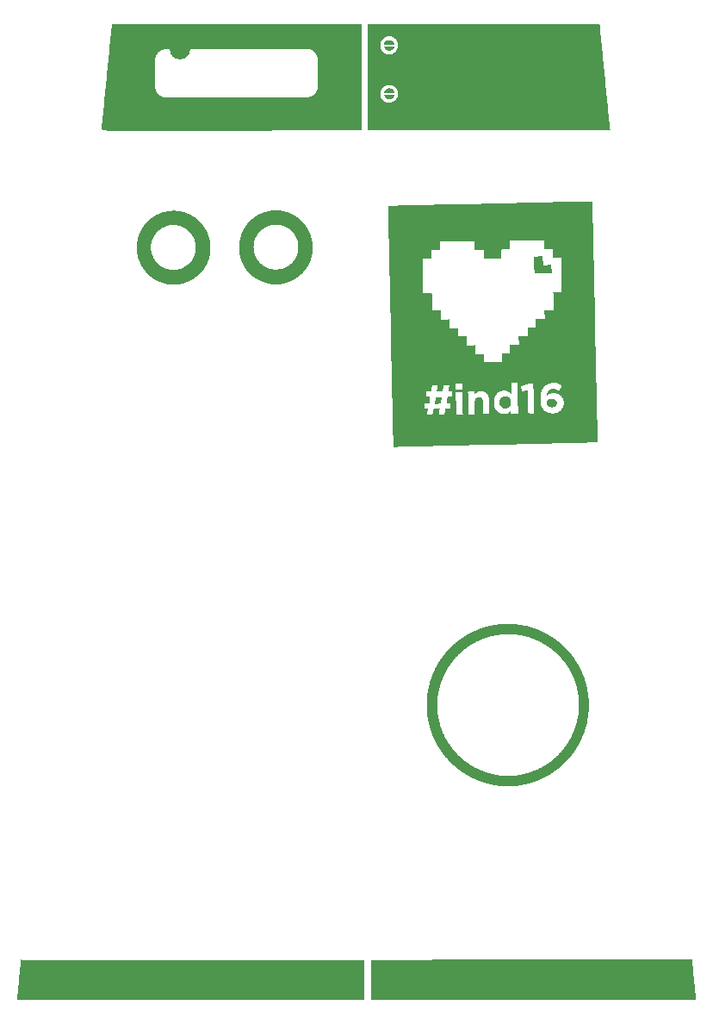
<source format=gts>
G04 MADE WITH FRITZING*
G04 WWW.FRITZING.ORG*
G04 DOUBLE SIDED*
G04 HOLES PLATED*
G04 CONTOUR ON CENTER OF CONTOUR VECTOR*
%ASAXBY*%
%FSLAX23Y23*%
%MOIN*%
%OFA0B0*%
%SFA1.0B1.0*%
%ADD10C,0.079370*%
%ADD11R,0.001000X0.001000*%
%LNCOPPER1*%
G90*
G70*
G54D10*
X2186Y3562D03*
X2559Y87D03*
X1971Y3679D03*
X419Y3563D03*
X633Y3674D03*
X67Y88D03*
G36*
X1620Y2303D02*
X1643Y2305D01*
X1646Y2328D01*
X1623Y2328D01*
X1620Y2303D01*
G37*
D02*
G36*
X2005Y2807D02*
X2038Y2808D01*
X2072Y2808D01*
X2070Y2841D01*
X2038Y2840D01*
X2036Y2874D01*
X2004Y2872D01*
X2004Y2840D01*
X2005Y2807D01*
G37*
D02*
G54D11*
X369Y3772D02*
X1334Y3772D01*
X1361Y3772D02*
X2256Y3772D01*
X369Y3771D02*
X1334Y3771D01*
X1361Y3771D02*
X2256Y3771D01*
X369Y3770D02*
X1334Y3770D01*
X1361Y3770D02*
X2256Y3770D01*
X369Y3769D02*
X1334Y3769D01*
X1361Y3769D02*
X2257Y3769D01*
X369Y3768D02*
X1334Y3768D01*
X1361Y3768D02*
X2257Y3768D01*
X369Y3767D02*
X1334Y3767D01*
X1361Y3767D02*
X2257Y3767D01*
X369Y3766D02*
X1334Y3766D01*
X1361Y3766D02*
X2257Y3766D01*
X369Y3765D02*
X1334Y3765D01*
X1361Y3765D02*
X2257Y3765D01*
X368Y3764D02*
X1334Y3764D01*
X1361Y3764D02*
X2257Y3764D01*
X368Y3763D02*
X1334Y3763D01*
X1361Y3763D02*
X2257Y3763D01*
X368Y3762D02*
X1334Y3762D01*
X1361Y3762D02*
X2257Y3762D01*
X368Y3761D02*
X1334Y3761D01*
X1361Y3761D02*
X2257Y3761D01*
X368Y3760D02*
X1334Y3760D01*
X1361Y3760D02*
X2257Y3760D01*
X368Y3759D02*
X1334Y3759D01*
X1361Y3759D02*
X2258Y3759D01*
X368Y3758D02*
X1334Y3758D01*
X1361Y3758D02*
X2258Y3758D01*
X368Y3757D02*
X1334Y3757D01*
X1361Y3757D02*
X2258Y3757D01*
X368Y3756D02*
X1334Y3756D01*
X1361Y3756D02*
X2258Y3756D01*
X368Y3755D02*
X1334Y3755D01*
X1361Y3755D02*
X2258Y3755D01*
X367Y3754D02*
X1334Y3754D01*
X1361Y3754D02*
X2258Y3754D01*
X367Y3753D02*
X1334Y3753D01*
X1361Y3753D02*
X2258Y3753D01*
X367Y3752D02*
X1334Y3752D01*
X1361Y3752D02*
X2258Y3752D01*
X367Y3751D02*
X1334Y3751D01*
X1361Y3751D02*
X2258Y3751D01*
X367Y3750D02*
X1334Y3750D01*
X1361Y3750D02*
X2258Y3750D01*
X367Y3749D02*
X1334Y3749D01*
X1361Y3749D02*
X2259Y3749D01*
X367Y3748D02*
X1334Y3748D01*
X1361Y3748D02*
X2259Y3748D01*
X367Y3747D02*
X1334Y3747D01*
X1361Y3747D02*
X2259Y3747D01*
X367Y3746D02*
X1334Y3746D01*
X1361Y3746D02*
X2259Y3746D01*
X367Y3745D02*
X1334Y3745D01*
X1361Y3745D02*
X2259Y3745D01*
X366Y3744D02*
X1334Y3744D01*
X1361Y3744D02*
X2259Y3744D01*
X366Y3743D02*
X1334Y3743D01*
X1361Y3743D02*
X2259Y3743D01*
X366Y3742D02*
X1334Y3742D01*
X1361Y3742D02*
X2259Y3742D01*
X366Y3741D02*
X1334Y3741D01*
X1361Y3741D02*
X2259Y3741D01*
X366Y3740D02*
X1334Y3740D01*
X1361Y3740D02*
X2259Y3740D01*
X366Y3739D02*
X1334Y3739D01*
X1361Y3739D02*
X2260Y3739D01*
X366Y3738D02*
X1334Y3738D01*
X1361Y3738D02*
X2260Y3738D01*
X366Y3737D02*
X1334Y3737D01*
X1361Y3737D02*
X2260Y3737D01*
X366Y3736D02*
X1334Y3736D01*
X1361Y3736D02*
X2260Y3736D01*
X366Y3735D02*
X1334Y3735D01*
X1361Y3735D02*
X2260Y3735D01*
X365Y3734D02*
X1334Y3734D01*
X1361Y3734D02*
X2260Y3734D01*
X365Y3733D02*
X1334Y3733D01*
X1361Y3733D02*
X2260Y3733D01*
X365Y3732D02*
X1334Y3732D01*
X1361Y3732D02*
X2260Y3732D01*
X365Y3731D02*
X1334Y3731D01*
X1361Y3731D02*
X2260Y3731D01*
X365Y3730D02*
X1334Y3730D01*
X1361Y3730D02*
X2260Y3730D01*
X365Y3729D02*
X1334Y3729D01*
X1361Y3729D02*
X2261Y3729D01*
X365Y3728D02*
X1334Y3728D01*
X1361Y3728D02*
X2261Y3728D01*
X365Y3727D02*
X1334Y3727D01*
X1361Y3727D02*
X2261Y3727D01*
X365Y3726D02*
X1334Y3726D01*
X1361Y3726D02*
X2261Y3726D01*
X365Y3725D02*
X1334Y3725D01*
X1361Y3725D02*
X2261Y3725D01*
X365Y3724D02*
X1334Y3724D01*
X1361Y3724D02*
X1436Y3724D01*
X1449Y3724D02*
X2261Y3724D01*
X364Y3723D02*
X1334Y3723D01*
X1361Y3723D02*
X1432Y3723D01*
X1453Y3723D02*
X2261Y3723D01*
X364Y3722D02*
X1334Y3722D01*
X1361Y3722D02*
X1429Y3722D01*
X1456Y3722D02*
X2261Y3722D01*
X364Y3721D02*
X1334Y3721D01*
X1361Y3721D02*
X1427Y3721D01*
X1458Y3721D02*
X2261Y3721D01*
X364Y3720D02*
X1334Y3720D01*
X1361Y3720D02*
X1425Y3720D01*
X1460Y3720D02*
X2261Y3720D01*
X364Y3719D02*
X1334Y3719D01*
X1361Y3719D02*
X1424Y3719D01*
X1461Y3719D02*
X2261Y3719D01*
X364Y3718D02*
X1334Y3718D01*
X1361Y3718D02*
X1422Y3718D01*
X1463Y3718D02*
X2262Y3718D01*
X364Y3717D02*
X1334Y3717D01*
X1361Y3717D02*
X1421Y3717D01*
X1464Y3717D02*
X2262Y3717D01*
X364Y3716D02*
X1334Y3716D01*
X1361Y3716D02*
X1420Y3716D01*
X1465Y3716D02*
X2262Y3716D01*
X364Y3715D02*
X1334Y3715D01*
X1361Y3715D02*
X1419Y3715D01*
X1466Y3715D02*
X2262Y3715D01*
X364Y3714D02*
X1334Y3714D01*
X1361Y3714D02*
X1418Y3714D01*
X1467Y3714D02*
X2262Y3714D01*
X363Y3713D02*
X1334Y3713D01*
X1361Y3713D02*
X1417Y3713D01*
X1468Y3713D02*
X2262Y3713D01*
X363Y3712D02*
X1334Y3712D01*
X1361Y3712D02*
X1416Y3712D01*
X1469Y3712D02*
X2262Y3712D01*
X363Y3711D02*
X1334Y3711D01*
X1361Y3711D02*
X1415Y3711D01*
X1470Y3711D02*
X2262Y3711D01*
X363Y3710D02*
X1334Y3710D01*
X1361Y3710D02*
X1414Y3710D01*
X1470Y3710D02*
X2262Y3710D01*
X363Y3709D02*
X1334Y3709D01*
X1361Y3709D02*
X1413Y3709D01*
X1436Y3709D02*
X1448Y3709D01*
X1471Y3709D02*
X2262Y3709D01*
X363Y3708D02*
X1334Y3708D01*
X1361Y3708D02*
X1413Y3708D01*
X1433Y3708D02*
X1451Y3708D01*
X1472Y3708D02*
X2263Y3708D01*
X363Y3707D02*
X1334Y3707D01*
X1361Y3707D02*
X1412Y3707D01*
X1431Y3707D02*
X1453Y3707D01*
X1472Y3707D02*
X2263Y3707D01*
X363Y3706D02*
X1334Y3706D01*
X1361Y3706D02*
X1412Y3706D01*
X1430Y3706D02*
X1454Y3706D01*
X1473Y3706D02*
X2263Y3706D01*
X363Y3705D02*
X1334Y3705D01*
X1361Y3705D02*
X1411Y3705D01*
X1428Y3705D02*
X1455Y3705D01*
X1473Y3705D02*
X2263Y3705D01*
X363Y3704D02*
X1334Y3704D01*
X1361Y3704D02*
X1411Y3704D01*
X1427Y3704D02*
X1456Y3704D01*
X1474Y3704D02*
X2263Y3704D01*
X362Y3703D02*
X1334Y3703D01*
X1361Y3703D02*
X1410Y3703D01*
X1426Y3703D02*
X1457Y3703D01*
X1474Y3703D02*
X2263Y3703D01*
X362Y3702D02*
X1334Y3702D01*
X1361Y3702D02*
X1410Y3702D01*
X1425Y3702D02*
X1458Y3702D01*
X1475Y3702D02*
X2263Y3702D01*
X362Y3701D02*
X1334Y3701D01*
X1361Y3701D02*
X1409Y3701D01*
X1425Y3701D02*
X1459Y3701D01*
X1475Y3701D02*
X2263Y3701D01*
X362Y3700D02*
X1334Y3700D01*
X1361Y3700D02*
X1409Y3700D01*
X1424Y3700D02*
X1459Y3700D01*
X1475Y3700D02*
X2263Y3700D01*
X362Y3699D02*
X1334Y3699D01*
X1361Y3699D02*
X1409Y3699D01*
X1424Y3699D02*
X1460Y3699D01*
X1476Y3699D02*
X2263Y3699D01*
X362Y3698D02*
X1334Y3698D01*
X1361Y3698D02*
X1408Y3698D01*
X1423Y3698D02*
X1460Y3698D01*
X1476Y3698D02*
X2264Y3698D01*
X362Y3697D02*
X1334Y3697D01*
X1361Y3697D02*
X1408Y3697D01*
X1423Y3697D02*
X1461Y3697D01*
X1476Y3697D02*
X2264Y3697D01*
X362Y3696D02*
X1334Y3696D01*
X1361Y3696D02*
X1408Y3696D01*
X1422Y3696D02*
X1461Y3696D01*
X1476Y3696D02*
X2264Y3696D01*
X362Y3695D02*
X1334Y3695D01*
X1361Y3695D02*
X1408Y3695D01*
X1422Y3695D02*
X1461Y3695D01*
X1476Y3695D02*
X2264Y3695D01*
X362Y3694D02*
X1334Y3694D01*
X1361Y3694D02*
X1408Y3694D01*
X1422Y3694D02*
X1461Y3694D01*
X1477Y3694D02*
X2264Y3694D01*
X361Y3693D02*
X1334Y3693D01*
X1361Y3693D02*
X1407Y3693D01*
X1422Y3693D02*
X1461Y3693D01*
X1477Y3693D02*
X2264Y3693D01*
X361Y3692D02*
X1334Y3692D01*
X1361Y3692D02*
X1407Y3692D01*
X1477Y3692D02*
X2264Y3692D01*
X361Y3691D02*
X1334Y3691D01*
X1361Y3691D02*
X1407Y3691D01*
X1477Y3691D02*
X2264Y3691D01*
X361Y3690D02*
X1334Y3690D01*
X1361Y3690D02*
X1407Y3690D01*
X1477Y3690D02*
X2264Y3690D01*
X361Y3689D02*
X1334Y3689D01*
X1361Y3689D02*
X1407Y3689D01*
X1477Y3689D02*
X2264Y3689D01*
X361Y3688D02*
X1334Y3688D01*
X1361Y3688D02*
X1407Y3688D01*
X1477Y3688D02*
X2265Y3688D01*
X361Y3687D02*
X1334Y3687D01*
X1361Y3687D02*
X1407Y3687D01*
X1477Y3687D02*
X2265Y3687D01*
X361Y3686D02*
X1334Y3686D01*
X1361Y3686D02*
X1407Y3686D01*
X1423Y3686D02*
X1463Y3686D01*
X1477Y3686D02*
X2265Y3686D01*
X361Y3685D02*
X1334Y3685D01*
X1361Y3685D02*
X1408Y3685D01*
X1423Y3685D02*
X1463Y3685D01*
X1476Y3685D02*
X2265Y3685D01*
X361Y3684D02*
X1334Y3684D01*
X1361Y3684D02*
X1408Y3684D01*
X1423Y3684D02*
X1462Y3684D01*
X1476Y3684D02*
X2265Y3684D01*
X360Y3683D02*
X1334Y3683D01*
X1361Y3683D02*
X1408Y3683D01*
X1424Y3683D02*
X1462Y3683D01*
X1476Y3683D02*
X2265Y3683D01*
X360Y3682D02*
X1334Y3682D01*
X1361Y3682D02*
X1408Y3682D01*
X1424Y3682D02*
X1462Y3682D01*
X1476Y3682D02*
X2265Y3682D01*
X360Y3681D02*
X1334Y3681D01*
X1361Y3681D02*
X1408Y3681D01*
X1425Y3681D02*
X1461Y3681D01*
X1475Y3681D02*
X2265Y3681D01*
X360Y3680D02*
X1334Y3680D01*
X1361Y3680D02*
X1408Y3680D01*
X1425Y3680D02*
X1461Y3680D01*
X1475Y3680D02*
X2265Y3680D01*
X360Y3679D02*
X1334Y3679D01*
X1361Y3679D02*
X1409Y3679D01*
X1426Y3679D02*
X1460Y3679D01*
X1475Y3679D02*
X2265Y3679D01*
X360Y3678D02*
X1334Y3678D01*
X1361Y3678D02*
X1409Y3678D01*
X1426Y3678D02*
X1459Y3678D01*
X1474Y3678D02*
X2266Y3678D01*
X360Y3677D02*
X1334Y3677D01*
X1361Y3677D02*
X1409Y3677D01*
X1427Y3677D02*
X1459Y3677D01*
X1474Y3677D02*
X2266Y3677D01*
X360Y3676D02*
X1334Y3676D01*
X1361Y3676D02*
X1410Y3676D01*
X1428Y3676D02*
X1458Y3676D01*
X1474Y3676D02*
X2266Y3676D01*
X360Y3675D02*
X752Y3675D01*
X1129Y3675D02*
X1334Y3675D01*
X1361Y3675D02*
X1410Y3675D01*
X1429Y3675D02*
X1457Y3675D01*
X1473Y3675D02*
X2266Y3675D01*
X360Y3674D02*
X571Y3674D01*
X1134Y3674D02*
X1334Y3674D01*
X1361Y3674D02*
X1410Y3674D01*
X1430Y3674D02*
X1456Y3674D01*
X1473Y3674D02*
X2266Y3674D01*
X359Y3673D02*
X567Y3673D01*
X1139Y3673D02*
X1334Y3673D01*
X1361Y3673D02*
X1411Y3673D01*
X1431Y3673D02*
X1455Y3673D01*
X1472Y3673D02*
X2266Y3673D01*
X359Y3672D02*
X564Y3672D01*
X1141Y3672D02*
X1334Y3672D01*
X1361Y3672D02*
X1412Y3672D01*
X1433Y3672D02*
X1453Y3672D01*
X1472Y3672D02*
X2266Y3672D01*
X359Y3671D02*
X561Y3671D01*
X1143Y3671D02*
X1334Y3671D01*
X1361Y3671D02*
X1412Y3671D01*
X1435Y3671D02*
X1451Y3671D01*
X1471Y3671D02*
X2266Y3671D01*
X359Y3670D02*
X559Y3670D01*
X1145Y3670D02*
X1334Y3670D01*
X1361Y3670D02*
X1413Y3670D01*
X1437Y3670D02*
X1449Y3670D01*
X1470Y3670D02*
X2266Y3670D01*
X359Y3669D02*
X557Y3669D01*
X1147Y3669D02*
X1334Y3669D01*
X1361Y3669D02*
X1413Y3669D01*
X1470Y3669D02*
X2266Y3669D01*
X359Y3668D02*
X556Y3668D01*
X1148Y3668D02*
X1334Y3668D01*
X1361Y3668D02*
X1414Y3668D01*
X1469Y3668D02*
X2267Y3668D01*
X359Y3667D02*
X554Y3667D01*
X1149Y3667D02*
X1334Y3667D01*
X1361Y3667D02*
X1415Y3667D01*
X1468Y3667D02*
X2267Y3667D01*
X359Y3666D02*
X553Y3666D01*
X1151Y3666D02*
X1334Y3666D01*
X1361Y3666D02*
X1416Y3666D01*
X1468Y3666D02*
X2267Y3666D01*
X359Y3665D02*
X551Y3665D01*
X1152Y3665D02*
X1334Y3665D01*
X1361Y3665D02*
X1417Y3665D01*
X1467Y3665D02*
X2267Y3665D01*
X359Y3664D02*
X550Y3664D01*
X1153Y3664D02*
X1334Y3664D01*
X1361Y3664D02*
X1418Y3664D01*
X1466Y3664D02*
X2267Y3664D01*
X359Y3663D02*
X549Y3663D01*
X1154Y3663D02*
X1334Y3663D01*
X1361Y3663D02*
X1419Y3663D01*
X1465Y3663D02*
X2267Y3663D01*
X358Y3662D02*
X548Y3662D01*
X1155Y3662D02*
X1334Y3662D01*
X1361Y3662D02*
X1420Y3662D01*
X1464Y3662D02*
X2267Y3662D01*
X358Y3661D02*
X547Y3661D01*
X1156Y3661D02*
X1334Y3661D01*
X1361Y3661D02*
X1421Y3661D01*
X1462Y3661D02*
X2267Y3661D01*
X358Y3660D02*
X546Y3660D01*
X1156Y3660D02*
X1334Y3660D01*
X1361Y3660D02*
X1423Y3660D01*
X1461Y3660D02*
X2267Y3660D01*
X358Y3659D02*
X545Y3659D01*
X1157Y3659D02*
X1334Y3659D01*
X1361Y3659D02*
X1425Y3659D01*
X1459Y3659D02*
X2267Y3659D01*
X358Y3658D02*
X544Y3658D01*
X1158Y3658D02*
X1334Y3658D01*
X1361Y3658D02*
X1427Y3658D01*
X1457Y3658D02*
X2268Y3658D01*
X358Y3657D02*
X544Y3657D01*
X1159Y3657D02*
X1334Y3657D01*
X1361Y3657D02*
X1429Y3657D01*
X1455Y3657D02*
X2268Y3657D01*
X358Y3656D02*
X543Y3656D01*
X1159Y3656D02*
X1334Y3656D01*
X1361Y3656D02*
X1432Y3656D01*
X1452Y3656D02*
X2268Y3656D01*
X358Y3655D02*
X542Y3655D01*
X1160Y3655D02*
X1334Y3655D01*
X1361Y3655D02*
X1436Y3655D01*
X1448Y3655D02*
X2268Y3655D01*
X358Y3654D02*
X542Y3654D01*
X1160Y3654D02*
X1334Y3654D01*
X1361Y3654D02*
X2268Y3654D01*
X358Y3653D02*
X541Y3653D01*
X1161Y3653D02*
X1334Y3653D01*
X1361Y3653D02*
X2268Y3653D01*
X357Y3652D02*
X540Y3652D01*
X1161Y3652D02*
X1334Y3652D01*
X1361Y3652D02*
X2268Y3652D01*
X357Y3651D02*
X540Y3651D01*
X1162Y3651D02*
X1334Y3651D01*
X1361Y3651D02*
X2268Y3651D01*
X357Y3650D02*
X539Y3650D01*
X1162Y3650D02*
X1334Y3650D01*
X1361Y3650D02*
X2268Y3650D01*
X357Y3649D02*
X539Y3649D01*
X1163Y3649D02*
X1334Y3649D01*
X1361Y3649D02*
X2268Y3649D01*
X357Y3648D02*
X538Y3648D01*
X1163Y3648D02*
X1334Y3648D01*
X1361Y3648D02*
X2269Y3648D01*
X357Y3647D02*
X538Y3647D01*
X1164Y3647D02*
X1334Y3647D01*
X1361Y3647D02*
X2269Y3647D01*
X357Y3646D02*
X538Y3646D01*
X1164Y3646D02*
X1334Y3646D01*
X1361Y3646D02*
X2269Y3646D01*
X357Y3645D02*
X537Y3645D01*
X1164Y3645D02*
X1334Y3645D01*
X1361Y3645D02*
X2269Y3645D01*
X357Y3644D02*
X537Y3644D01*
X1165Y3644D02*
X1334Y3644D01*
X1361Y3644D02*
X2269Y3644D01*
X357Y3643D02*
X537Y3643D01*
X1165Y3643D02*
X1334Y3643D01*
X1361Y3643D02*
X2269Y3643D01*
X356Y3642D02*
X536Y3642D01*
X1165Y3642D02*
X1334Y3642D01*
X1361Y3642D02*
X2269Y3642D01*
X356Y3641D02*
X536Y3641D01*
X1165Y3641D02*
X1334Y3641D01*
X1361Y3641D02*
X2269Y3641D01*
X356Y3640D02*
X536Y3640D01*
X1166Y3640D02*
X1334Y3640D01*
X1361Y3640D02*
X2269Y3640D01*
X356Y3639D02*
X536Y3639D01*
X1166Y3639D02*
X1334Y3639D01*
X1361Y3639D02*
X2269Y3639D01*
X356Y3638D02*
X535Y3638D01*
X1166Y3638D02*
X1334Y3638D01*
X1361Y3638D02*
X2270Y3638D01*
X356Y3637D02*
X535Y3637D01*
X1166Y3637D02*
X1334Y3637D01*
X1361Y3637D02*
X2270Y3637D01*
X356Y3636D02*
X535Y3636D01*
X1166Y3636D02*
X1334Y3636D01*
X1361Y3636D02*
X2270Y3636D01*
X356Y3635D02*
X535Y3635D01*
X1166Y3635D02*
X1334Y3635D01*
X1361Y3635D02*
X2270Y3635D01*
X356Y3634D02*
X535Y3634D01*
X1166Y3634D02*
X1334Y3634D01*
X1361Y3634D02*
X2270Y3634D01*
X356Y3633D02*
X535Y3633D01*
X1166Y3633D02*
X1334Y3633D01*
X1361Y3633D02*
X2270Y3633D01*
X355Y3632D02*
X535Y3632D01*
X1166Y3632D02*
X1334Y3632D01*
X1361Y3632D02*
X2270Y3632D01*
X355Y3631D02*
X535Y3631D01*
X1166Y3631D02*
X1334Y3631D01*
X1361Y3631D02*
X2270Y3631D01*
X355Y3630D02*
X535Y3630D01*
X1166Y3630D02*
X1334Y3630D01*
X1361Y3630D02*
X2270Y3630D01*
X355Y3629D02*
X535Y3629D01*
X1166Y3629D02*
X1334Y3629D01*
X1361Y3629D02*
X2270Y3629D01*
X355Y3628D02*
X535Y3628D01*
X1166Y3628D02*
X1334Y3628D01*
X1361Y3628D02*
X2270Y3628D01*
X355Y3627D02*
X535Y3627D01*
X1166Y3627D02*
X1334Y3627D01*
X1361Y3627D02*
X2271Y3627D01*
X355Y3626D02*
X535Y3626D01*
X1166Y3626D02*
X1334Y3626D01*
X1361Y3626D02*
X2271Y3626D01*
X355Y3625D02*
X535Y3625D01*
X1166Y3625D02*
X1334Y3625D01*
X1361Y3625D02*
X2271Y3625D01*
X355Y3624D02*
X535Y3624D01*
X1166Y3624D02*
X1334Y3624D01*
X1361Y3624D02*
X2271Y3624D01*
X355Y3623D02*
X535Y3623D01*
X1166Y3623D02*
X1334Y3623D01*
X1361Y3623D02*
X2271Y3623D01*
X354Y3622D02*
X535Y3622D01*
X1166Y3622D02*
X1334Y3622D01*
X1361Y3622D02*
X2271Y3622D01*
X354Y3621D02*
X535Y3621D01*
X1166Y3621D02*
X1334Y3621D01*
X1361Y3621D02*
X2271Y3621D01*
X354Y3620D02*
X535Y3620D01*
X1166Y3620D02*
X1334Y3620D01*
X1361Y3620D02*
X2271Y3620D01*
X354Y3619D02*
X535Y3619D01*
X1166Y3619D02*
X1334Y3619D01*
X1361Y3619D02*
X2271Y3619D01*
X354Y3618D02*
X535Y3618D01*
X1166Y3618D02*
X1334Y3618D01*
X1361Y3618D02*
X2271Y3618D01*
X354Y3617D02*
X535Y3617D01*
X1166Y3617D02*
X1334Y3617D01*
X1361Y3617D02*
X2272Y3617D01*
X354Y3616D02*
X535Y3616D01*
X1166Y3616D02*
X1334Y3616D01*
X1361Y3616D02*
X2272Y3616D01*
X354Y3615D02*
X535Y3615D01*
X1166Y3615D02*
X1334Y3615D01*
X1361Y3615D02*
X2272Y3615D01*
X354Y3614D02*
X535Y3614D01*
X1166Y3614D02*
X1334Y3614D01*
X1361Y3614D02*
X2272Y3614D01*
X354Y3613D02*
X535Y3613D01*
X1166Y3613D02*
X1334Y3613D01*
X1361Y3613D02*
X2272Y3613D01*
X353Y3612D02*
X535Y3612D01*
X1166Y3612D02*
X1334Y3612D01*
X1361Y3612D02*
X2272Y3612D01*
X353Y3611D02*
X535Y3611D01*
X1166Y3611D02*
X1334Y3611D01*
X1361Y3611D02*
X2272Y3611D01*
X353Y3610D02*
X535Y3610D01*
X1166Y3610D02*
X1334Y3610D01*
X1361Y3610D02*
X2272Y3610D01*
X353Y3609D02*
X535Y3609D01*
X1167Y3609D02*
X1334Y3609D01*
X1361Y3609D02*
X2272Y3609D01*
X353Y3608D02*
X535Y3608D01*
X1167Y3608D02*
X1334Y3608D01*
X1361Y3608D02*
X2272Y3608D01*
X353Y3607D02*
X535Y3607D01*
X1167Y3607D02*
X1334Y3607D01*
X1361Y3607D02*
X2273Y3607D01*
X353Y3606D02*
X535Y3606D01*
X1167Y3606D02*
X1334Y3606D01*
X1361Y3606D02*
X2273Y3606D01*
X353Y3605D02*
X535Y3605D01*
X1167Y3605D02*
X1334Y3605D01*
X1361Y3605D02*
X2273Y3605D01*
X353Y3604D02*
X535Y3604D01*
X1167Y3604D02*
X1334Y3604D01*
X1361Y3604D02*
X2273Y3604D01*
X353Y3603D02*
X535Y3603D01*
X1167Y3603D02*
X1334Y3603D01*
X1361Y3603D02*
X2273Y3603D01*
X353Y3602D02*
X535Y3602D01*
X1167Y3602D02*
X1334Y3602D01*
X1361Y3602D02*
X2273Y3602D01*
X352Y3601D02*
X535Y3601D01*
X1167Y3601D02*
X1334Y3601D01*
X1361Y3601D02*
X2273Y3601D01*
X352Y3600D02*
X535Y3600D01*
X1167Y3600D02*
X1334Y3600D01*
X1361Y3600D02*
X2273Y3600D01*
X352Y3599D02*
X535Y3599D01*
X1167Y3599D02*
X1334Y3599D01*
X1361Y3599D02*
X2273Y3599D01*
X352Y3598D02*
X535Y3598D01*
X1167Y3598D02*
X1334Y3598D01*
X1361Y3598D02*
X2273Y3598D01*
X352Y3597D02*
X535Y3597D01*
X1167Y3597D02*
X1334Y3597D01*
X1361Y3597D02*
X2274Y3597D01*
X352Y3596D02*
X535Y3596D01*
X1167Y3596D02*
X1334Y3596D01*
X1361Y3596D02*
X2274Y3596D01*
X352Y3595D02*
X535Y3595D01*
X1167Y3595D02*
X1334Y3595D01*
X1361Y3595D02*
X2274Y3595D01*
X352Y3594D02*
X535Y3594D01*
X1167Y3594D02*
X1334Y3594D01*
X1361Y3594D02*
X2274Y3594D01*
X352Y3593D02*
X535Y3593D01*
X1167Y3593D02*
X1334Y3593D01*
X1361Y3593D02*
X2274Y3593D01*
X352Y3592D02*
X535Y3592D01*
X1167Y3592D02*
X1334Y3592D01*
X1361Y3592D02*
X2274Y3592D01*
X351Y3591D02*
X535Y3591D01*
X1167Y3591D02*
X1334Y3591D01*
X1361Y3591D02*
X2274Y3591D01*
X351Y3590D02*
X535Y3590D01*
X1167Y3590D02*
X1334Y3590D01*
X1361Y3590D02*
X2274Y3590D01*
X351Y3589D02*
X535Y3589D01*
X1167Y3589D02*
X1334Y3589D01*
X1361Y3589D02*
X2274Y3589D01*
X351Y3588D02*
X535Y3588D01*
X1167Y3588D02*
X1334Y3588D01*
X1361Y3588D02*
X2274Y3588D01*
X351Y3587D02*
X535Y3587D01*
X1167Y3587D02*
X1334Y3587D01*
X1361Y3587D02*
X2275Y3587D01*
X351Y3586D02*
X535Y3586D01*
X1167Y3586D02*
X1334Y3586D01*
X1361Y3586D02*
X2275Y3586D01*
X351Y3585D02*
X535Y3585D01*
X1167Y3585D02*
X1334Y3585D01*
X1361Y3585D02*
X2275Y3585D01*
X351Y3584D02*
X535Y3584D01*
X1167Y3584D02*
X1334Y3584D01*
X1361Y3584D02*
X2275Y3584D01*
X351Y3583D02*
X535Y3583D01*
X1167Y3583D02*
X1334Y3583D01*
X1361Y3583D02*
X2275Y3583D01*
X351Y3582D02*
X535Y3582D01*
X1167Y3582D02*
X1334Y3582D01*
X1361Y3582D02*
X2275Y3582D01*
X350Y3581D02*
X535Y3581D01*
X1167Y3581D02*
X1334Y3581D01*
X1361Y3581D02*
X2275Y3581D01*
X350Y3580D02*
X535Y3580D01*
X1167Y3580D02*
X1334Y3580D01*
X1361Y3580D02*
X2275Y3580D01*
X350Y3579D02*
X535Y3579D01*
X1167Y3579D02*
X1334Y3579D01*
X1361Y3579D02*
X2275Y3579D01*
X350Y3578D02*
X535Y3578D01*
X1167Y3578D02*
X1334Y3578D01*
X1361Y3578D02*
X2275Y3578D01*
X350Y3577D02*
X535Y3577D01*
X1167Y3577D02*
X1334Y3577D01*
X1361Y3577D02*
X2276Y3577D01*
X350Y3576D02*
X535Y3576D01*
X1167Y3576D02*
X1334Y3576D01*
X1361Y3576D02*
X2276Y3576D01*
X350Y3575D02*
X535Y3575D01*
X1167Y3575D02*
X1334Y3575D01*
X1361Y3575D02*
X2276Y3575D01*
X350Y3574D02*
X535Y3574D01*
X1167Y3574D02*
X1334Y3574D01*
X1361Y3574D02*
X2276Y3574D01*
X350Y3573D02*
X535Y3573D01*
X1167Y3573D02*
X1334Y3573D01*
X1361Y3573D02*
X2276Y3573D01*
X350Y3572D02*
X535Y3572D01*
X1167Y3572D02*
X1334Y3572D01*
X1361Y3572D02*
X2276Y3572D01*
X349Y3571D02*
X535Y3571D01*
X1167Y3571D02*
X1334Y3571D01*
X1361Y3571D02*
X2276Y3571D01*
X349Y3570D02*
X535Y3570D01*
X1167Y3570D02*
X1334Y3570D01*
X1361Y3570D02*
X2276Y3570D01*
X349Y3569D02*
X535Y3569D01*
X1167Y3569D02*
X1334Y3569D01*
X1361Y3569D02*
X2276Y3569D01*
X349Y3568D02*
X535Y3568D01*
X1167Y3568D02*
X1334Y3568D01*
X1361Y3568D02*
X2276Y3568D01*
X349Y3567D02*
X535Y3567D01*
X1167Y3567D02*
X1334Y3567D01*
X1361Y3567D02*
X2277Y3567D01*
X349Y3566D02*
X535Y3566D01*
X1167Y3566D02*
X1334Y3566D01*
X1361Y3566D02*
X2277Y3566D01*
X349Y3565D02*
X535Y3565D01*
X1167Y3565D02*
X1334Y3565D01*
X1361Y3565D02*
X2277Y3565D01*
X349Y3564D02*
X535Y3564D01*
X1167Y3564D02*
X1334Y3564D01*
X1361Y3564D02*
X2277Y3564D01*
X349Y3563D02*
X535Y3563D01*
X1167Y3563D02*
X1334Y3563D01*
X1361Y3563D02*
X2277Y3563D01*
X349Y3562D02*
X535Y3562D01*
X1167Y3562D02*
X1334Y3562D01*
X1361Y3562D02*
X2277Y3562D01*
X348Y3561D02*
X535Y3561D01*
X1167Y3561D02*
X1334Y3561D01*
X1361Y3561D02*
X2277Y3561D01*
X348Y3560D02*
X535Y3560D01*
X1167Y3560D02*
X1334Y3560D01*
X1361Y3560D02*
X2277Y3560D01*
X348Y3559D02*
X535Y3559D01*
X1167Y3559D02*
X1334Y3559D01*
X1361Y3559D02*
X2277Y3559D01*
X348Y3558D02*
X535Y3558D01*
X1167Y3558D02*
X1334Y3558D01*
X1361Y3558D02*
X2277Y3558D01*
X348Y3557D02*
X535Y3557D01*
X1167Y3557D02*
X1334Y3557D01*
X1361Y3557D02*
X2278Y3557D01*
X348Y3556D02*
X535Y3556D01*
X1167Y3556D02*
X1334Y3556D01*
X1361Y3556D02*
X2278Y3556D01*
X348Y3555D02*
X535Y3555D01*
X1167Y3555D02*
X1334Y3555D01*
X1361Y3555D02*
X2278Y3555D01*
X348Y3554D02*
X535Y3554D01*
X1167Y3554D02*
X1334Y3554D01*
X1361Y3554D02*
X2278Y3554D01*
X348Y3553D02*
X535Y3553D01*
X1167Y3553D02*
X1334Y3553D01*
X1361Y3553D02*
X2278Y3553D01*
X348Y3552D02*
X535Y3552D01*
X1167Y3552D02*
X1334Y3552D01*
X1361Y3552D02*
X2278Y3552D01*
X347Y3551D02*
X535Y3551D01*
X1167Y3551D02*
X1334Y3551D01*
X1361Y3551D02*
X2278Y3551D01*
X347Y3550D02*
X535Y3550D01*
X1167Y3550D02*
X1334Y3550D01*
X1361Y3550D02*
X2278Y3550D01*
X347Y3549D02*
X535Y3549D01*
X1167Y3549D02*
X1334Y3549D01*
X1361Y3549D02*
X2278Y3549D01*
X347Y3548D02*
X535Y3548D01*
X1167Y3548D02*
X1334Y3548D01*
X1361Y3548D02*
X2278Y3548D01*
X347Y3547D02*
X535Y3547D01*
X1167Y3547D02*
X1334Y3547D01*
X1361Y3547D02*
X2278Y3547D01*
X347Y3546D02*
X535Y3546D01*
X1167Y3546D02*
X1334Y3546D01*
X1361Y3546D02*
X2279Y3546D01*
X347Y3545D02*
X535Y3545D01*
X1167Y3545D02*
X1334Y3545D01*
X1361Y3545D02*
X2279Y3545D01*
X347Y3544D02*
X535Y3544D01*
X1167Y3544D02*
X1334Y3544D01*
X1361Y3544D02*
X2279Y3544D01*
X347Y3543D02*
X535Y3543D01*
X1167Y3543D02*
X1334Y3543D01*
X1361Y3543D02*
X2279Y3543D01*
X347Y3542D02*
X536Y3542D01*
X1167Y3542D02*
X1334Y3542D01*
X1361Y3542D02*
X2279Y3542D01*
X347Y3541D02*
X536Y3541D01*
X1167Y3541D02*
X1334Y3541D01*
X1361Y3541D02*
X2279Y3541D01*
X346Y3540D02*
X536Y3540D01*
X1167Y3540D02*
X1334Y3540D01*
X1361Y3540D02*
X2279Y3540D01*
X346Y3539D02*
X536Y3539D01*
X1167Y3539D02*
X1334Y3539D01*
X1361Y3539D02*
X2279Y3539D01*
X346Y3538D02*
X536Y3538D01*
X1167Y3538D02*
X1334Y3538D01*
X1361Y3538D02*
X2279Y3538D01*
X346Y3537D02*
X536Y3537D01*
X1167Y3537D02*
X1334Y3537D01*
X1361Y3537D02*
X2279Y3537D01*
X346Y3536D02*
X536Y3536D01*
X1167Y3536D02*
X1334Y3536D01*
X1361Y3536D02*
X1438Y3536D01*
X1446Y3536D02*
X2280Y3536D01*
X346Y3535D02*
X536Y3535D01*
X1167Y3535D02*
X1334Y3535D01*
X1361Y3535D02*
X1433Y3535D01*
X1451Y3535D02*
X2280Y3535D01*
X346Y3534D02*
X536Y3534D01*
X1167Y3534D02*
X1334Y3534D01*
X1361Y3534D02*
X1430Y3534D01*
X1454Y3534D02*
X2280Y3534D01*
X346Y3533D02*
X536Y3533D01*
X1167Y3533D02*
X1334Y3533D01*
X1361Y3533D02*
X1427Y3533D01*
X1457Y3533D02*
X2280Y3533D01*
X346Y3532D02*
X536Y3532D01*
X1167Y3532D02*
X1334Y3532D01*
X1361Y3532D02*
X1425Y3532D01*
X1459Y3532D02*
X2280Y3532D01*
X346Y3531D02*
X536Y3531D01*
X1167Y3531D02*
X1334Y3531D01*
X1361Y3531D02*
X1424Y3531D01*
X1461Y3531D02*
X2280Y3531D01*
X345Y3530D02*
X536Y3530D01*
X1167Y3530D02*
X1334Y3530D01*
X1361Y3530D02*
X1422Y3530D01*
X1462Y3530D02*
X2280Y3530D01*
X345Y3529D02*
X536Y3529D01*
X1167Y3529D02*
X1334Y3529D01*
X1361Y3529D02*
X1421Y3529D01*
X1463Y3529D02*
X2280Y3529D01*
X345Y3528D02*
X536Y3528D01*
X1167Y3528D02*
X1334Y3528D01*
X1361Y3528D02*
X1419Y3528D01*
X1465Y3528D02*
X2280Y3528D01*
X345Y3527D02*
X536Y3527D01*
X1167Y3527D02*
X1334Y3527D01*
X1361Y3527D02*
X1418Y3527D01*
X1466Y3527D02*
X2280Y3527D01*
X345Y3526D02*
X536Y3526D01*
X1167Y3526D02*
X1334Y3526D01*
X1361Y3526D02*
X1417Y3526D01*
X1467Y3526D02*
X2281Y3526D01*
X345Y3525D02*
X536Y3525D01*
X1166Y3525D02*
X1334Y3525D01*
X1361Y3525D02*
X1416Y3525D01*
X1468Y3525D02*
X2281Y3525D01*
X345Y3524D02*
X536Y3524D01*
X1166Y3524D02*
X1334Y3524D01*
X1361Y3524D02*
X1415Y3524D01*
X1469Y3524D02*
X2281Y3524D01*
X345Y3523D02*
X536Y3523D01*
X1166Y3523D02*
X1334Y3523D01*
X1361Y3523D02*
X1415Y3523D01*
X1441Y3523D02*
X1446Y3523D01*
X1470Y3523D02*
X2281Y3523D01*
X345Y3522D02*
X537Y3522D01*
X1166Y3522D02*
X1334Y3522D01*
X1361Y3522D02*
X1414Y3522D01*
X1436Y3522D02*
X1450Y3522D01*
X1470Y3522D02*
X2281Y3522D01*
X345Y3521D02*
X537Y3521D01*
X1165Y3521D02*
X1334Y3521D01*
X1361Y3521D02*
X1413Y3521D01*
X1434Y3521D02*
X1452Y3521D01*
X1471Y3521D02*
X2281Y3521D01*
X344Y3520D02*
X537Y3520D01*
X1165Y3520D02*
X1334Y3520D01*
X1361Y3520D02*
X1413Y3520D01*
X1432Y3520D02*
X1454Y3520D01*
X1472Y3520D02*
X2281Y3520D01*
X344Y3519D02*
X537Y3519D01*
X1165Y3519D02*
X1335Y3519D01*
X1361Y3519D02*
X1412Y3519D01*
X1431Y3519D02*
X1455Y3519D01*
X1472Y3519D02*
X2281Y3519D01*
X344Y3518D02*
X538Y3518D01*
X1165Y3518D02*
X1335Y3518D01*
X1361Y3518D02*
X1411Y3518D01*
X1429Y3518D02*
X1456Y3518D01*
X1473Y3518D02*
X2281Y3518D01*
X344Y3517D02*
X538Y3517D01*
X1164Y3517D02*
X1335Y3517D01*
X1361Y3517D02*
X1411Y3517D01*
X1428Y3517D02*
X1457Y3517D01*
X1473Y3517D02*
X2281Y3517D01*
X344Y3516D02*
X539Y3516D01*
X1164Y3516D02*
X1335Y3516D01*
X1361Y3516D02*
X1410Y3516D01*
X1427Y3516D02*
X1458Y3516D01*
X1474Y3516D02*
X2282Y3516D01*
X344Y3515D02*
X539Y3515D01*
X1163Y3515D02*
X1335Y3515D01*
X1361Y3515D02*
X1410Y3515D01*
X1427Y3515D02*
X1458Y3515D01*
X1474Y3515D02*
X2282Y3515D01*
X344Y3514D02*
X539Y3514D01*
X1163Y3514D02*
X1335Y3514D01*
X1361Y3514D02*
X1409Y3514D01*
X1426Y3514D02*
X1459Y3514D01*
X1474Y3514D02*
X2282Y3514D01*
X344Y3513D02*
X540Y3513D01*
X1162Y3513D02*
X1335Y3513D01*
X1361Y3513D02*
X1409Y3513D01*
X1425Y3513D02*
X1460Y3513D01*
X1475Y3513D02*
X2282Y3513D01*
X344Y3512D02*
X540Y3512D01*
X1162Y3512D02*
X1335Y3512D01*
X1361Y3512D02*
X1409Y3512D01*
X1425Y3512D02*
X1460Y3512D01*
X1475Y3512D02*
X2282Y3512D01*
X344Y3511D02*
X541Y3511D01*
X1161Y3511D02*
X1335Y3511D01*
X1361Y3511D02*
X1408Y3511D01*
X1424Y3511D02*
X1461Y3511D01*
X1475Y3511D02*
X2282Y3511D01*
X343Y3510D02*
X541Y3510D01*
X1161Y3510D02*
X1335Y3510D01*
X1361Y3510D02*
X1408Y3510D01*
X1424Y3510D02*
X1461Y3510D01*
X1476Y3510D02*
X2282Y3510D01*
X343Y3509D02*
X542Y3509D01*
X1160Y3509D02*
X1335Y3509D01*
X1361Y3509D02*
X1408Y3509D01*
X1423Y3509D02*
X1462Y3509D01*
X1476Y3509D02*
X2282Y3509D01*
X343Y3508D02*
X542Y3508D01*
X1159Y3508D02*
X1335Y3508D01*
X1361Y3508D02*
X1408Y3508D01*
X1423Y3508D02*
X1462Y3508D01*
X1476Y3508D02*
X2282Y3508D01*
X343Y3507D02*
X543Y3507D01*
X1159Y3507D02*
X1335Y3507D01*
X1361Y3507D02*
X1407Y3507D01*
X1423Y3507D02*
X1462Y3507D01*
X1476Y3507D02*
X2282Y3507D01*
X343Y3506D02*
X544Y3506D01*
X1158Y3506D02*
X1335Y3506D01*
X1361Y3506D02*
X1407Y3506D01*
X1423Y3506D02*
X1462Y3506D01*
X1476Y3506D02*
X2283Y3506D01*
X343Y3505D02*
X545Y3505D01*
X1157Y3505D02*
X1335Y3505D01*
X1361Y3505D02*
X1407Y3505D01*
X1476Y3505D02*
X2283Y3505D01*
X343Y3504D02*
X545Y3504D01*
X1156Y3504D02*
X1335Y3504D01*
X1361Y3504D02*
X1407Y3504D01*
X1476Y3504D02*
X2283Y3504D01*
X343Y3503D02*
X546Y3503D01*
X1155Y3503D02*
X1335Y3503D01*
X1361Y3503D02*
X1407Y3503D01*
X1477Y3503D02*
X2283Y3503D01*
X343Y3502D02*
X547Y3502D01*
X1155Y3502D02*
X1335Y3502D01*
X1361Y3502D02*
X1407Y3502D01*
X1477Y3502D02*
X2283Y3502D01*
X343Y3501D02*
X548Y3501D01*
X1153Y3501D02*
X1335Y3501D01*
X1361Y3501D02*
X1407Y3501D01*
X1477Y3501D02*
X2283Y3501D01*
X342Y3500D02*
X549Y3500D01*
X1152Y3500D02*
X1335Y3500D01*
X1361Y3500D02*
X1407Y3500D01*
X1477Y3500D02*
X2283Y3500D01*
X342Y3499D02*
X550Y3499D01*
X1151Y3499D02*
X1335Y3499D01*
X1361Y3499D02*
X1407Y3499D01*
X1477Y3499D02*
X2283Y3499D01*
X342Y3498D02*
X551Y3498D01*
X1150Y3498D02*
X1335Y3498D01*
X1361Y3498D02*
X1407Y3498D01*
X1423Y3498D02*
X1462Y3498D01*
X1476Y3498D02*
X2283Y3498D01*
X342Y3497D02*
X552Y3497D01*
X1149Y3497D02*
X1335Y3497D01*
X1361Y3497D02*
X1407Y3497D01*
X1423Y3497D02*
X1462Y3497D01*
X1476Y3497D02*
X2283Y3497D01*
X342Y3496D02*
X553Y3496D01*
X1147Y3496D02*
X1335Y3496D01*
X1361Y3496D02*
X1408Y3496D01*
X1423Y3496D02*
X1462Y3496D01*
X1476Y3496D02*
X2284Y3496D01*
X342Y3495D02*
X555Y3495D01*
X1146Y3495D02*
X1335Y3495D01*
X1361Y3495D02*
X1408Y3495D01*
X1424Y3495D02*
X1462Y3495D01*
X1476Y3495D02*
X2284Y3495D01*
X342Y3494D02*
X556Y3494D01*
X1144Y3494D02*
X1335Y3494D01*
X1361Y3494D02*
X1408Y3494D01*
X1424Y3494D02*
X1461Y3494D01*
X1476Y3494D02*
X2284Y3494D01*
X342Y3493D02*
X558Y3493D01*
X1142Y3493D02*
X1335Y3493D01*
X1361Y3493D02*
X1408Y3493D01*
X1425Y3493D02*
X1461Y3493D01*
X1476Y3493D02*
X2284Y3493D01*
X342Y3492D02*
X560Y3492D01*
X1140Y3492D02*
X1335Y3492D01*
X1361Y3492D02*
X1409Y3492D01*
X1425Y3492D02*
X1460Y3492D01*
X1475Y3492D02*
X2284Y3492D01*
X342Y3491D02*
X562Y3491D01*
X1137Y3491D02*
X1335Y3491D01*
X1361Y3491D02*
X1409Y3491D01*
X1426Y3491D02*
X1460Y3491D01*
X1475Y3491D02*
X2284Y3491D01*
X341Y3490D02*
X565Y3490D01*
X1133Y3490D02*
X1335Y3490D01*
X1361Y3490D02*
X1409Y3490D01*
X1426Y3490D02*
X1459Y3490D01*
X1475Y3490D02*
X2284Y3490D01*
X341Y3489D02*
X570Y3489D01*
X1127Y3489D02*
X1335Y3489D01*
X1361Y3489D02*
X1410Y3489D01*
X1427Y3489D02*
X1459Y3489D01*
X1474Y3489D02*
X2284Y3489D01*
X341Y3488D02*
X578Y3488D01*
X637Y3488D02*
X1335Y3488D01*
X1361Y3488D02*
X1410Y3488D01*
X1428Y3488D02*
X1458Y3488D01*
X1474Y3488D02*
X2284Y3488D01*
X341Y3487D02*
X1335Y3487D01*
X1361Y3487D02*
X1410Y3487D01*
X1429Y3487D02*
X1457Y3487D01*
X1473Y3487D02*
X2284Y3487D01*
X341Y3486D02*
X1335Y3486D01*
X1361Y3486D02*
X1411Y3486D01*
X1430Y3486D02*
X1456Y3486D01*
X1473Y3486D02*
X2285Y3486D01*
X341Y3485D02*
X1335Y3485D01*
X1361Y3485D02*
X1411Y3485D01*
X1431Y3485D02*
X1455Y3485D01*
X1472Y3485D02*
X2285Y3485D01*
X341Y3484D02*
X1335Y3484D01*
X1361Y3484D02*
X1412Y3484D01*
X1433Y3484D02*
X1453Y3484D01*
X1472Y3484D02*
X2285Y3484D01*
X341Y3483D02*
X1335Y3483D01*
X1361Y3483D02*
X1413Y3483D01*
X1434Y3483D02*
X1451Y3483D01*
X1471Y3483D02*
X2285Y3483D01*
X341Y3482D02*
X1335Y3482D01*
X1361Y3482D02*
X1413Y3482D01*
X1437Y3482D02*
X1449Y3482D01*
X1470Y3482D02*
X2285Y3482D01*
X341Y3481D02*
X1335Y3481D01*
X1361Y3481D02*
X1414Y3481D01*
X1441Y3481D02*
X1444Y3481D01*
X1470Y3481D02*
X2285Y3481D01*
X341Y3480D02*
X1335Y3480D01*
X1361Y3480D02*
X1415Y3480D01*
X1469Y3480D02*
X2285Y3480D01*
X340Y3479D02*
X1335Y3479D01*
X1361Y3479D02*
X1416Y3479D01*
X1468Y3479D02*
X2285Y3479D01*
X340Y3478D02*
X1335Y3478D01*
X1361Y3478D02*
X1417Y3478D01*
X1467Y3478D02*
X2285Y3478D01*
X340Y3477D02*
X1335Y3477D01*
X1361Y3477D02*
X1418Y3477D01*
X1466Y3477D02*
X2285Y3477D01*
X340Y3476D02*
X1335Y3476D01*
X1361Y3476D02*
X1419Y3476D01*
X1465Y3476D02*
X2286Y3476D01*
X340Y3475D02*
X1335Y3475D01*
X1361Y3475D02*
X1420Y3475D01*
X1463Y3475D02*
X2286Y3475D01*
X340Y3474D02*
X1335Y3474D01*
X1361Y3474D02*
X1422Y3474D01*
X1462Y3474D02*
X2286Y3474D01*
X340Y3473D02*
X1335Y3473D01*
X1361Y3473D02*
X1423Y3473D01*
X1461Y3473D02*
X2286Y3473D01*
X340Y3472D02*
X1335Y3472D01*
X1361Y3472D02*
X1425Y3472D01*
X1459Y3472D02*
X2286Y3472D01*
X340Y3471D02*
X1335Y3471D01*
X1361Y3471D02*
X1427Y3471D01*
X1457Y3471D02*
X2286Y3471D01*
X340Y3470D02*
X1335Y3470D01*
X1361Y3470D02*
X1429Y3470D01*
X1454Y3470D02*
X2286Y3470D01*
X339Y3469D02*
X1335Y3469D01*
X1361Y3469D02*
X1433Y3469D01*
X1451Y3469D02*
X2286Y3469D01*
X339Y3468D02*
X1335Y3468D01*
X1361Y3468D02*
X1437Y3468D01*
X1446Y3468D02*
X2286Y3468D01*
X339Y3467D02*
X1335Y3467D01*
X1361Y3467D02*
X2286Y3467D01*
X339Y3466D02*
X1335Y3466D01*
X1361Y3466D02*
X2287Y3466D01*
X339Y3465D02*
X1335Y3465D01*
X1361Y3465D02*
X2287Y3465D01*
X339Y3464D02*
X1335Y3464D01*
X1361Y3464D02*
X2287Y3464D01*
X339Y3463D02*
X1335Y3463D01*
X1361Y3463D02*
X2287Y3463D01*
X339Y3462D02*
X1335Y3462D01*
X1361Y3462D02*
X2287Y3462D01*
X339Y3461D02*
X1335Y3461D01*
X1361Y3461D02*
X2287Y3461D01*
X339Y3460D02*
X1335Y3460D01*
X1361Y3460D02*
X2287Y3460D01*
X338Y3459D02*
X1335Y3459D01*
X1361Y3459D02*
X2287Y3459D01*
X338Y3458D02*
X1335Y3458D01*
X1361Y3458D02*
X2287Y3458D01*
X338Y3457D02*
X1335Y3457D01*
X1361Y3457D02*
X2287Y3457D01*
X338Y3456D02*
X1335Y3456D01*
X1361Y3456D02*
X2287Y3456D01*
X338Y3455D02*
X1335Y3455D01*
X1361Y3455D02*
X2288Y3455D01*
X338Y3454D02*
X1335Y3454D01*
X1361Y3454D02*
X2288Y3454D01*
X338Y3453D02*
X1335Y3453D01*
X1361Y3453D02*
X2288Y3453D01*
X338Y3452D02*
X1335Y3452D01*
X1361Y3452D02*
X2288Y3452D01*
X338Y3451D02*
X1335Y3451D01*
X1361Y3451D02*
X2288Y3451D01*
X338Y3450D02*
X1335Y3450D01*
X1361Y3450D02*
X2288Y3450D01*
X337Y3449D02*
X1335Y3449D01*
X1361Y3449D02*
X2288Y3449D01*
X337Y3448D02*
X1335Y3448D01*
X1361Y3448D02*
X2288Y3448D01*
X337Y3447D02*
X1335Y3447D01*
X1361Y3447D02*
X2288Y3447D01*
X337Y3446D02*
X1335Y3446D01*
X1361Y3446D02*
X2288Y3446D01*
X337Y3445D02*
X1335Y3445D01*
X1361Y3445D02*
X2289Y3445D01*
X337Y3444D02*
X1335Y3444D01*
X1361Y3444D02*
X2289Y3444D01*
X337Y3443D02*
X1335Y3443D01*
X1361Y3443D02*
X2289Y3443D01*
X337Y3442D02*
X1335Y3442D01*
X1361Y3442D02*
X2289Y3442D01*
X337Y3441D02*
X1335Y3441D01*
X1361Y3441D02*
X2289Y3441D01*
X337Y3440D02*
X1335Y3440D01*
X1361Y3440D02*
X2289Y3440D01*
X336Y3439D02*
X1335Y3439D01*
X1361Y3439D02*
X2289Y3439D01*
X336Y3438D02*
X1335Y3438D01*
X1361Y3438D02*
X2289Y3438D01*
X336Y3437D02*
X1335Y3437D01*
X1361Y3437D02*
X2289Y3437D01*
X336Y3436D02*
X1335Y3436D01*
X1361Y3436D02*
X2289Y3436D01*
X336Y3435D02*
X1335Y3435D01*
X1361Y3435D02*
X2290Y3435D01*
X336Y3434D02*
X1335Y3434D01*
X1361Y3434D02*
X2290Y3434D01*
X336Y3433D02*
X1335Y3433D01*
X1361Y3433D02*
X2290Y3433D01*
X336Y3432D02*
X1335Y3432D01*
X1361Y3432D02*
X2290Y3432D01*
X336Y3431D02*
X1335Y3431D01*
X1361Y3431D02*
X2290Y3431D01*
X336Y3430D02*
X1335Y3430D01*
X1361Y3430D02*
X2290Y3430D01*
X335Y3429D02*
X1335Y3429D01*
X1361Y3429D02*
X2290Y3429D01*
X335Y3428D02*
X1335Y3428D01*
X1361Y3428D02*
X2290Y3428D01*
X335Y3427D02*
X1335Y3427D01*
X1361Y3427D02*
X2290Y3427D01*
X335Y3426D02*
X1335Y3426D01*
X1361Y3426D02*
X2290Y3426D01*
X335Y3425D02*
X1335Y3425D01*
X1361Y3425D02*
X2291Y3425D01*
X335Y3424D02*
X1335Y3424D01*
X1361Y3424D02*
X2291Y3424D01*
X335Y3423D02*
X1335Y3423D01*
X1361Y3423D02*
X2291Y3423D01*
X335Y3422D02*
X1335Y3422D01*
X1361Y3422D02*
X2291Y3422D01*
X335Y3421D02*
X1335Y3421D01*
X1361Y3421D02*
X2291Y3421D01*
X335Y3420D02*
X1335Y3420D01*
X1361Y3420D02*
X2291Y3420D01*
X335Y3419D02*
X1335Y3419D01*
X1361Y3419D02*
X2291Y3419D01*
X334Y3418D02*
X1335Y3418D01*
X1361Y3418D02*
X2291Y3418D01*
X334Y3417D02*
X1335Y3417D01*
X1361Y3417D02*
X2291Y3417D01*
X334Y3416D02*
X1335Y3416D01*
X1361Y3416D02*
X2291Y3416D01*
X334Y3415D02*
X1335Y3415D01*
X1361Y3415D02*
X2292Y3415D01*
X334Y3414D02*
X1335Y3414D01*
X1361Y3414D02*
X2292Y3414D01*
X334Y3413D02*
X1335Y3413D01*
X1361Y3413D02*
X2292Y3413D01*
X334Y3412D02*
X1335Y3412D01*
X1361Y3412D02*
X2292Y3412D01*
X334Y3411D02*
X1335Y3411D01*
X1361Y3411D02*
X2292Y3411D01*
X334Y3410D02*
X1335Y3410D01*
X1361Y3410D02*
X2292Y3410D01*
X334Y3409D02*
X1335Y3409D01*
X1361Y3409D02*
X2292Y3409D01*
X333Y3408D02*
X1335Y3408D01*
X1361Y3408D02*
X2292Y3408D01*
X333Y3407D02*
X1335Y3407D01*
X1361Y3407D02*
X2292Y3407D01*
X333Y3406D02*
X1335Y3406D01*
X1361Y3406D02*
X2292Y3406D01*
X333Y3405D02*
X1335Y3405D01*
X1361Y3405D02*
X2293Y3405D01*
X333Y3404D02*
X1335Y3404D01*
X1361Y3404D02*
X2293Y3404D01*
X333Y3403D02*
X1335Y3403D01*
X1361Y3403D02*
X2293Y3403D01*
X333Y3402D02*
X1335Y3402D01*
X1361Y3402D02*
X2293Y3402D01*
X333Y3401D02*
X1335Y3401D01*
X1361Y3401D02*
X2293Y3401D01*
X333Y3400D02*
X1335Y3400D01*
X1361Y3400D02*
X2293Y3400D01*
X333Y3399D02*
X1335Y3399D01*
X1361Y3399D02*
X2293Y3399D01*
X332Y3398D02*
X1335Y3398D01*
X1361Y3398D02*
X2293Y3398D01*
X332Y3397D02*
X1335Y3397D01*
X1361Y3397D02*
X2293Y3397D01*
X332Y3396D02*
X1335Y3396D01*
X1361Y3396D02*
X2293Y3396D01*
X332Y3395D02*
X1335Y3395D01*
X1361Y3395D02*
X2294Y3395D01*
X332Y3394D02*
X1335Y3394D01*
X1361Y3394D02*
X2294Y3394D01*
X332Y3393D02*
X1335Y3393D01*
X1361Y3393D02*
X2294Y3393D01*
X332Y3392D02*
X1335Y3392D01*
X1361Y3392D02*
X2294Y3392D01*
X332Y3391D02*
X1335Y3391D01*
X1361Y3391D02*
X2294Y3391D01*
X332Y3390D02*
X1335Y3390D01*
X1361Y3390D02*
X2294Y3390D01*
X332Y3389D02*
X1335Y3389D01*
X1361Y3389D02*
X2294Y3389D01*
X331Y3388D02*
X1335Y3388D01*
X1361Y3388D02*
X2294Y3388D01*
X331Y3387D02*
X1335Y3387D01*
X1361Y3387D02*
X2294Y3387D01*
X331Y3386D02*
X1335Y3386D01*
X1361Y3386D02*
X2294Y3386D01*
X331Y3385D02*
X1335Y3385D01*
X1361Y3385D02*
X2295Y3385D01*
X331Y3384D02*
X1335Y3384D01*
X1361Y3384D02*
X2295Y3384D01*
X331Y3383D02*
X1335Y3383D01*
X1361Y3383D02*
X2295Y3383D01*
X331Y3382D02*
X1335Y3382D01*
X1361Y3382D02*
X2295Y3382D01*
X331Y3381D02*
X1335Y3381D01*
X1361Y3381D02*
X2295Y3381D01*
X331Y3380D02*
X1335Y3380D01*
X1361Y3380D02*
X2295Y3380D01*
X331Y3379D02*
X1335Y3379D01*
X1361Y3379D02*
X2295Y3379D01*
X330Y3378D02*
X1335Y3378D01*
X1361Y3378D02*
X2295Y3378D01*
X330Y3377D02*
X1335Y3377D01*
X1361Y3377D02*
X2295Y3377D01*
X330Y3376D02*
X1335Y3376D01*
X1361Y3376D02*
X2295Y3376D01*
X330Y3375D02*
X1335Y3375D01*
X1361Y3375D02*
X2295Y3375D01*
X330Y3374D02*
X1335Y3374D01*
X1361Y3374D02*
X2296Y3374D01*
X330Y3373D02*
X1335Y3373D01*
X1361Y3373D02*
X2296Y3373D01*
X330Y3372D02*
X1335Y3372D01*
X1361Y3372D02*
X2296Y3372D01*
X330Y3371D02*
X1335Y3371D01*
X1361Y3371D02*
X2296Y3371D01*
X330Y3370D02*
X1335Y3370D01*
X1361Y3370D02*
X2296Y3370D01*
X330Y3369D02*
X1335Y3369D01*
X1361Y3369D02*
X2296Y3369D01*
X329Y3368D02*
X1335Y3368D01*
X1361Y3368D02*
X2296Y3368D01*
X329Y3367D02*
X1335Y3367D01*
X1361Y3367D02*
X2296Y3367D01*
X329Y3366D02*
X1335Y3366D01*
X1361Y3366D02*
X2296Y3366D01*
X329Y3365D02*
X1335Y3365D01*
X1361Y3365D02*
X2296Y3365D01*
X329Y3364D02*
X1335Y3364D01*
X1361Y3364D02*
X2297Y3364D01*
X332Y3363D02*
X1335Y3363D01*
X1361Y3363D02*
X2297Y3363D01*
X339Y3362D02*
X1335Y3362D01*
X1361Y3362D02*
X2297Y3362D01*
X345Y3361D02*
X1335Y3361D01*
X1361Y3361D02*
X1984Y3361D01*
X351Y3360D02*
X988Y3360D01*
X2213Y3086D02*
X2229Y3086D01*
X2167Y3085D02*
X2229Y3085D01*
X2121Y3084D02*
X2229Y3084D01*
X2075Y3083D02*
X2229Y3083D01*
X2029Y3082D02*
X2229Y3082D01*
X1983Y3081D02*
X2229Y3081D01*
X1937Y3080D02*
X2229Y3080D01*
X1891Y3079D02*
X2229Y3079D01*
X1845Y3078D02*
X2229Y3078D01*
X1799Y3077D02*
X2229Y3077D01*
X1753Y3076D02*
X2229Y3076D01*
X1707Y3075D02*
X2229Y3075D01*
X1661Y3074D02*
X2229Y3074D01*
X1615Y3073D02*
X2229Y3073D01*
X1569Y3072D02*
X2229Y3072D01*
X1523Y3071D02*
X2229Y3071D01*
X1477Y3070D02*
X2229Y3070D01*
X1439Y3069D02*
X2229Y3069D01*
X1439Y3068D02*
X2229Y3068D01*
X1439Y3067D02*
X2229Y3067D01*
X1439Y3066D02*
X2229Y3066D01*
X1439Y3065D02*
X2229Y3065D01*
X1439Y3064D02*
X2229Y3064D01*
X1439Y3063D02*
X2229Y3063D01*
X1439Y3062D02*
X2229Y3062D01*
X1439Y3061D02*
X2229Y3061D01*
X1439Y3060D02*
X2229Y3060D01*
X1439Y3059D02*
X2229Y3059D01*
X1439Y3058D02*
X2229Y3058D01*
X1439Y3057D02*
X2229Y3057D01*
X1439Y3056D02*
X2229Y3056D01*
X1439Y3055D02*
X2229Y3055D01*
X1439Y3054D02*
X2229Y3054D01*
X1439Y3053D02*
X2229Y3053D01*
X1439Y3052D02*
X2229Y3052D01*
X993Y3051D02*
X1015Y3051D01*
X1439Y3051D02*
X2229Y3051D01*
X602Y3050D02*
X616Y3050D01*
X984Y3050D02*
X1024Y3050D01*
X1439Y3050D02*
X2229Y3050D01*
X591Y3049D02*
X626Y3049D01*
X978Y3049D02*
X1029Y3049D01*
X1439Y3049D02*
X2230Y3049D01*
X584Y3048D02*
X632Y3048D01*
X973Y3048D02*
X1034Y3048D01*
X1439Y3048D02*
X2230Y3048D01*
X579Y3047D02*
X637Y3047D01*
X969Y3047D02*
X1038Y3047D01*
X1439Y3047D02*
X2230Y3047D01*
X575Y3046D02*
X642Y3046D01*
X965Y3046D02*
X1042Y3046D01*
X1439Y3046D02*
X2230Y3046D01*
X571Y3045D02*
X645Y3045D01*
X962Y3045D02*
X1045Y3045D01*
X1439Y3045D02*
X2230Y3045D01*
X567Y3044D02*
X649Y3044D01*
X959Y3044D02*
X1048Y3044D01*
X1439Y3044D02*
X2230Y3044D01*
X564Y3043D02*
X652Y3043D01*
X956Y3043D02*
X1051Y3043D01*
X1439Y3043D02*
X2230Y3043D01*
X561Y3042D02*
X655Y3042D01*
X953Y3042D02*
X1054Y3042D01*
X1439Y3042D02*
X2230Y3042D01*
X559Y3041D02*
X658Y3041D01*
X951Y3041D02*
X1057Y3041D01*
X1439Y3041D02*
X2230Y3041D01*
X556Y3040D02*
X660Y3040D01*
X948Y3040D02*
X1059Y3040D01*
X1439Y3040D02*
X2230Y3040D01*
X553Y3039D02*
X663Y3039D01*
X946Y3039D02*
X1061Y3039D01*
X1439Y3039D02*
X2230Y3039D01*
X551Y3038D02*
X665Y3038D01*
X944Y3038D02*
X1063Y3038D01*
X1439Y3038D02*
X2230Y3038D01*
X549Y3037D02*
X667Y3037D01*
X941Y3037D02*
X1065Y3037D01*
X1439Y3037D02*
X2230Y3037D01*
X547Y3036D02*
X669Y3036D01*
X939Y3036D02*
X1067Y3036D01*
X1440Y3036D02*
X2230Y3036D01*
X545Y3035D02*
X671Y3035D01*
X937Y3035D02*
X1069Y3035D01*
X1440Y3035D02*
X2230Y3035D01*
X543Y3034D02*
X673Y3034D01*
X936Y3034D02*
X1071Y3034D01*
X1440Y3034D02*
X2230Y3034D01*
X541Y3033D02*
X675Y3033D01*
X934Y3033D02*
X1073Y3033D01*
X1440Y3033D02*
X2230Y3033D01*
X539Y3032D02*
X677Y3032D01*
X932Y3032D02*
X1075Y3032D01*
X1440Y3032D02*
X2230Y3032D01*
X537Y3031D02*
X679Y3031D01*
X930Y3031D02*
X1076Y3031D01*
X1440Y3031D02*
X2230Y3031D01*
X536Y3030D02*
X680Y3030D01*
X929Y3030D02*
X1078Y3030D01*
X1440Y3030D02*
X2230Y3030D01*
X534Y3029D02*
X682Y3029D01*
X927Y3029D02*
X1079Y3029D01*
X1440Y3029D02*
X2230Y3029D01*
X532Y3028D02*
X683Y3028D01*
X926Y3028D02*
X1081Y3028D01*
X1440Y3028D02*
X2230Y3028D01*
X531Y3027D02*
X685Y3027D01*
X924Y3027D02*
X1082Y3027D01*
X1440Y3027D02*
X2230Y3027D01*
X529Y3026D02*
X686Y3026D01*
X923Y3026D02*
X1084Y3026D01*
X1440Y3026D02*
X2230Y3026D01*
X528Y3025D02*
X688Y3025D01*
X921Y3025D02*
X1085Y3025D01*
X1440Y3025D02*
X2230Y3025D01*
X526Y3024D02*
X689Y3024D01*
X920Y3024D02*
X1087Y3024D01*
X1440Y3024D02*
X2230Y3024D01*
X525Y3023D02*
X691Y3023D01*
X919Y3023D02*
X1088Y3023D01*
X1440Y3023D02*
X2230Y3023D01*
X524Y3022D02*
X692Y3022D01*
X917Y3022D02*
X1089Y3022D01*
X1440Y3022D02*
X2230Y3022D01*
X522Y3021D02*
X693Y3021D01*
X916Y3021D02*
X1091Y3021D01*
X1440Y3021D02*
X2230Y3021D01*
X521Y3020D02*
X695Y3020D01*
X915Y3020D02*
X1092Y3020D01*
X1440Y3020D02*
X2230Y3020D01*
X520Y3019D02*
X696Y3019D01*
X913Y3019D02*
X1093Y3019D01*
X1440Y3019D02*
X2230Y3019D01*
X518Y3018D02*
X697Y3018D01*
X912Y3018D02*
X1094Y3018D01*
X1440Y3018D02*
X2230Y3018D01*
X517Y3017D02*
X699Y3017D01*
X911Y3017D02*
X1096Y3017D01*
X1440Y3017D02*
X2230Y3017D01*
X516Y3016D02*
X700Y3016D01*
X910Y3016D02*
X1097Y3016D01*
X1440Y3016D02*
X2230Y3016D01*
X515Y3015D02*
X701Y3015D01*
X909Y3015D02*
X1098Y3015D01*
X1440Y3015D02*
X2230Y3015D01*
X514Y3014D02*
X702Y3014D01*
X908Y3014D02*
X1099Y3014D01*
X1440Y3014D02*
X2230Y3014D01*
X513Y3013D02*
X703Y3013D01*
X907Y3013D02*
X1100Y3013D01*
X1440Y3013D02*
X2230Y3013D01*
X511Y3012D02*
X704Y3012D01*
X906Y3012D02*
X1101Y3012D01*
X1440Y3012D02*
X2230Y3012D01*
X510Y3011D02*
X705Y3011D01*
X905Y3011D02*
X1102Y3011D01*
X1440Y3011D02*
X2230Y3011D01*
X509Y3010D02*
X706Y3010D01*
X904Y3010D02*
X1103Y3010D01*
X1440Y3010D02*
X2230Y3010D01*
X508Y3009D02*
X707Y3009D01*
X903Y3009D02*
X1104Y3009D01*
X1440Y3009D02*
X2230Y3009D01*
X507Y3008D02*
X708Y3008D01*
X902Y3008D02*
X1105Y3008D01*
X1440Y3008D02*
X2230Y3008D01*
X506Y3007D02*
X709Y3007D01*
X901Y3007D02*
X1106Y3007D01*
X1440Y3007D02*
X2230Y3007D01*
X505Y3006D02*
X710Y3006D01*
X900Y3006D02*
X1107Y3006D01*
X1440Y3006D02*
X2230Y3006D01*
X504Y3005D02*
X711Y3005D01*
X899Y3005D02*
X1108Y3005D01*
X1440Y3005D02*
X2230Y3005D01*
X503Y3004D02*
X712Y3004D01*
X898Y3004D02*
X1109Y3004D01*
X1440Y3004D02*
X2230Y3004D01*
X503Y3003D02*
X713Y3003D01*
X897Y3003D02*
X1110Y3003D01*
X1440Y3003D02*
X2230Y3003D01*
X502Y3002D02*
X714Y3002D01*
X896Y3002D02*
X1111Y3002D01*
X1440Y3002D02*
X2230Y3002D01*
X501Y3001D02*
X715Y3001D01*
X895Y3001D02*
X1111Y3001D01*
X1440Y3001D02*
X2231Y3001D01*
X500Y3000D02*
X716Y3000D01*
X894Y3000D02*
X1112Y3000D01*
X1440Y3000D02*
X2231Y3000D01*
X499Y2999D02*
X716Y2999D01*
X893Y2999D02*
X1113Y2999D01*
X1440Y2999D02*
X2231Y2999D01*
X498Y2998D02*
X717Y2998D01*
X893Y2998D02*
X1114Y2998D01*
X1440Y2998D02*
X2231Y2998D01*
X497Y2997D02*
X718Y2997D01*
X892Y2997D02*
X1115Y2997D01*
X1440Y2997D02*
X2231Y2997D01*
X497Y2996D02*
X719Y2996D01*
X891Y2996D02*
X1001Y2996D01*
X1007Y2996D02*
X1116Y2996D01*
X1440Y2996D02*
X2231Y2996D01*
X496Y2995D02*
X720Y2995D01*
X890Y2995D02*
X990Y2995D01*
X1017Y2995D02*
X1116Y2995D01*
X1440Y2995D02*
X2231Y2995D01*
X495Y2994D02*
X596Y2994D01*
X618Y2994D02*
X721Y2994D01*
X889Y2994D02*
X985Y2994D01*
X1022Y2994D02*
X1117Y2994D01*
X1440Y2994D02*
X2231Y2994D01*
X494Y2993D02*
X589Y2993D01*
X624Y2993D02*
X721Y2993D01*
X889Y2993D02*
X981Y2993D01*
X1026Y2993D02*
X1118Y2993D01*
X1440Y2993D02*
X2231Y2993D01*
X493Y2992D02*
X585Y2992D01*
X628Y2992D02*
X722Y2992D01*
X888Y2992D02*
X978Y2992D01*
X1030Y2992D02*
X1118Y2992D01*
X1440Y2992D02*
X2231Y2992D01*
X493Y2991D02*
X581Y2991D01*
X632Y2991D02*
X723Y2991D01*
X887Y2991D02*
X975Y2991D01*
X1033Y2991D02*
X1119Y2991D01*
X1440Y2991D02*
X2231Y2991D01*
X492Y2990D02*
X578Y2990D01*
X635Y2990D02*
X723Y2990D01*
X887Y2990D02*
X972Y2990D01*
X1035Y2990D02*
X1120Y2990D01*
X1440Y2990D02*
X2231Y2990D01*
X491Y2989D02*
X576Y2989D01*
X638Y2989D02*
X724Y2989D01*
X886Y2989D02*
X970Y2989D01*
X1038Y2989D02*
X1121Y2989D01*
X1440Y2989D02*
X2231Y2989D01*
X491Y2988D02*
X573Y2988D01*
X640Y2988D02*
X725Y2988D01*
X885Y2988D02*
X968Y2988D01*
X1040Y2988D02*
X1121Y2988D01*
X1441Y2988D02*
X2231Y2988D01*
X490Y2987D02*
X571Y2987D01*
X642Y2987D02*
X726Y2987D01*
X885Y2987D02*
X965Y2987D01*
X1043Y2987D02*
X1122Y2987D01*
X1441Y2987D02*
X2231Y2987D01*
X489Y2986D02*
X569Y2986D01*
X645Y2986D02*
X726Y2986D01*
X884Y2986D02*
X963Y2986D01*
X1045Y2986D02*
X1123Y2986D01*
X1441Y2986D02*
X2231Y2986D01*
X489Y2985D02*
X566Y2985D01*
X647Y2985D02*
X727Y2985D01*
X883Y2985D02*
X961Y2985D01*
X1046Y2985D02*
X1123Y2985D01*
X1441Y2985D02*
X2231Y2985D01*
X488Y2984D02*
X565Y2984D01*
X648Y2984D02*
X727Y2984D01*
X883Y2984D02*
X960Y2984D01*
X1048Y2984D02*
X1124Y2984D01*
X1441Y2984D02*
X2231Y2984D01*
X487Y2983D02*
X563Y2983D01*
X650Y2983D02*
X728Y2983D01*
X882Y2983D02*
X958Y2983D01*
X1050Y2983D02*
X1124Y2983D01*
X1441Y2983D02*
X2231Y2983D01*
X487Y2982D02*
X561Y2982D01*
X652Y2982D02*
X729Y2982D01*
X881Y2982D02*
X957Y2982D01*
X1052Y2982D02*
X1125Y2982D01*
X1441Y2982D02*
X2231Y2982D01*
X486Y2981D02*
X560Y2981D01*
X653Y2981D02*
X729Y2981D01*
X881Y2981D02*
X955Y2981D01*
X1053Y2981D02*
X1126Y2981D01*
X1441Y2981D02*
X2231Y2981D01*
X485Y2980D02*
X558Y2980D01*
X655Y2980D02*
X730Y2980D01*
X880Y2980D02*
X954Y2980D01*
X1055Y2980D02*
X1126Y2980D01*
X1441Y2980D02*
X2231Y2980D01*
X485Y2979D02*
X557Y2979D01*
X656Y2979D02*
X731Y2979D01*
X880Y2979D02*
X952Y2979D01*
X1056Y2979D02*
X1127Y2979D01*
X1441Y2979D02*
X2231Y2979D01*
X484Y2978D02*
X555Y2978D01*
X658Y2978D02*
X731Y2978D01*
X879Y2978D02*
X951Y2978D01*
X1057Y2978D02*
X1127Y2978D01*
X1441Y2978D02*
X2231Y2978D01*
X484Y2977D02*
X554Y2977D01*
X659Y2977D02*
X732Y2977D01*
X879Y2977D02*
X950Y2977D01*
X1059Y2977D02*
X1128Y2977D01*
X1441Y2977D02*
X2231Y2977D01*
X483Y2976D02*
X553Y2976D01*
X660Y2976D02*
X732Y2976D01*
X878Y2976D02*
X948Y2976D01*
X1060Y2976D02*
X1128Y2976D01*
X1441Y2976D02*
X2231Y2976D01*
X483Y2975D02*
X551Y2975D01*
X662Y2975D02*
X733Y2975D01*
X878Y2975D02*
X947Y2975D01*
X1061Y2975D02*
X1129Y2975D01*
X1441Y2975D02*
X2231Y2975D01*
X482Y2974D02*
X550Y2974D01*
X663Y2974D02*
X733Y2974D01*
X877Y2974D02*
X946Y2974D01*
X1062Y2974D02*
X1129Y2974D01*
X1441Y2974D02*
X2231Y2974D01*
X482Y2973D02*
X549Y2973D01*
X664Y2973D02*
X734Y2973D01*
X877Y2973D02*
X945Y2973D01*
X1063Y2973D02*
X1130Y2973D01*
X1441Y2973D02*
X2231Y2973D01*
X481Y2972D02*
X548Y2972D01*
X665Y2972D02*
X734Y2972D01*
X876Y2972D02*
X944Y2972D01*
X1064Y2972D02*
X1130Y2972D01*
X1441Y2972D02*
X2231Y2972D01*
X480Y2971D02*
X547Y2971D01*
X666Y2971D02*
X735Y2971D01*
X876Y2971D02*
X943Y2971D01*
X1065Y2971D02*
X1131Y2971D01*
X1441Y2971D02*
X2231Y2971D01*
X480Y2970D02*
X546Y2970D01*
X667Y2970D02*
X735Y2970D01*
X875Y2970D02*
X942Y2970D01*
X1066Y2970D02*
X1131Y2970D01*
X1441Y2970D02*
X2231Y2970D01*
X479Y2969D02*
X545Y2969D01*
X668Y2969D02*
X736Y2969D01*
X875Y2969D02*
X941Y2969D01*
X1067Y2969D02*
X1132Y2969D01*
X1441Y2969D02*
X2231Y2969D01*
X479Y2968D02*
X544Y2968D01*
X669Y2968D02*
X736Y2968D01*
X874Y2968D02*
X940Y2968D01*
X1068Y2968D02*
X1132Y2968D01*
X1441Y2968D02*
X2231Y2968D01*
X479Y2967D02*
X543Y2967D01*
X670Y2967D02*
X737Y2967D01*
X874Y2967D02*
X939Y2967D01*
X1069Y2967D02*
X1133Y2967D01*
X1441Y2967D02*
X2231Y2967D01*
X478Y2966D02*
X542Y2966D01*
X671Y2966D02*
X737Y2966D01*
X873Y2966D02*
X938Y2966D01*
X1070Y2966D02*
X1133Y2966D01*
X1441Y2966D02*
X2231Y2966D01*
X478Y2965D02*
X541Y2965D01*
X672Y2965D02*
X738Y2965D01*
X873Y2965D02*
X937Y2965D01*
X1071Y2965D02*
X1134Y2965D01*
X1441Y2965D02*
X2231Y2965D01*
X477Y2964D02*
X540Y2964D01*
X673Y2964D02*
X738Y2964D01*
X872Y2964D02*
X936Y2964D01*
X1072Y2964D02*
X1134Y2964D01*
X1441Y2964D02*
X2231Y2964D01*
X477Y2963D02*
X540Y2963D01*
X674Y2963D02*
X738Y2963D01*
X872Y2963D02*
X935Y2963D01*
X1072Y2963D02*
X1135Y2963D01*
X1441Y2963D02*
X2231Y2963D01*
X476Y2962D02*
X539Y2962D01*
X675Y2962D02*
X739Y2962D01*
X872Y2962D02*
X935Y2962D01*
X1073Y2962D02*
X1135Y2962D01*
X1441Y2962D02*
X2231Y2962D01*
X476Y2961D02*
X538Y2961D01*
X676Y2961D02*
X739Y2961D01*
X871Y2961D02*
X934Y2961D01*
X1074Y2961D02*
X1135Y2961D01*
X1441Y2961D02*
X2231Y2961D01*
X476Y2960D02*
X537Y2960D01*
X676Y2960D02*
X740Y2960D01*
X871Y2960D02*
X933Y2960D01*
X1075Y2960D02*
X1136Y2960D01*
X1441Y2960D02*
X2231Y2960D01*
X475Y2959D02*
X537Y2959D01*
X677Y2959D02*
X740Y2959D01*
X871Y2959D02*
X932Y2959D01*
X1075Y2959D02*
X1136Y2959D01*
X1441Y2959D02*
X2231Y2959D01*
X475Y2958D02*
X536Y2958D01*
X678Y2958D02*
X741Y2958D01*
X870Y2958D02*
X932Y2958D01*
X1076Y2958D02*
X1137Y2958D01*
X1441Y2958D02*
X2231Y2958D01*
X474Y2957D02*
X535Y2957D01*
X679Y2957D02*
X741Y2957D01*
X870Y2957D02*
X931Y2957D01*
X1077Y2957D02*
X1137Y2957D01*
X1441Y2957D02*
X2231Y2957D01*
X474Y2956D02*
X534Y2956D01*
X679Y2956D02*
X741Y2956D01*
X870Y2956D02*
X930Y2956D01*
X1077Y2956D02*
X1137Y2956D01*
X1441Y2956D02*
X2231Y2956D01*
X474Y2955D02*
X534Y2955D01*
X680Y2955D02*
X742Y2955D01*
X869Y2955D02*
X930Y2955D01*
X1078Y2955D02*
X1138Y2955D01*
X1441Y2955D02*
X2231Y2955D01*
X473Y2954D02*
X533Y2954D01*
X681Y2954D02*
X742Y2954D01*
X869Y2954D02*
X929Y2954D01*
X1079Y2954D02*
X1138Y2954D01*
X1441Y2954D02*
X2232Y2954D01*
X473Y2953D02*
X532Y2953D01*
X681Y2953D02*
X742Y2953D01*
X869Y2953D02*
X929Y2953D01*
X1079Y2953D02*
X1138Y2953D01*
X1441Y2953D02*
X2232Y2953D01*
X473Y2952D02*
X532Y2952D01*
X682Y2952D02*
X743Y2952D01*
X868Y2952D02*
X928Y2952D01*
X1080Y2952D02*
X1139Y2952D01*
X1441Y2952D02*
X2232Y2952D01*
X472Y2951D02*
X531Y2951D01*
X682Y2951D02*
X743Y2951D01*
X868Y2951D02*
X927Y2951D01*
X1080Y2951D02*
X1139Y2951D01*
X1441Y2951D02*
X2232Y2951D01*
X472Y2950D02*
X531Y2950D01*
X683Y2950D02*
X743Y2950D01*
X868Y2950D02*
X927Y2950D01*
X1081Y2950D02*
X1139Y2950D01*
X1441Y2950D02*
X2232Y2950D01*
X472Y2949D02*
X530Y2949D01*
X683Y2949D02*
X744Y2949D01*
X867Y2949D02*
X926Y2949D01*
X1081Y2949D02*
X1140Y2949D01*
X1441Y2949D02*
X2232Y2949D01*
X471Y2948D02*
X530Y2948D01*
X684Y2948D02*
X744Y2948D01*
X867Y2948D02*
X926Y2948D01*
X1082Y2948D02*
X1140Y2948D01*
X1441Y2948D02*
X2232Y2948D01*
X471Y2947D02*
X529Y2947D01*
X685Y2947D02*
X744Y2947D01*
X867Y2947D02*
X925Y2947D01*
X1082Y2947D02*
X1140Y2947D01*
X1441Y2947D02*
X2232Y2947D01*
X471Y2946D02*
X529Y2946D01*
X685Y2946D02*
X744Y2946D01*
X867Y2946D02*
X925Y2946D01*
X1083Y2946D02*
X1140Y2946D01*
X1441Y2946D02*
X2232Y2946D01*
X470Y2945D02*
X528Y2945D01*
X686Y2945D02*
X745Y2945D01*
X866Y2945D02*
X924Y2945D01*
X1083Y2945D02*
X1141Y2945D01*
X1441Y2945D02*
X2232Y2945D01*
X470Y2944D02*
X528Y2944D01*
X686Y2944D02*
X745Y2944D01*
X866Y2944D02*
X924Y2944D01*
X1084Y2944D02*
X1141Y2944D01*
X1441Y2944D02*
X2232Y2944D01*
X470Y2943D02*
X527Y2943D01*
X686Y2943D02*
X745Y2943D01*
X866Y2943D02*
X923Y2943D01*
X1084Y2943D02*
X1141Y2943D01*
X1441Y2943D02*
X2232Y2943D01*
X470Y2942D02*
X527Y2942D01*
X687Y2942D02*
X746Y2942D01*
X866Y2942D02*
X923Y2942D01*
X1085Y2942D02*
X1141Y2942D01*
X1441Y2942D02*
X2232Y2942D01*
X469Y2941D02*
X526Y2941D01*
X687Y2941D02*
X746Y2941D01*
X865Y2941D02*
X923Y2941D01*
X1085Y2941D02*
X1142Y2941D01*
X1442Y2941D02*
X2232Y2941D01*
X469Y2940D02*
X526Y2940D01*
X688Y2940D02*
X746Y2940D01*
X865Y2940D02*
X922Y2940D01*
X1085Y2940D02*
X1142Y2940D01*
X1442Y2940D02*
X2232Y2940D01*
X469Y2939D02*
X525Y2939D01*
X688Y2939D02*
X746Y2939D01*
X865Y2939D02*
X922Y2939D01*
X1086Y2939D02*
X1142Y2939D01*
X1442Y2939D02*
X2232Y2939D01*
X469Y2938D02*
X525Y2938D01*
X689Y2938D02*
X747Y2938D01*
X865Y2938D02*
X921Y2938D01*
X1086Y2938D02*
X1142Y2938D01*
X1442Y2938D02*
X2232Y2938D01*
X468Y2937D02*
X525Y2937D01*
X689Y2937D02*
X747Y2937D01*
X865Y2937D02*
X921Y2937D01*
X1086Y2937D02*
X1142Y2937D01*
X1442Y2937D02*
X2232Y2937D01*
X468Y2936D02*
X524Y2936D01*
X689Y2936D02*
X747Y2936D01*
X864Y2936D02*
X921Y2936D01*
X1087Y2936D02*
X1143Y2936D01*
X1442Y2936D02*
X2232Y2936D01*
X468Y2935D02*
X524Y2935D01*
X690Y2935D02*
X747Y2935D01*
X864Y2935D02*
X920Y2935D01*
X1087Y2935D02*
X1143Y2935D01*
X1442Y2935D02*
X2232Y2935D01*
X468Y2934D02*
X524Y2934D01*
X690Y2934D02*
X747Y2934D01*
X864Y2934D02*
X920Y2934D01*
X1087Y2934D02*
X1143Y2934D01*
X1442Y2934D02*
X1939Y2934D01*
X2043Y2934D02*
X2232Y2934D01*
X468Y2933D02*
X523Y2933D01*
X690Y2933D02*
X747Y2933D01*
X864Y2933D02*
X920Y2933D01*
X1088Y2933D02*
X1143Y2933D01*
X1442Y2933D02*
X1907Y2933D01*
X2043Y2933D02*
X2232Y2933D01*
X467Y2932D02*
X523Y2932D01*
X691Y2932D02*
X748Y2932D01*
X864Y2932D02*
X920Y2932D01*
X1088Y2932D02*
X1143Y2932D01*
X1442Y2932D02*
X1652Y2932D01*
X1774Y2932D02*
X1907Y2932D01*
X2043Y2932D02*
X2232Y2932D01*
X467Y2931D02*
X523Y2931D01*
X691Y2931D02*
X748Y2931D01*
X864Y2931D02*
X919Y2931D01*
X1088Y2931D02*
X1144Y2931D01*
X1442Y2931D02*
X1639Y2931D01*
X1774Y2931D02*
X1907Y2931D01*
X2043Y2931D02*
X2232Y2931D01*
X467Y2930D02*
X522Y2930D01*
X691Y2930D02*
X748Y2930D01*
X863Y2930D02*
X919Y2930D01*
X1088Y2930D02*
X1144Y2930D01*
X1442Y2930D02*
X1639Y2930D01*
X1774Y2930D02*
X1907Y2930D01*
X2043Y2930D02*
X2232Y2930D01*
X467Y2929D02*
X522Y2929D01*
X691Y2929D02*
X748Y2929D01*
X863Y2929D02*
X919Y2929D01*
X1089Y2929D02*
X1144Y2929D01*
X1442Y2929D02*
X1639Y2929D01*
X1774Y2929D02*
X1907Y2929D01*
X2043Y2929D02*
X2232Y2929D01*
X467Y2928D02*
X522Y2928D01*
X692Y2928D02*
X748Y2928D01*
X863Y2928D02*
X919Y2928D01*
X1089Y2928D02*
X1144Y2928D01*
X1442Y2928D02*
X1639Y2928D01*
X1774Y2928D02*
X1907Y2928D01*
X2043Y2928D02*
X2232Y2928D01*
X467Y2927D02*
X522Y2927D01*
X692Y2927D02*
X749Y2927D01*
X863Y2927D02*
X918Y2927D01*
X1089Y2927D02*
X1144Y2927D01*
X1442Y2927D02*
X1639Y2927D01*
X1774Y2927D02*
X1907Y2927D01*
X2043Y2927D02*
X2232Y2927D01*
X466Y2926D02*
X521Y2926D01*
X692Y2926D02*
X749Y2926D01*
X863Y2926D02*
X918Y2926D01*
X1089Y2926D02*
X1144Y2926D01*
X1442Y2926D02*
X1639Y2926D01*
X1774Y2926D02*
X1907Y2926D01*
X2043Y2926D02*
X2232Y2926D01*
X466Y2925D02*
X521Y2925D01*
X692Y2925D02*
X749Y2925D01*
X863Y2925D02*
X918Y2925D01*
X1090Y2925D02*
X1144Y2925D01*
X1442Y2925D02*
X1639Y2925D01*
X1774Y2925D02*
X1907Y2925D01*
X2043Y2925D02*
X2232Y2925D01*
X466Y2924D02*
X521Y2924D01*
X693Y2924D02*
X749Y2924D01*
X863Y2924D02*
X918Y2924D01*
X1090Y2924D02*
X1145Y2924D01*
X1442Y2924D02*
X1639Y2924D01*
X1774Y2924D02*
X1907Y2924D01*
X2043Y2924D02*
X2232Y2924D01*
X466Y2923D02*
X521Y2923D01*
X693Y2923D02*
X749Y2923D01*
X863Y2923D02*
X918Y2923D01*
X1090Y2923D02*
X1145Y2923D01*
X1442Y2923D02*
X1639Y2923D01*
X1774Y2923D02*
X1907Y2923D01*
X2043Y2923D02*
X2232Y2923D01*
X466Y2922D02*
X521Y2922D01*
X693Y2922D02*
X749Y2922D01*
X863Y2922D02*
X917Y2922D01*
X1090Y2922D02*
X1145Y2922D01*
X1442Y2922D02*
X1639Y2922D01*
X1774Y2922D02*
X1907Y2922D01*
X2043Y2922D02*
X2232Y2922D01*
X466Y2921D02*
X520Y2921D01*
X693Y2921D02*
X749Y2921D01*
X862Y2921D02*
X917Y2921D01*
X1090Y2921D02*
X1145Y2921D01*
X1442Y2921D02*
X1639Y2921D01*
X1774Y2921D02*
X1907Y2921D01*
X2043Y2921D02*
X2232Y2921D01*
X466Y2920D02*
X520Y2920D01*
X693Y2920D02*
X749Y2920D01*
X862Y2920D02*
X917Y2920D01*
X1090Y2920D02*
X1145Y2920D01*
X1442Y2920D02*
X1639Y2920D01*
X1774Y2920D02*
X1907Y2920D01*
X2043Y2920D02*
X2232Y2920D01*
X466Y2919D02*
X520Y2919D01*
X693Y2919D02*
X749Y2919D01*
X862Y2919D02*
X917Y2919D01*
X1090Y2919D02*
X1145Y2919D01*
X1442Y2919D02*
X1639Y2919D01*
X1774Y2919D02*
X1907Y2919D01*
X2043Y2919D02*
X2232Y2919D01*
X466Y2918D02*
X520Y2918D01*
X693Y2918D02*
X750Y2918D01*
X862Y2918D02*
X917Y2918D01*
X1091Y2918D02*
X1145Y2918D01*
X1442Y2918D02*
X1639Y2918D01*
X1774Y2918D02*
X1907Y2918D01*
X2043Y2918D02*
X2232Y2918D01*
X465Y2917D02*
X520Y2917D01*
X694Y2917D02*
X750Y2917D01*
X862Y2917D02*
X917Y2917D01*
X1091Y2917D02*
X1145Y2917D01*
X1442Y2917D02*
X1639Y2917D01*
X1774Y2917D02*
X1907Y2917D01*
X2043Y2917D02*
X2232Y2917D01*
X465Y2916D02*
X520Y2916D01*
X694Y2916D02*
X750Y2916D01*
X862Y2916D02*
X917Y2916D01*
X1091Y2916D02*
X1145Y2916D01*
X1442Y2916D02*
X1639Y2916D01*
X1774Y2916D02*
X1907Y2916D01*
X2043Y2916D02*
X2232Y2916D01*
X465Y2915D02*
X520Y2915D01*
X694Y2915D02*
X750Y2915D01*
X862Y2915D02*
X917Y2915D01*
X1091Y2915D02*
X1145Y2915D01*
X1442Y2915D02*
X1639Y2915D01*
X1774Y2915D02*
X1907Y2915D01*
X2043Y2915D02*
X2232Y2915D01*
X465Y2914D02*
X520Y2914D01*
X694Y2914D02*
X750Y2914D01*
X862Y2914D02*
X917Y2914D01*
X1091Y2914D02*
X1145Y2914D01*
X1442Y2914D02*
X1639Y2914D01*
X1774Y2914D02*
X1907Y2914D01*
X2043Y2914D02*
X2232Y2914D01*
X465Y2913D02*
X520Y2913D01*
X694Y2913D02*
X750Y2913D01*
X862Y2913D02*
X917Y2913D01*
X1091Y2913D02*
X1145Y2913D01*
X1442Y2913D02*
X1639Y2913D01*
X1774Y2913D02*
X1907Y2913D01*
X2043Y2913D02*
X2232Y2913D01*
X465Y2912D02*
X520Y2912D01*
X694Y2912D02*
X750Y2912D01*
X862Y2912D02*
X917Y2912D01*
X1091Y2912D02*
X1145Y2912D01*
X1442Y2912D02*
X1639Y2912D01*
X1774Y2912D02*
X1907Y2912D01*
X2043Y2912D02*
X2232Y2912D01*
X465Y2911D02*
X520Y2911D01*
X694Y2911D02*
X750Y2911D01*
X862Y2911D02*
X916Y2911D01*
X1091Y2911D02*
X1146Y2911D01*
X1442Y2911D02*
X1639Y2911D01*
X1774Y2911D02*
X1907Y2911D01*
X2043Y2911D02*
X2232Y2911D01*
X465Y2910D02*
X520Y2910D01*
X694Y2910D02*
X750Y2910D01*
X862Y2910D02*
X916Y2910D01*
X1091Y2910D02*
X1146Y2910D01*
X1442Y2910D02*
X1639Y2910D01*
X1774Y2910D02*
X1907Y2910D01*
X2043Y2910D02*
X2232Y2910D01*
X465Y2909D02*
X520Y2909D01*
X694Y2909D02*
X750Y2909D01*
X862Y2909D02*
X916Y2909D01*
X1091Y2909D02*
X1146Y2909D01*
X1442Y2909D02*
X1639Y2909D01*
X1774Y2909D02*
X1907Y2909D01*
X2043Y2909D02*
X2232Y2909D01*
X465Y2908D02*
X520Y2908D01*
X694Y2908D02*
X750Y2908D01*
X862Y2908D02*
X917Y2908D01*
X1091Y2908D02*
X1146Y2908D01*
X1442Y2908D02*
X1639Y2908D01*
X1774Y2908D02*
X1907Y2908D01*
X2043Y2908D02*
X2232Y2908D01*
X465Y2907D02*
X520Y2907D01*
X694Y2907D02*
X750Y2907D01*
X862Y2907D02*
X917Y2907D01*
X1091Y2907D02*
X1146Y2907D01*
X1442Y2907D02*
X1639Y2907D01*
X1774Y2907D02*
X1907Y2907D01*
X2043Y2907D02*
X2232Y2907D01*
X465Y2906D02*
X520Y2906D01*
X694Y2906D02*
X750Y2906D01*
X862Y2906D02*
X917Y2906D01*
X1091Y2906D02*
X1146Y2906D01*
X1442Y2906D02*
X1639Y2906D01*
X1774Y2906D02*
X1907Y2906D01*
X2043Y2906D02*
X2233Y2906D01*
X465Y2905D02*
X520Y2905D01*
X694Y2905D02*
X750Y2905D01*
X862Y2905D02*
X917Y2905D01*
X1091Y2905D02*
X1146Y2905D01*
X1442Y2905D02*
X1639Y2905D01*
X1774Y2905D02*
X1907Y2905D01*
X2043Y2905D02*
X2233Y2905D01*
X465Y2904D02*
X520Y2904D01*
X694Y2904D02*
X750Y2904D01*
X862Y2904D02*
X917Y2904D01*
X1091Y2904D02*
X1146Y2904D01*
X1442Y2904D02*
X1639Y2904D01*
X1774Y2904D02*
X1907Y2904D01*
X2043Y2904D02*
X2233Y2904D01*
X465Y2903D02*
X520Y2903D01*
X694Y2903D02*
X750Y2903D01*
X862Y2903D02*
X917Y2903D01*
X1091Y2903D02*
X1146Y2903D01*
X1442Y2903D02*
X1639Y2903D01*
X1774Y2903D02*
X1907Y2903D01*
X2043Y2903D02*
X2233Y2903D01*
X465Y2902D02*
X520Y2902D01*
X694Y2902D02*
X750Y2902D01*
X862Y2902D02*
X917Y2902D01*
X1091Y2902D02*
X1145Y2902D01*
X1442Y2902D02*
X1639Y2902D01*
X1774Y2902D02*
X1907Y2902D01*
X2043Y2902D02*
X2233Y2902D01*
X465Y2901D02*
X520Y2901D01*
X694Y2901D02*
X750Y2901D01*
X862Y2901D02*
X917Y2901D01*
X1091Y2901D02*
X1145Y2901D01*
X1442Y2901D02*
X1639Y2901D01*
X1774Y2901D02*
X1907Y2901D01*
X2076Y2901D02*
X2233Y2901D01*
X465Y2900D02*
X520Y2900D01*
X694Y2900D02*
X750Y2900D01*
X862Y2900D02*
X917Y2900D01*
X1091Y2900D02*
X1145Y2900D01*
X1442Y2900D02*
X1639Y2900D01*
X1774Y2900D02*
X1878Y2900D01*
X2076Y2900D02*
X2233Y2900D01*
X465Y2899D02*
X520Y2899D01*
X694Y2899D02*
X750Y2899D01*
X862Y2899D02*
X917Y2899D01*
X1091Y2899D02*
X1145Y2899D01*
X1442Y2899D02*
X1639Y2899D01*
X1808Y2899D02*
X1874Y2899D01*
X2076Y2899D02*
X2233Y2899D01*
X465Y2898D02*
X520Y2898D01*
X694Y2898D02*
X750Y2898D01*
X862Y2898D02*
X917Y2898D01*
X1090Y2898D02*
X1145Y2898D01*
X1442Y2898D02*
X1606Y2898D01*
X1808Y2898D02*
X1874Y2898D01*
X2076Y2898D02*
X2233Y2898D01*
X466Y2897D02*
X520Y2897D01*
X694Y2897D02*
X750Y2897D01*
X862Y2897D02*
X917Y2897D01*
X1090Y2897D02*
X1145Y2897D01*
X1442Y2897D02*
X1605Y2897D01*
X1808Y2897D02*
X1874Y2897D01*
X2076Y2897D02*
X2233Y2897D01*
X466Y2896D02*
X520Y2896D01*
X693Y2896D02*
X750Y2896D01*
X862Y2896D02*
X918Y2896D01*
X1090Y2896D02*
X1145Y2896D01*
X1442Y2896D02*
X1605Y2896D01*
X1808Y2896D02*
X1874Y2896D01*
X2076Y2896D02*
X2233Y2896D01*
X466Y2895D02*
X521Y2895D01*
X693Y2895D02*
X750Y2895D01*
X862Y2895D02*
X918Y2895D01*
X1090Y2895D02*
X1145Y2895D01*
X1442Y2895D02*
X1605Y2895D01*
X1808Y2895D02*
X1874Y2895D01*
X2076Y2895D02*
X2233Y2895D01*
X466Y2894D02*
X521Y2894D01*
X693Y2894D02*
X750Y2894D01*
X863Y2894D02*
X918Y2894D01*
X1090Y2894D02*
X1145Y2894D01*
X1443Y2894D02*
X1605Y2894D01*
X1808Y2894D02*
X1874Y2894D01*
X2076Y2894D02*
X2233Y2894D01*
X466Y2893D02*
X521Y2893D01*
X693Y2893D02*
X750Y2893D01*
X863Y2893D02*
X918Y2893D01*
X1090Y2893D02*
X1145Y2893D01*
X1443Y2893D02*
X1605Y2893D01*
X1808Y2893D02*
X1874Y2893D01*
X2076Y2893D02*
X2233Y2893D01*
X466Y2892D02*
X521Y2892D01*
X693Y2892D02*
X749Y2892D01*
X863Y2892D02*
X918Y2892D01*
X1090Y2892D02*
X1145Y2892D01*
X1443Y2892D02*
X1605Y2892D01*
X1808Y2892D02*
X1874Y2892D01*
X2076Y2892D02*
X2233Y2892D01*
X466Y2891D02*
X521Y2891D01*
X693Y2891D02*
X749Y2891D01*
X863Y2891D02*
X919Y2891D01*
X1089Y2891D02*
X1145Y2891D01*
X1443Y2891D02*
X1605Y2891D01*
X1808Y2891D02*
X1874Y2891D01*
X2076Y2891D02*
X2233Y2891D01*
X466Y2890D02*
X521Y2890D01*
X692Y2890D02*
X749Y2890D01*
X863Y2890D02*
X919Y2890D01*
X1089Y2890D02*
X1145Y2890D01*
X1443Y2890D02*
X1605Y2890D01*
X1808Y2890D02*
X1874Y2890D01*
X2076Y2890D02*
X2233Y2890D01*
X466Y2889D02*
X522Y2889D01*
X692Y2889D02*
X749Y2889D01*
X863Y2889D02*
X919Y2889D01*
X1089Y2889D02*
X1144Y2889D01*
X1443Y2889D02*
X1605Y2889D01*
X1808Y2889D02*
X1874Y2889D01*
X2076Y2889D02*
X2233Y2889D01*
X467Y2888D02*
X522Y2888D01*
X692Y2888D02*
X749Y2888D01*
X863Y2888D02*
X919Y2888D01*
X1089Y2888D02*
X1144Y2888D01*
X1443Y2888D02*
X1605Y2888D01*
X1808Y2888D02*
X1874Y2888D01*
X2076Y2888D02*
X2233Y2888D01*
X467Y2887D02*
X522Y2887D01*
X692Y2887D02*
X749Y2887D01*
X863Y2887D02*
X920Y2887D01*
X1088Y2887D02*
X1144Y2887D01*
X1443Y2887D02*
X1605Y2887D01*
X1808Y2887D02*
X1874Y2887D01*
X2076Y2887D02*
X2233Y2887D01*
X467Y2886D02*
X522Y2886D01*
X692Y2886D02*
X749Y2886D01*
X863Y2886D02*
X920Y2886D01*
X1088Y2886D02*
X1144Y2886D01*
X1443Y2886D02*
X1605Y2886D01*
X1808Y2886D02*
X1874Y2886D01*
X2076Y2886D02*
X2233Y2886D01*
X467Y2885D02*
X523Y2885D01*
X691Y2885D02*
X749Y2885D01*
X864Y2885D02*
X920Y2885D01*
X1088Y2885D02*
X1144Y2885D01*
X1443Y2885D02*
X1605Y2885D01*
X1808Y2885D02*
X1874Y2885D01*
X2076Y2885D02*
X2233Y2885D01*
X467Y2884D02*
X523Y2884D01*
X691Y2884D02*
X748Y2884D01*
X864Y2884D02*
X920Y2884D01*
X1088Y2884D02*
X1144Y2884D01*
X1443Y2884D02*
X1605Y2884D01*
X1808Y2884D02*
X1874Y2884D01*
X2076Y2884D02*
X2233Y2884D01*
X467Y2883D02*
X523Y2883D01*
X691Y2883D02*
X748Y2883D01*
X864Y2883D02*
X921Y2883D01*
X1087Y2883D02*
X1144Y2883D01*
X1443Y2883D02*
X1605Y2883D01*
X1808Y2883D02*
X1874Y2883D01*
X2076Y2883D02*
X2233Y2883D01*
X468Y2882D02*
X524Y2882D01*
X691Y2882D02*
X748Y2882D01*
X864Y2882D02*
X921Y2882D01*
X1087Y2882D02*
X1143Y2882D01*
X1443Y2882D02*
X1606Y2882D01*
X1808Y2882D02*
X1874Y2882D01*
X2076Y2882D02*
X2233Y2882D01*
X468Y2881D02*
X524Y2881D01*
X690Y2881D02*
X748Y2881D01*
X864Y2881D02*
X921Y2881D01*
X1087Y2881D02*
X1143Y2881D01*
X1443Y2881D02*
X1606Y2881D01*
X1808Y2881D02*
X1874Y2881D01*
X2076Y2881D02*
X2233Y2881D01*
X468Y2880D02*
X524Y2880D01*
X690Y2880D02*
X748Y2880D01*
X864Y2880D02*
X922Y2880D01*
X1086Y2880D02*
X1143Y2880D01*
X1443Y2880D02*
X1606Y2880D01*
X1808Y2880D02*
X1874Y2880D01*
X2076Y2880D02*
X2233Y2880D01*
X468Y2879D02*
X525Y2879D01*
X689Y2879D02*
X748Y2879D01*
X865Y2879D02*
X922Y2879D01*
X1086Y2879D02*
X1143Y2879D01*
X1443Y2879D02*
X1606Y2879D01*
X1808Y2879D02*
X1874Y2879D01*
X2076Y2879D02*
X2233Y2879D01*
X468Y2878D02*
X525Y2878D01*
X689Y2878D02*
X747Y2878D01*
X865Y2878D02*
X922Y2878D01*
X1086Y2878D02*
X1143Y2878D01*
X1443Y2878D02*
X1606Y2878D01*
X1808Y2878D02*
X1874Y2878D01*
X2076Y2878D02*
X2233Y2878D01*
X469Y2877D02*
X525Y2877D01*
X689Y2877D02*
X747Y2877D01*
X865Y2877D02*
X923Y2877D01*
X1085Y2877D02*
X1142Y2877D01*
X1443Y2877D02*
X1606Y2877D01*
X1808Y2877D02*
X1874Y2877D01*
X2076Y2877D02*
X2233Y2877D01*
X469Y2876D02*
X526Y2876D01*
X688Y2876D02*
X747Y2876D01*
X865Y2876D02*
X923Y2876D01*
X1085Y2876D02*
X1142Y2876D01*
X1443Y2876D02*
X1606Y2876D01*
X1808Y2876D02*
X1874Y2876D01*
X2076Y2876D02*
X2233Y2876D01*
X469Y2875D02*
X526Y2875D01*
X688Y2875D02*
X747Y2875D01*
X865Y2875D02*
X924Y2875D01*
X1084Y2875D02*
X1142Y2875D01*
X1443Y2875D02*
X1606Y2875D01*
X1808Y2875D02*
X1874Y2875D01*
X2076Y2875D02*
X2233Y2875D01*
X469Y2874D02*
X527Y2874D01*
X688Y2874D02*
X747Y2874D01*
X866Y2874D02*
X924Y2874D01*
X1084Y2874D02*
X1142Y2874D01*
X1443Y2874D02*
X1606Y2874D01*
X1808Y2874D02*
X1874Y2874D01*
X2077Y2874D02*
X2233Y2874D01*
X470Y2873D02*
X527Y2873D01*
X687Y2873D02*
X746Y2873D01*
X866Y2873D02*
X924Y2873D01*
X1084Y2873D02*
X1142Y2873D01*
X1443Y2873D02*
X1606Y2873D01*
X1808Y2873D02*
X1874Y2873D01*
X2077Y2873D02*
X2233Y2873D01*
X470Y2872D02*
X527Y2872D01*
X687Y2872D02*
X746Y2872D01*
X866Y2872D02*
X925Y2872D01*
X1083Y2872D02*
X1141Y2872D01*
X1443Y2872D02*
X1606Y2872D01*
X1808Y2872D02*
X1874Y2872D01*
X2077Y2872D02*
X2233Y2872D01*
X470Y2871D02*
X528Y2871D01*
X686Y2871D02*
X746Y2871D01*
X866Y2871D02*
X925Y2871D01*
X1083Y2871D02*
X1141Y2871D01*
X1443Y2871D02*
X1606Y2871D01*
X1808Y2871D02*
X1874Y2871D01*
X2077Y2871D02*
X2233Y2871D01*
X470Y2870D02*
X528Y2870D01*
X686Y2870D02*
X746Y2870D01*
X867Y2870D02*
X926Y2870D01*
X1082Y2870D02*
X1141Y2870D01*
X1443Y2870D02*
X1606Y2870D01*
X1808Y2870D02*
X1874Y2870D01*
X2077Y2870D02*
X2233Y2870D01*
X471Y2869D02*
X529Y2869D01*
X685Y2869D02*
X745Y2869D01*
X867Y2869D02*
X926Y2869D01*
X1082Y2869D02*
X1141Y2869D01*
X1443Y2869D02*
X1606Y2869D01*
X1808Y2869D02*
X1874Y2869D01*
X2077Y2869D02*
X2233Y2869D01*
X471Y2868D02*
X529Y2868D01*
X685Y2868D02*
X745Y2868D01*
X867Y2868D02*
X927Y2868D01*
X1081Y2868D02*
X1140Y2868D01*
X1443Y2868D02*
X1606Y2868D01*
X1808Y2868D02*
X1874Y2868D01*
X2077Y2868D02*
X2102Y2868D01*
X2110Y2868D02*
X2233Y2868D01*
X471Y2867D02*
X530Y2867D01*
X684Y2867D02*
X745Y2867D01*
X867Y2867D02*
X927Y2867D01*
X1081Y2867D02*
X1140Y2867D01*
X1443Y2867D02*
X1606Y2867D01*
X1808Y2867D02*
X1874Y2867D01*
X2110Y2867D02*
X2233Y2867D01*
X471Y2866D02*
X530Y2866D01*
X684Y2866D02*
X745Y2866D01*
X868Y2866D02*
X928Y2866D01*
X1080Y2866D02*
X1140Y2866D01*
X1443Y2866D02*
X1606Y2866D01*
X1808Y2866D02*
X1816Y2866D01*
X2110Y2866D02*
X2233Y2866D01*
X472Y2865D02*
X531Y2865D01*
X683Y2865D02*
X744Y2865D01*
X868Y2865D02*
X929Y2865D01*
X1079Y2865D02*
X1139Y2865D01*
X1443Y2865D02*
X1606Y2865D01*
X2110Y2865D02*
X2233Y2865D01*
X472Y2864D02*
X531Y2864D01*
X683Y2864D02*
X744Y2864D01*
X868Y2864D02*
X929Y2864D01*
X1079Y2864D02*
X1139Y2864D01*
X1443Y2864D02*
X1572Y2864D01*
X2110Y2864D02*
X2233Y2864D01*
X472Y2863D02*
X532Y2863D01*
X682Y2863D02*
X744Y2863D01*
X869Y2863D02*
X930Y2863D01*
X1078Y2863D02*
X1139Y2863D01*
X1443Y2863D02*
X1572Y2863D01*
X2110Y2863D02*
X2233Y2863D01*
X473Y2862D02*
X533Y2862D01*
X681Y2862D02*
X743Y2862D01*
X869Y2862D02*
X930Y2862D01*
X1077Y2862D02*
X1138Y2862D01*
X1443Y2862D02*
X1572Y2862D01*
X2110Y2862D02*
X2233Y2862D01*
X473Y2861D02*
X533Y2861D01*
X681Y2861D02*
X743Y2861D01*
X869Y2861D02*
X931Y2861D01*
X1077Y2861D02*
X1138Y2861D01*
X1443Y2861D02*
X1572Y2861D01*
X2110Y2861D02*
X2233Y2861D01*
X474Y2860D02*
X534Y2860D01*
X680Y2860D02*
X743Y2860D01*
X870Y2860D02*
X932Y2860D01*
X1076Y2860D02*
X1138Y2860D01*
X1443Y2860D02*
X1572Y2860D01*
X2110Y2860D02*
X2233Y2860D01*
X474Y2859D02*
X535Y2859D01*
X679Y2859D02*
X742Y2859D01*
X870Y2859D02*
X933Y2859D01*
X1075Y2859D02*
X1137Y2859D01*
X1443Y2859D02*
X1572Y2859D01*
X2110Y2859D02*
X2234Y2859D01*
X474Y2858D02*
X535Y2858D01*
X679Y2858D02*
X742Y2858D01*
X870Y2858D02*
X933Y2858D01*
X1075Y2858D02*
X1137Y2858D01*
X1443Y2858D02*
X1572Y2858D01*
X2110Y2858D02*
X2234Y2858D01*
X475Y2857D02*
X536Y2857D01*
X678Y2857D02*
X742Y2857D01*
X871Y2857D02*
X934Y2857D01*
X1074Y2857D02*
X1137Y2857D01*
X1443Y2857D02*
X1572Y2857D01*
X2110Y2857D02*
X2234Y2857D01*
X475Y2856D02*
X537Y2856D01*
X677Y2856D02*
X741Y2856D01*
X871Y2856D02*
X935Y2856D01*
X1073Y2856D02*
X1136Y2856D01*
X1443Y2856D02*
X1572Y2856D01*
X2110Y2856D02*
X2234Y2856D01*
X475Y2855D02*
X537Y2855D01*
X676Y2855D02*
X741Y2855D01*
X872Y2855D02*
X935Y2855D01*
X1072Y2855D02*
X1136Y2855D01*
X1443Y2855D02*
X1572Y2855D01*
X2110Y2855D02*
X2234Y2855D01*
X476Y2854D02*
X538Y2854D01*
X676Y2854D02*
X741Y2854D01*
X872Y2854D02*
X936Y2854D01*
X1071Y2854D02*
X1136Y2854D01*
X1443Y2854D02*
X1572Y2854D01*
X2110Y2854D02*
X2234Y2854D01*
X476Y2853D02*
X539Y2853D01*
X675Y2853D02*
X740Y2853D01*
X872Y2853D02*
X937Y2853D01*
X1070Y2853D02*
X1135Y2853D01*
X1443Y2853D02*
X1572Y2853D01*
X2110Y2853D02*
X2234Y2853D01*
X477Y2852D02*
X540Y2852D01*
X674Y2852D02*
X740Y2852D01*
X873Y2852D02*
X938Y2852D01*
X1070Y2852D02*
X1135Y2852D01*
X1443Y2852D02*
X1572Y2852D01*
X2110Y2852D02*
X2234Y2852D01*
X477Y2851D02*
X541Y2851D01*
X673Y2851D02*
X739Y2851D01*
X873Y2851D02*
X939Y2851D01*
X1069Y2851D02*
X1134Y2851D01*
X1443Y2851D02*
X1572Y2851D01*
X2110Y2851D02*
X2234Y2851D01*
X478Y2850D02*
X542Y2850D01*
X672Y2850D02*
X739Y2850D01*
X874Y2850D02*
X940Y2850D01*
X1068Y2850D02*
X1134Y2850D01*
X1443Y2850D02*
X1572Y2850D01*
X2110Y2850D02*
X2234Y2850D01*
X478Y2849D02*
X543Y2849D01*
X671Y2849D02*
X738Y2849D01*
X874Y2849D02*
X941Y2849D01*
X1067Y2849D02*
X1133Y2849D01*
X1443Y2849D02*
X1572Y2849D01*
X2110Y2849D02*
X2234Y2849D01*
X478Y2848D02*
X543Y2848D01*
X670Y2848D02*
X738Y2848D01*
X874Y2848D02*
X942Y2848D01*
X1066Y2848D02*
X1133Y2848D01*
X1443Y2848D02*
X1572Y2848D01*
X2110Y2848D02*
X2234Y2848D01*
X479Y2847D02*
X544Y2847D01*
X669Y2847D02*
X738Y2847D01*
X875Y2847D02*
X943Y2847D01*
X1065Y2847D02*
X1132Y2847D01*
X1443Y2847D02*
X1572Y2847D01*
X2110Y2847D02*
X2234Y2847D01*
X479Y2846D02*
X545Y2846D01*
X668Y2846D02*
X737Y2846D01*
X875Y2846D02*
X944Y2846D01*
X1064Y2846D02*
X1132Y2846D01*
X1444Y2846D02*
X1572Y2846D01*
X2110Y2846D02*
X2234Y2846D01*
X480Y2845D02*
X546Y2845D01*
X667Y2845D02*
X737Y2845D01*
X876Y2845D02*
X945Y2845D01*
X1062Y2845D02*
X1132Y2845D01*
X1444Y2845D02*
X1572Y2845D01*
X2110Y2845D02*
X2234Y2845D01*
X480Y2844D02*
X548Y2844D01*
X666Y2844D02*
X736Y2844D01*
X876Y2844D02*
X946Y2844D01*
X1061Y2844D02*
X1131Y2844D01*
X1444Y2844D02*
X1572Y2844D01*
X2110Y2844D02*
X2234Y2844D01*
X481Y2843D02*
X549Y2843D01*
X665Y2843D02*
X736Y2843D01*
X877Y2843D02*
X947Y2843D01*
X1060Y2843D02*
X1131Y2843D01*
X1444Y2843D02*
X1572Y2843D01*
X2110Y2843D02*
X2234Y2843D01*
X481Y2842D02*
X550Y2842D01*
X664Y2842D02*
X735Y2842D01*
X877Y2842D02*
X948Y2842D01*
X1059Y2842D02*
X1130Y2842D01*
X1444Y2842D02*
X1572Y2842D01*
X2110Y2842D02*
X2234Y2842D01*
X482Y2841D02*
X551Y2841D01*
X663Y2841D02*
X735Y2841D01*
X878Y2841D02*
X950Y2841D01*
X1058Y2841D02*
X1130Y2841D01*
X1444Y2841D02*
X1572Y2841D01*
X2110Y2841D02*
X2234Y2841D01*
X482Y2840D02*
X552Y2840D01*
X661Y2840D02*
X734Y2840D01*
X878Y2840D02*
X951Y2840D01*
X1056Y2840D02*
X1129Y2840D01*
X1444Y2840D02*
X1572Y2840D01*
X2110Y2840D02*
X2234Y2840D01*
X483Y2839D02*
X554Y2839D01*
X660Y2839D02*
X734Y2839D01*
X879Y2839D02*
X952Y2839D01*
X1055Y2839D02*
X1128Y2839D01*
X1444Y2839D02*
X1572Y2839D01*
X2110Y2839D02*
X2234Y2839D01*
X483Y2838D02*
X555Y2838D01*
X659Y2838D02*
X733Y2838D01*
X879Y2838D02*
X954Y2838D01*
X1054Y2838D02*
X1128Y2838D01*
X1444Y2838D02*
X1572Y2838D01*
X2110Y2838D02*
X2234Y2838D01*
X484Y2837D02*
X556Y2837D01*
X657Y2837D02*
X733Y2837D01*
X880Y2837D02*
X955Y2837D01*
X1052Y2837D02*
X1127Y2837D01*
X1444Y2837D02*
X1572Y2837D01*
X2110Y2837D02*
X2234Y2837D01*
X485Y2836D02*
X558Y2836D01*
X656Y2836D02*
X732Y2836D01*
X881Y2836D02*
X957Y2836D01*
X1051Y2836D02*
X1127Y2836D01*
X1444Y2836D02*
X1572Y2836D01*
X2110Y2836D02*
X2234Y2836D01*
X485Y2835D02*
X559Y2835D01*
X654Y2835D02*
X731Y2835D01*
X881Y2835D02*
X958Y2835D01*
X1049Y2835D02*
X1126Y2835D01*
X1444Y2835D02*
X1572Y2835D01*
X2110Y2835D02*
X2234Y2835D01*
X486Y2834D02*
X561Y2834D01*
X653Y2834D02*
X731Y2834D01*
X882Y2834D02*
X960Y2834D01*
X1047Y2834D02*
X1126Y2834D01*
X1444Y2834D02*
X1572Y2834D01*
X2110Y2834D02*
X2234Y2834D01*
X486Y2833D02*
X563Y2833D01*
X651Y2833D02*
X730Y2833D01*
X882Y2833D02*
X962Y2833D01*
X1046Y2833D02*
X1125Y2833D01*
X1444Y2833D02*
X1572Y2833D01*
X2110Y2833D02*
X2234Y2833D01*
X487Y2832D02*
X564Y2832D01*
X649Y2832D02*
X730Y2832D01*
X883Y2832D02*
X964Y2832D01*
X1044Y2832D02*
X1124Y2832D01*
X1444Y2832D02*
X1572Y2832D01*
X2110Y2832D02*
X2234Y2832D01*
X488Y2831D02*
X566Y2831D01*
X648Y2831D02*
X729Y2831D01*
X884Y2831D02*
X966Y2831D01*
X1042Y2831D02*
X1124Y2831D01*
X1444Y2831D02*
X1572Y2831D01*
X2110Y2831D02*
X2234Y2831D01*
X488Y2830D02*
X568Y2830D01*
X645Y2830D02*
X728Y2830D01*
X884Y2830D02*
X968Y2830D01*
X1040Y2830D02*
X1123Y2830D01*
X1444Y2830D02*
X1572Y2830D01*
X2110Y2830D02*
X2234Y2830D01*
X489Y2829D02*
X571Y2829D01*
X643Y2829D02*
X728Y2829D01*
X885Y2829D02*
X971Y2829D01*
X1037Y2829D02*
X1122Y2829D01*
X1444Y2829D02*
X1572Y2829D01*
X2110Y2829D02*
X2234Y2829D01*
X490Y2828D02*
X573Y2828D01*
X641Y2828D02*
X727Y2828D01*
X886Y2828D02*
X973Y2828D01*
X1035Y2828D02*
X1122Y2828D01*
X1444Y2828D02*
X1572Y2828D01*
X2110Y2828D02*
X2234Y2828D01*
X490Y2827D02*
X576Y2827D01*
X639Y2827D02*
X726Y2827D01*
X886Y2827D02*
X976Y2827D01*
X1032Y2827D02*
X1121Y2827D01*
X1444Y2827D02*
X1572Y2827D01*
X2110Y2827D02*
X2234Y2827D01*
X491Y2826D02*
X578Y2826D01*
X636Y2826D02*
X726Y2826D01*
X887Y2826D02*
X979Y2826D01*
X1029Y2826D02*
X1120Y2826D01*
X1444Y2826D02*
X1572Y2826D01*
X2110Y2826D02*
X2234Y2826D01*
X492Y2825D02*
X581Y2825D01*
X633Y2825D02*
X725Y2825D01*
X888Y2825D02*
X983Y2825D01*
X1025Y2825D02*
X1120Y2825D01*
X1444Y2825D02*
X1572Y2825D01*
X2110Y2825D02*
X2234Y2825D01*
X492Y2824D02*
X585Y2824D01*
X629Y2824D02*
X724Y2824D01*
X888Y2824D02*
X987Y2824D01*
X1021Y2824D02*
X1119Y2824D01*
X1444Y2824D02*
X1572Y2824D01*
X2110Y2824D02*
X2234Y2824D01*
X493Y2823D02*
X589Y2823D01*
X625Y2823D02*
X724Y2823D01*
X889Y2823D02*
X993Y2823D01*
X1014Y2823D02*
X1118Y2823D01*
X1444Y2823D02*
X1572Y2823D01*
X2110Y2823D02*
X2234Y2823D01*
X494Y2822D02*
X594Y2822D01*
X619Y2822D02*
X723Y2822D01*
X890Y2822D02*
X1117Y2822D01*
X1444Y2822D02*
X1572Y2822D01*
X2110Y2822D02*
X2234Y2822D01*
X494Y2821D02*
X722Y2821D01*
X891Y2821D02*
X1117Y2821D01*
X1444Y2821D02*
X1572Y2821D01*
X2110Y2821D02*
X2234Y2821D01*
X495Y2820D02*
X721Y2820D01*
X891Y2820D02*
X1116Y2820D01*
X1444Y2820D02*
X1572Y2820D01*
X2110Y2820D02*
X2234Y2820D01*
X496Y2819D02*
X720Y2819D01*
X892Y2819D02*
X1115Y2819D01*
X1444Y2819D02*
X1572Y2819D01*
X2110Y2819D02*
X2234Y2819D01*
X497Y2818D02*
X720Y2818D01*
X893Y2818D02*
X1114Y2818D01*
X1444Y2818D02*
X1572Y2818D01*
X2110Y2818D02*
X2234Y2818D01*
X498Y2817D02*
X719Y2817D01*
X894Y2817D02*
X1113Y2817D01*
X1444Y2817D02*
X1572Y2817D01*
X2110Y2817D02*
X2234Y2817D01*
X498Y2816D02*
X718Y2816D01*
X895Y2816D02*
X1112Y2816D01*
X1444Y2816D02*
X1572Y2816D01*
X2110Y2816D02*
X2234Y2816D01*
X499Y2815D02*
X717Y2815D01*
X895Y2815D02*
X1112Y2815D01*
X1444Y2815D02*
X1572Y2815D01*
X2110Y2815D02*
X2234Y2815D01*
X500Y2814D02*
X716Y2814D01*
X896Y2814D02*
X1111Y2814D01*
X1444Y2814D02*
X1572Y2814D01*
X2110Y2814D02*
X2234Y2814D01*
X501Y2813D02*
X715Y2813D01*
X897Y2813D02*
X1110Y2813D01*
X1444Y2813D02*
X1572Y2813D01*
X2110Y2813D02*
X2234Y2813D01*
X502Y2812D02*
X715Y2812D01*
X898Y2812D02*
X1109Y2812D01*
X1444Y2812D02*
X1572Y2812D01*
X2110Y2812D02*
X2234Y2812D01*
X503Y2811D02*
X714Y2811D01*
X899Y2811D02*
X1108Y2811D01*
X1444Y2811D02*
X1572Y2811D01*
X2111Y2811D02*
X2235Y2811D01*
X504Y2810D02*
X713Y2810D01*
X900Y2810D02*
X1107Y2810D01*
X1444Y2810D02*
X1572Y2810D01*
X2111Y2810D02*
X2235Y2810D01*
X505Y2809D02*
X712Y2809D01*
X901Y2809D02*
X1106Y2809D01*
X1444Y2809D02*
X1572Y2809D01*
X2111Y2809D02*
X2235Y2809D01*
X506Y2808D02*
X711Y2808D01*
X902Y2808D02*
X1105Y2808D01*
X1444Y2808D02*
X1572Y2808D01*
X2111Y2808D02*
X2235Y2808D01*
X507Y2807D02*
X710Y2807D01*
X903Y2807D02*
X1104Y2807D01*
X1444Y2807D02*
X1572Y2807D01*
X2111Y2807D02*
X2235Y2807D01*
X507Y2806D02*
X709Y2806D01*
X904Y2806D02*
X1103Y2806D01*
X1444Y2806D02*
X1572Y2806D01*
X2111Y2806D02*
X2235Y2806D01*
X508Y2805D02*
X708Y2805D01*
X905Y2805D02*
X1102Y2805D01*
X1444Y2805D02*
X1572Y2805D01*
X2111Y2805D02*
X2235Y2805D01*
X509Y2804D02*
X707Y2804D01*
X906Y2804D02*
X1101Y2804D01*
X1444Y2804D02*
X1572Y2804D01*
X2111Y2804D02*
X2235Y2804D01*
X511Y2803D02*
X706Y2803D01*
X907Y2803D02*
X1100Y2803D01*
X1444Y2803D02*
X1572Y2803D01*
X2111Y2803D02*
X2235Y2803D01*
X512Y2802D02*
X704Y2802D01*
X908Y2802D02*
X1099Y2802D01*
X1444Y2802D02*
X1572Y2802D01*
X2111Y2802D02*
X2235Y2802D01*
X513Y2801D02*
X703Y2801D01*
X909Y2801D02*
X1098Y2801D01*
X1444Y2801D02*
X1573Y2801D01*
X2111Y2801D02*
X2235Y2801D01*
X514Y2800D02*
X702Y2800D01*
X910Y2800D02*
X1096Y2800D01*
X1444Y2800D02*
X1573Y2800D01*
X2111Y2800D02*
X2235Y2800D01*
X515Y2799D02*
X701Y2799D01*
X912Y2799D02*
X1095Y2799D01*
X1445Y2799D02*
X1573Y2799D01*
X2111Y2799D02*
X2235Y2799D01*
X516Y2798D02*
X700Y2798D01*
X913Y2798D02*
X1094Y2798D01*
X1445Y2798D02*
X1573Y2798D01*
X2111Y2798D02*
X2235Y2798D01*
X517Y2797D02*
X699Y2797D01*
X914Y2797D02*
X1093Y2797D01*
X1445Y2797D02*
X1573Y2797D01*
X2111Y2797D02*
X2235Y2797D01*
X519Y2796D02*
X697Y2796D01*
X915Y2796D02*
X1092Y2796D01*
X1445Y2796D02*
X1573Y2796D01*
X2111Y2796D02*
X2235Y2796D01*
X520Y2795D02*
X696Y2795D01*
X917Y2795D02*
X1090Y2795D01*
X1445Y2795D02*
X1573Y2795D01*
X2111Y2795D02*
X2235Y2795D01*
X521Y2794D02*
X695Y2794D01*
X918Y2794D02*
X1089Y2794D01*
X1445Y2794D02*
X1573Y2794D01*
X2111Y2794D02*
X2235Y2794D01*
X522Y2793D02*
X693Y2793D01*
X919Y2793D02*
X1088Y2793D01*
X1445Y2793D02*
X1573Y2793D01*
X2111Y2793D02*
X2235Y2793D01*
X524Y2792D02*
X692Y2792D01*
X921Y2792D02*
X1086Y2792D01*
X1445Y2792D02*
X1573Y2792D01*
X2111Y2792D02*
X2235Y2792D01*
X525Y2791D02*
X691Y2791D01*
X922Y2791D02*
X1085Y2791D01*
X1445Y2791D02*
X1573Y2791D01*
X2111Y2791D02*
X2235Y2791D01*
X526Y2790D02*
X689Y2790D01*
X924Y2790D02*
X1083Y2790D01*
X1445Y2790D02*
X1573Y2790D01*
X2111Y2790D02*
X2235Y2790D01*
X528Y2789D02*
X688Y2789D01*
X925Y2789D02*
X1082Y2789D01*
X1445Y2789D02*
X1573Y2789D01*
X2111Y2789D02*
X2235Y2789D01*
X529Y2788D02*
X686Y2788D01*
X927Y2788D02*
X1080Y2788D01*
X1445Y2788D02*
X1573Y2788D01*
X2111Y2788D02*
X2235Y2788D01*
X531Y2787D02*
X684Y2787D01*
X928Y2787D02*
X1079Y2787D01*
X1445Y2787D02*
X1573Y2787D01*
X2111Y2787D02*
X2235Y2787D01*
X532Y2786D02*
X683Y2786D01*
X930Y2786D02*
X1077Y2786D01*
X1445Y2786D02*
X1573Y2786D01*
X2111Y2786D02*
X2235Y2786D01*
X534Y2785D02*
X681Y2785D01*
X932Y2785D02*
X1075Y2785D01*
X1445Y2785D02*
X1573Y2785D01*
X2111Y2785D02*
X2235Y2785D01*
X536Y2784D02*
X680Y2784D01*
X934Y2784D02*
X1074Y2784D01*
X1445Y2784D02*
X1573Y2784D01*
X2111Y2784D02*
X2235Y2784D01*
X537Y2783D02*
X678Y2783D01*
X936Y2783D02*
X1072Y2783D01*
X1445Y2783D02*
X1573Y2783D01*
X2111Y2783D02*
X2235Y2783D01*
X539Y2782D02*
X676Y2782D01*
X937Y2782D02*
X1070Y2782D01*
X1445Y2782D02*
X1573Y2782D01*
X2111Y2782D02*
X2235Y2782D01*
X541Y2781D02*
X674Y2781D01*
X939Y2781D02*
X1068Y2781D01*
X1445Y2781D02*
X1573Y2781D01*
X2111Y2781D02*
X2235Y2781D01*
X543Y2780D02*
X672Y2780D01*
X942Y2780D02*
X1066Y2780D01*
X1445Y2780D02*
X1573Y2780D01*
X2111Y2780D02*
X2235Y2780D01*
X545Y2779D02*
X670Y2779D01*
X944Y2779D02*
X1064Y2779D01*
X1445Y2779D02*
X1573Y2779D01*
X2111Y2779D02*
X2235Y2779D01*
X547Y2778D02*
X668Y2778D01*
X946Y2778D02*
X1062Y2778D01*
X1445Y2778D02*
X1573Y2778D01*
X2111Y2778D02*
X2235Y2778D01*
X549Y2777D02*
X666Y2777D01*
X948Y2777D02*
X1060Y2777D01*
X1445Y2777D02*
X1573Y2777D01*
X2111Y2777D02*
X2235Y2777D01*
X551Y2776D02*
X663Y2776D01*
X951Y2776D02*
X1057Y2776D01*
X1445Y2776D02*
X1573Y2776D01*
X2111Y2776D02*
X2235Y2776D01*
X553Y2775D02*
X661Y2775D01*
X954Y2775D02*
X1055Y2775D01*
X1445Y2775D02*
X1573Y2775D01*
X2111Y2775D02*
X2235Y2775D01*
X556Y2774D02*
X659Y2774D01*
X956Y2774D02*
X1052Y2774D01*
X1445Y2774D02*
X1573Y2774D01*
X2111Y2774D02*
X2235Y2774D01*
X558Y2773D02*
X656Y2773D01*
X959Y2773D02*
X1049Y2773D01*
X1445Y2773D02*
X1573Y2773D01*
X2111Y2773D02*
X2235Y2773D01*
X561Y2772D02*
X653Y2772D01*
X962Y2772D02*
X1046Y2772D01*
X1445Y2772D02*
X1573Y2772D01*
X2111Y2772D02*
X2235Y2772D01*
X564Y2771D02*
X650Y2771D01*
X966Y2771D02*
X1042Y2771D01*
X1445Y2771D02*
X1573Y2771D01*
X2111Y2771D02*
X2235Y2771D01*
X568Y2770D02*
X647Y2770D01*
X969Y2770D02*
X1039Y2770D01*
X1445Y2770D02*
X1573Y2770D01*
X2111Y2770D02*
X2235Y2770D01*
X571Y2769D02*
X643Y2769D01*
X974Y2769D02*
X1035Y2769D01*
X1445Y2769D02*
X1573Y2769D01*
X2111Y2769D02*
X2235Y2769D01*
X575Y2768D02*
X639Y2768D01*
X978Y2768D02*
X1030Y2768D01*
X1445Y2768D02*
X1573Y2768D01*
X2111Y2768D02*
X2235Y2768D01*
X580Y2767D02*
X634Y2767D01*
X984Y2767D02*
X1024Y2767D01*
X1445Y2767D02*
X1573Y2767D01*
X2111Y2767D02*
X2235Y2767D01*
X585Y2766D02*
X629Y2766D01*
X992Y2766D02*
X1015Y2766D01*
X1445Y2766D02*
X1573Y2766D01*
X2111Y2766D02*
X2235Y2766D01*
X592Y2765D02*
X621Y2765D01*
X1445Y2765D02*
X1573Y2765D01*
X2111Y2765D02*
X2235Y2765D01*
X1445Y2764D02*
X1573Y2764D01*
X2111Y2764D02*
X2236Y2764D01*
X1445Y2763D02*
X1573Y2763D01*
X2111Y2763D02*
X2236Y2763D01*
X1445Y2762D02*
X1573Y2762D01*
X2111Y2762D02*
X2236Y2762D01*
X1445Y2761D02*
X1573Y2761D01*
X2111Y2761D02*
X2236Y2761D01*
X1445Y2760D02*
X1573Y2760D01*
X2111Y2760D02*
X2236Y2760D01*
X1445Y2759D02*
X1573Y2759D01*
X2111Y2759D02*
X2236Y2759D01*
X1445Y2758D02*
X1573Y2758D01*
X2111Y2758D02*
X2236Y2758D01*
X1445Y2757D02*
X1573Y2757D01*
X2111Y2757D02*
X2236Y2757D01*
X1445Y2756D02*
X1573Y2756D01*
X2111Y2756D02*
X2236Y2756D01*
X1445Y2755D02*
X1573Y2755D01*
X2111Y2755D02*
X2236Y2755D01*
X1445Y2754D02*
X1573Y2754D01*
X2111Y2754D02*
X2236Y2754D01*
X1445Y2753D02*
X1573Y2753D01*
X2111Y2753D02*
X2236Y2753D01*
X1445Y2752D02*
X1573Y2752D01*
X2111Y2752D02*
X2236Y2752D01*
X1446Y2751D02*
X1573Y2751D01*
X2111Y2751D02*
X2236Y2751D01*
X1446Y2750D02*
X1573Y2750D01*
X2111Y2750D02*
X2236Y2750D01*
X1446Y2749D02*
X1573Y2749D01*
X2111Y2749D02*
X2236Y2749D01*
X1446Y2748D02*
X1573Y2748D01*
X2111Y2748D02*
X2236Y2748D01*
X1446Y2747D02*
X1573Y2747D01*
X2111Y2747D02*
X2236Y2747D01*
X1446Y2746D02*
X1573Y2746D01*
X2111Y2746D02*
X2236Y2746D01*
X1446Y2745D02*
X1573Y2745D01*
X2111Y2745D02*
X2236Y2745D01*
X1446Y2744D02*
X1573Y2744D01*
X2111Y2744D02*
X2236Y2744D01*
X1446Y2743D02*
X1573Y2743D01*
X2111Y2743D02*
X2236Y2743D01*
X1446Y2742D02*
X1573Y2742D01*
X2111Y2742D02*
X2236Y2742D01*
X1446Y2741D02*
X1573Y2741D01*
X2111Y2741D02*
X2236Y2741D01*
X1446Y2740D02*
X1573Y2740D01*
X2111Y2740D02*
X2236Y2740D01*
X1446Y2739D02*
X1573Y2739D01*
X2111Y2739D02*
X2236Y2739D01*
X1446Y2738D02*
X1573Y2738D01*
X2111Y2738D02*
X2236Y2738D01*
X1446Y2737D02*
X1573Y2737D01*
X2111Y2737D02*
X2236Y2737D01*
X1446Y2736D02*
X1573Y2736D01*
X2111Y2736D02*
X2236Y2736D01*
X1446Y2735D02*
X1573Y2735D01*
X2111Y2735D02*
X2236Y2735D01*
X1446Y2734D02*
X1573Y2734D01*
X2111Y2734D02*
X2236Y2734D01*
X1446Y2733D02*
X1573Y2733D01*
X2077Y2733D02*
X2236Y2733D01*
X1446Y2732D02*
X1573Y2732D01*
X2077Y2732D02*
X2236Y2732D01*
X1446Y2731D02*
X1573Y2731D01*
X2077Y2731D02*
X2236Y2731D01*
X1446Y2730D02*
X1606Y2730D01*
X2078Y2730D02*
X2236Y2730D01*
X1446Y2729D02*
X1607Y2729D01*
X2078Y2729D02*
X2236Y2729D01*
X1446Y2728D02*
X1607Y2728D01*
X2078Y2728D02*
X2236Y2728D01*
X1446Y2727D02*
X1607Y2727D01*
X2078Y2727D02*
X2236Y2727D01*
X1446Y2726D02*
X1607Y2726D01*
X2078Y2726D02*
X2236Y2726D01*
X1446Y2725D02*
X1607Y2725D01*
X2078Y2725D02*
X2236Y2725D01*
X1446Y2724D02*
X1607Y2724D01*
X2078Y2724D02*
X2236Y2724D01*
X1446Y2723D02*
X1607Y2723D01*
X2078Y2723D02*
X2236Y2723D01*
X1446Y2722D02*
X1607Y2722D01*
X2078Y2722D02*
X2236Y2722D01*
X1446Y2721D02*
X1607Y2721D01*
X2078Y2721D02*
X2236Y2721D01*
X1446Y2720D02*
X1607Y2720D01*
X2078Y2720D02*
X2236Y2720D01*
X1446Y2719D02*
X1607Y2719D01*
X2078Y2719D02*
X2236Y2719D01*
X1446Y2718D02*
X1607Y2718D01*
X2078Y2718D02*
X2236Y2718D01*
X1446Y2717D02*
X1607Y2717D01*
X2078Y2717D02*
X2236Y2717D01*
X1446Y2716D02*
X1607Y2716D01*
X2078Y2716D02*
X2237Y2716D01*
X1446Y2715D02*
X1607Y2715D01*
X2078Y2715D02*
X2237Y2715D01*
X1446Y2714D02*
X1607Y2714D01*
X2078Y2714D02*
X2237Y2714D01*
X1446Y2713D02*
X1607Y2713D01*
X2078Y2713D02*
X2237Y2713D01*
X1446Y2712D02*
X1607Y2712D01*
X2078Y2712D02*
X2237Y2712D01*
X1446Y2711D02*
X1607Y2711D01*
X2078Y2711D02*
X2237Y2711D01*
X1446Y2710D02*
X1607Y2710D01*
X2078Y2710D02*
X2237Y2710D01*
X1446Y2709D02*
X1607Y2709D01*
X2078Y2709D02*
X2237Y2709D01*
X1446Y2708D02*
X1607Y2708D01*
X2078Y2708D02*
X2237Y2708D01*
X1446Y2707D02*
X1607Y2707D01*
X2078Y2707D02*
X2237Y2707D01*
X1446Y2706D02*
X1607Y2706D01*
X2078Y2706D02*
X2237Y2706D01*
X1446Y2705D02*
X1607Y2705D01*
X2078Y2705D02*
X2237Y2705D01*
X1447Y2704D02*
X1607Y2704D01*
X2078Y2704D02*
X2237Y2704D01*
X1447Y2703D02*
X1607Y2703D01*
X2078Y2703D02*
X2237Y2703D01*
X1447Y2702D02*
X1607Y2702D01*
X2078Y2702D02*
X2237Y2702D01*
X1447Y2701D02*
X1607Y2701D01*
X2078Y2701D02*
X2237Y2701D01*
X1447Y2700D02*
X1607Y2700D01*
X2078Y2700D02*
X2237Y2700D01*
X1447Y2699D02*
X1607Y2699D01*
X2078Y2699D02*
X2237Y2699D01*
X1447Y2698D02*
X1607Y2698D01*
X2078Y2698D02*
X2237Y2698D01*
X1447Y2697D02*
X1607Y2697D01*
X2078Y2697D02*
X2237Y2697D01*
X1447Y2696D02*
X1607Y2696D01*
X2078Y2696D02*
X2237Y2696D01*
X1447Y2695D02*
X1607Y2695D01*
X2078Y2695D02*
X2237Y2695D01*
X1447Y2694D02*
X1607Y2694D01*
X2078Y2694D02*
X2237Y2694D01*
X1447Y2693D02*
X1607Y2693D01*
X2078Y2693D02*
X2237Y2693D01*
X1447Y2692D02*
X1607Y2692D01*
X2078Y2692D02*
X2237Y2692D01*
X1447Y2691D02*
X1607Y2691D01*
X2078Y2691D02*
X2237Y2691D01*
X1447Y2690D02*
X1607Y2690D01*
X2078Y2690D02*
X2237Y2690D01*
X1447Y2689D02*
X1607Y2689D01*
X2078Y2689D02*
X2237Y2689D01*
X1447Y2688D02*
X1607Y2688D01*
X2078Y2688D02*
X2237Y2688D01*
X1447Y2687D02*
X1607Y2687D01*
X2078Y2687D02*
X2237Y2687D01*
X1447Y2686D02*
X1607Y2686D01*
X2078Y2686D02*
X2237Y2686D01*
X1447Y2685D02*
X1607Y2685D01*
X2078Y2685D02*
X2237Y2685D01*
X1447Y2684D02*
X1607Y2684D01*
X2078Y2684D02*
X2237Y2684D01*
X1447Y2683D02*
X1607Y2683D01*
X2078Y2683D02*
X2237Y2683D01*
X1447Y2682D02*
X1607Y2682D01*
X2078Y2682D02*
X2237Y2682D01*
X1447Y2681D02*
X1607Y2681D01*
X2078Y2681D02*
X2237Y2681D01*
X1447Y2680D02*
X1607Y2680D01*
X2078Y2680D02*
X2237Y2680D01*
X1447Y2679D02*
X1607Y2679D01*
X2078Y2679D02*
X2237Y2679D01*
X1447Y2678D02*
X1607Y2678D01*
X2078Y2678D02*
X2237Y2678D01*
X1447Y2677D02*
X1607Y2677D01*
X2078Y2677D02*
X2237Y2677D01*
X1447Y2676D02*
X1607Y2676D01*
X2078Y2676D02*
X2237Y2676D01*
X1447Y2675D02*
X1607Y2675D01*
X2078Y2675D02*
X2237Y2675D01*
X1447Y2674D02*
X1607Y2674D01*
X2078Y2674D02*
X2237Y2674D01*
X1447Y2673D02*
X1607Y2673D01*
X2078Y2673D02*
X2237Y2673D01*
X1447Y2672D02*
X1607Y2672D01*
X2078Y2672D02*
X2237Y2672D01*
X1447Y2671D02*
X1607Y2671D01*
X2078Y2671D02*
X2237Y2671D01*
X1447Y2670D02*
X1607Y2670D01*
X2078Y2670D02*
X2237Y2670D01*
X1447Y2669D02*
X1607Y2669D01*
X2078Y2669D02*
X2238Y2669D01*
X1447Y2668D02*
X1607Y2668D01*
X2078Y2668D02*
X2238Y2668D01*
X1447Y2667D02*
X1607Y2667D01*
X2078Y2667D02*
X2238Y2667D01*
X1447Y2666D02*
X1607Y2666D01*
X2045Y2666D02*
X2238Y2666D01*
X1447Y2665D02*
X1607Y2665D01*
X2044Y2665D02*
X2238Y2665D01*
X1447Y2664D02*
X1607Y2664D01*
X2044Y2664D02*
X2238Y2664D01*
X1447Y2663D02*
X1641Y2663D01*
X2044Y2663D02*
X2238Y2663D01*
X1447Y2662D02*
X1641Y2662D01*
X2044Y2662D02*
X2238Y2662D01*
X1447Y2661D02*
X1641Y2661D01*
X2044Y2661D02*
X2238Y2661D01*
X1447Y2660D02*
X1641Y2660D01*
X2044Y2660D02*
X2238Y2660D01*
X1447Y2659D02*
X1641Y2659D01*
X2044Y2659D02*
X2238Y2659D01*
X1447Y2658D02*
X1641Y2658D01*
X2044Y2658D02*
X2238Y2658D01*
X1447Y2657D02*
X1641Y2657D01*
X2044Y2657D02*
X2238Y2657D01*
X1448Y2656D02*
X1641Y2656D01*
X2044Y2656D02*
X2238Y2656D01*
X1448Y2655D02*
X1641Y2655D01*
X2044Y2655D02*
X2238Y2655D01*
X1448Y2654D02*
X1641Y2654D01*
X2044Y2654D02*
X2238Y2654D01*
X1448Y2653D02*
X1641Y2653D01*
X2044Y2653D02*
X2238Y2653D01*
X1448Y2652D02*
X1641Y2652D01*
X2044Y2652D02*
X2238Y2652D01*
X1448Y2651D02*
X1641Y2651D01*
X2044Y2651D02*
X2238Y2651D01*
X1448Y2650D02*
X1641Y2650D01*
X2044Y2650D02*
X2238Y2650D01*
X1448Y2649D02*
X1641Y2649D01*
X2044Y2649D02*
X2238Y2649D01*
X1448Y2648D02*
X1641Y2648D01*
X2044Y2648D02*
X2238Y2648D01*
X1448Y2647D02*
X1641Y2647D01*
X2045Y2647D02*
X2238Y2647D01*
X1448Y2646D02*
X1641Y2646D01*
X2045Y2646D02*
X2238Y2646D01*
X1448Y2645D02*
X1641Y2645D01*
X2045Y2645D02*
X2238Y2645D01*
X1448Y2644D02*
X1641Y2644D01*
X2045Y2644D02*
X2238Y2644D01*
X1448Y2643D02*
X1641Y2643D01*
X2045Y2643D02*
X2238Y2643D01*
X1448Y2642D02*
X1641Y2642D01*
X2045Y2642D02*
X2238Y2642D01*
X1448Y2641D02*
X1641Y2641D01*
X2045Y2641D02*
X2238Y2641D01*
X1448Y2640D02*
X1641Y2640D01*
X2045Y2640D02*
X2238Y2640D01*
X1448Y2639D02*
X1641Y2639D01*
X2045Y2639D02*
X2238Y2639D01*
X1448Y2638D02*
X1641Y2638D01*
X2045Y2638D02*
X2238Y2638D01*
X1448Y2637D02*
X1641Y2637D01*
X2045Y2637D02*
X2238Y2637D01*
X1448Y2636D02*
X1641Y2636D01*
X2045Y2636D02*
X2238Y2636D01*
X1448Y2635D02*
X1641Y2635D01*
X2045Y2635D02*
X2238Y2635D01*
X1448Y2634D02*
X1641Y2634D01*
X2045Y2634D02*
X2238Y2634D01*
X1448Y2633D02*
X1641Y2633D01*
X2045Y2633D02*
X2238Y2633D01*
X1448Y2632D02*
X1641Y2632D01*
X2011Y2632D02*
X2238Y2632D01*
X1448Y2631D02*
X1641Y2631D01*
X2011Y2631D02*
X2238Y2631D01*
X1448Y2630D02*
X1641Y2630D01*
X1673Y2630D02*
X1674Y2630D01*
X2011Y2630D02*
X2238Y2630D01*
X1448Y2629D02*
X1674Y2629D01*
X2011Y2629D02*
X2238Y2629D01*
X1448Y2628D02*
X1674Y2628D01*
X2011Y2628D02*
X2238Y2628D01*
X1448Y2627D02*
X1674Y2627D01*
X2011Y2627D02*
X2238Y2627D01*
X1448Y2626D02*
X1674Y2626D01*
X2011Y2626D02*
X2238Y2626D01*
X1448Y2625D02*
X1674Y2625D01*
X2011Y2625D02*
X2238Y2625D01*
X1448Y2624D02*
X1674Y2624D01*
X2011Y2624D02*
X2238Y2624D01*
X1448Y2623D02*
X1674Y2623D01*
X2011Y2623D02*
X2238Y2623D01*
X1448Y2622D02*
X1674Y2622D01*
X2011Y2622D02*
X2238Y2622D01*
X1448Y2621D02*
X1674Y2621D01*
X2011Y2621D02*
X2239Y2621D01*
X1448Y2620D02*
X1674Y2620D01*
X2011Y2620D02*
X2239Y2620D01*
X1448Y2619D02*
X1674Y2619D01*
X2011Y2619D02*
X2239Y2619D01*
X1448Y2618D02*
X1674Y2618D01*
X2011Y2618D02*
X2239Y2618D01*
X1448Y2617D02*
X1674Y2617D01*
X2011Y2617D02*
X2239Y2617D01*
X1448Y2616D02*
X1674Y2616D01*
X2011Y2616D02*
X2239Y2616D01*
X1448Y2615D02*
X1674Y2615D01*
X2011Y2615D02*
X2239Y2615D01*
X1448Y2614D02*
X1675Y2614D01*
X2011Y2614D02*
X2239Y2614D01*
X1448Y2613D02*
X1675Y2613D01*
X2011Y2613D02*
X2239Y2613D01*
X1448Y2612D02*
X1675Y2612D01*
X2011Y2612D02*
X2239Y2612D01*
X1448Y2611D02*
X1675Y2611D01*
X2011Y2611D02*
X2239Y2611D01*
X1448Y2610D02*
X1675Y2610D01*
X2011Y2610D02*
X2239Y2610D01*
X1449Y2609D02*
X1675Y2609D01*
X2011Y2609D02*
X2239Y2609D01*
X1449Y2608D02*
X1675Y2608D01*
X2011Y2608D02*
X2239Y2608D01*
X1449Y2607D02*
X1675Y2607D01*
X2011Y2607D02*
X2239Y2607D01*
X1449Y2606D02*
X1675Y2606D01*
X2011Y2606D02*
X2239Y2606D01*
X1449Y2605D02*
X1675Y2605D01*
X2011Y2605D02*
X2239Y2605D01*
X1449Y2604D02*
X1675Y2604D01*
X2011Y2604D02*
X2239Y2604D01*
X1449Y2603D02*
X1675Y2603D01*
X2011Y2603D02*
X2239Y2603D01*
X1449Y2602D02*
X1675Y2602D01*
X2011Y2602D02*
X2239Y2602D01*
X1449Y2601D02*
X1675Y2601D01*
X2011Y2601D02*
X2239Y2601D01*
X1449Y2600D02*
X1675Y2600D01*
X2011Y2600D02*
X2239Y2600D01*
X1449Y2599D02*
X1675Y2599D01*
X2011Y2599D02*
X2239Y2599D01*
X1449Y2598D02*
X1675Y2598D01*
X1978Y2598D02*
X2239Y2598D01*
X1449Y2597D02*
X1675Y2597D01*
X1978Y2597D02*
X2239Y2597D01*
X1449Y2596D02*
X1708Y2596D01*
X1978Y2596D02*
X2239Y2596D01*
X1449Y2595D02*
X1708Y2595D01*
X1978Y2595D02*
X2239Y2595D01*
X1449Y2594D02*
X1708Y2594D01*
X1978Y2594D02*
X2239Y2594D01*
X1449Y2593D02*
X1708Y2593D01*
X1978Y2593D02*
X2239Y2593D01*
X1449Y2592D02*
X1708Y2592D01*
X1978Y2592D02*
X2239Y2592D01*
X1449Y2591D02*
X1708Y2591D01*
X1978Y2591D02*
X2239Y2591D01*
X1449Y2590D02*
X1708Y2590D01*
X1978Y2590D02*
X2239Y2590D01*
X1449Y2589D02*
X1708Y2589D01*
X1978Y2589D02*
X2239Y2589D01*
X1449Y2588D02*
X1708Y2588D01*
X1978Y2588D02*
X2239Y2588D01*
X1449Y2587D02*
X1708Y2587D01*
X1978Y2587D02*
X2239Y2587D01*
X1449Y2586D02*
X1708Y2586D01*
X1978Y2586D02*
X2239Y2586D01*
X1449Y2585D02*
X1708Y2585D01*
X1978Y2585D02*
X2239Y2585D01*
X1449Y2584D02*
X1708Y2584D01*
X1978Y2584D02*
X2239Y2584D01*
X1449Y2583D02*
X1708Y2583D01*
X1978Y2583D02*
X2239Y2583D01*
X1449Y2582D02*
X1708Y2582D01*
X1978Y2582D02*
X2239Y2582D01*
X1449Y2581D02*
X1708Y2581D01*
X1978Y2581D02*
X2239Y2581D01*
X1449Y2580D02*
X1708Y2580D01*
X1978Y2580D02*
X2239Y2580D01*
X1449Y2579D02*
X1708Y2579D01*
X1978Y2579D02*
X2239Y2579D01*
X1449Y2578D02*
X1708Y2578D01*
X1978Y2578D02*
X2239Y2578D01*
X1449Y2577D02*
X1708Y2577D01*
X1978Y2577D02*
X2239Y2577D01*
X1449Y2576D02*
X1708Y2576D01*
X1978Y2576D02*
X2239Y2576D01*
X1449Y2575D02*
X1708Y2575D01*
X1978Y2575D02*
X2239Y2575D01*
X1449Y2574D02*
X1708Y2574D01*
X1978Y2574D02*
X2240Y2574D01*
X1449Y2573D02*
X1708Y2573D01*
X1978Y2573D02*
X2240Y2573D01*
X1449Y2572D02*
X1708Y2572D01*
X1978Y2572D02*
X2240Y2572D01*
X1449Y2571D02*
X1708Y2571D01*
X1978Y2571D02*
X2240Y2571D01*
X1449Y2570D02*
X1708Y2570D01*
X1978Y2570D02*
X2240Y2570D01*
X1449Y2569D02*
X1708Y2569D01*
X1978Y2569D02*
X2240Y2569D01*
X1449Y2568D02*
X1708Y2568D01*
X1978Y2568D02*
X2240Y2568D01*
X1449Y2567D02*
X1708Y2567D01*
X1978Y2567D02*
X2240Y2567D01*
X1449Y2566D02*
X1708Y2566D01*
X1978Y2566D02*
X2240Y2566D01*
X1449Y2565D02*
X1708Y2565D01*
X1977Y2565D02*
X2240Y2565D01*
X1449Y2564D02*
X1708Y2564D01*
X1944Y2564D02*
X2240Y2564D01*
X1449Y2563D02*
X1742Y2563D01*
X1944Y2563D02*
X2240Y2563D01*
X1449Y2562D02*
X1742Y2562D01*
X1944Y2562D02*
X2240Y2562D01*
X1450Y2561D02*
X1742Y2561D01*
X1944Y2561D02*
X2240Y2561D01*
X1450Y2560D02*
X1742Y2560D01*
X1944Y2560D02*
X2240Y2560D01*
X1450Y2559D02*
X1742Y2559D01*
X1944Y2559D02*
X2240Y2559D01*
X1450Y2558D02*
X1742Y2558D01*
X1944Y2558D02*
X2240Y2558D01*
X1450Y2557D02*
X1742Y2557D01*
X1944Y2557D02*
X2240Y2557D01*
X1450Y2556D02*
X1742Y2556D01*
X1944Y2556D02*
X2240Y2556D01*
X1450Y2555D02*
X1742Y2555D01*
X1944Y2555D02*
X2240Y2555D01*
X1450Y2554D02*
X1742Y2554D01*
X1944Y2554D02*
X2240Y2554D01*
X1450Y2553D02*
X1742Y2553D01*
X1944Y2553D02*
X2240Y2553D01*
X1450Y2552D02*
X1742Y2552D01*
X1944Y2552D02*
X2240Y2552D01*
X1450Y2551D02*
X1742Y2551D01*
X1944Y2551D02*
X2240Y2551D01*
X1450Y2550D02*
X1742Y2550D01*
X1944Y2550D02*
X2240Y2550D01*
X1450Y2549D02*
X1742Y2549D01*
X1944Y2549D02*
X2240Y2549D01*
X1450Y2548D02*
X1742Y2548D01*
X1945Y2548D02*
X2240Y2548D01*
X1450Y2547D02*
X1742Y2547D01*
X1945Y2547D02*
X2240Y2547D01*
X1450Y2546D02*
X1742Y2546D01*
X1945Y2546D02*
X2240Y2546D01*
X1450Y2545D02*
X1742Y2545D01*
X1945Y2545D02*
X2240Y2545D01*
X1450Y2544D02*
X1742Y2544D01*
X1945Y2544D02*
X2240Y2544D01*
X1450Y2543D02*
X1742Y2543D01*
X1945Y2543D02*
X2240Y2543D01*
X1450Y2542D02*
X1742Y2542D01*
X1945Y2542D02*
X2240Y2542D01*
X1450Y2541D02*
X1742Y2541D01*
X1945Y2541D02*
X2240Y2541D01*
X1450Y2540D02*
X1742Y2540D01*
X1945Y2540D02*
X2240Y2540D01*
X1450Y2539D02*
X1742Y2539D01*
X1945Y2539D02*
X2240Y2539D01*
X1450Y2538D02*
X1742Y2538D01*
X1945Y2538D02*
X2240Y2538D01*
X1450Y2537D02*
X1742Y2537D01*
X1945Y2537D02*
X2240Y2537D01*
X1450Y2536D02*
X1742Y2536D01*
X1945Y2536D02*
X2240Y2536D01*
X1450Y2535D02*
X1742Y2535D01*
X1945Y2535D02*
X2240Y2535D01*
X1450Y2534D02*
X1742Y2534D01*
X1945Y2534D02*
X2240Y2534D01*
X1450Y2533D02*
X1742Y2533D01*
X1945Y2533D02*
X2240Y2533D01*
X1450Y2532D02*
X1742Y2532D01*
X1945Y2532D02*
X2240Y2532D01*
X1450Y2531D02*
X1742Y2531D01*
X1917Y2531D02*
X2240Y2531D01*
X1450Y2530D02*
X1742Y2530D01*
X1774Y2530D02*
X1775Y2530D01*
X1911Y2530D02*
X2240Y2530D01*
X1450Y2529D02*
X1776Y2529D01*
X1911Y2529D02*
X2240Y2529D01*
X1450Y2528D02*
X1776Y2528D01*
X1911Y2528D02*
X2240Y2528D01*
X1450Y2527D02*
X1776Y2527D01*
X1911Y2527D02*
X2240Y2527D01*
X1450Y2526D02*
X1776Y2526D01*
X1911Y2526D02*
X2241Y2526D01*
X1450Y2525D02*
X1776Y2525D01*
X1911Y2525D02*
X2241Y2525D01*
X1450Y2524D02*
X1776Y2524D01*
X1911Y2524D02*
X2241Y2524D01*
X1450Y2523D02*
X1776Y2523D01*
X1911Y2523D02*
X2241Y2523D01*
X1450Y2522D02*
X1776Y2522D01*
X1911Y2522D02*
X2241Y2522D01*
X1450Y2521D02*
X1776Y2521D01*
X1911Y2521D02*
X2241Y2521D01*
X1450Y2520D02*
X1776Y2520D01*
X1911Y2520D02*
X2241Y2520D01*
X1450Y2519D02*
X1776Y2519D01*
X1911Y2519D02*
X2241Y2519D01*
X1450Y2518D02*
X1776Y2518D01*
X1911Y2518D02*
X2241Y2518D01*
X1450Y2517D02*
X1776Y2517D01*
X1911Y2517D02*
X2241Y2517D01*
X1450Y2516D02*
X1776Y2516D01*
X1911Y2516D02*
X2241Y2516D01*
X1450Y2515D02*
X1776Y2515D01*
X1911Y2515D02*
X2241Y2515D01*
X1451Y2514D02*
X1776Y2514D01*
X1911Y2514D02*
X2241Y2514D01*
X1451Y2513D02*
X1776Y2513D01*
X1911Y2513D02*
X2241Y2513D01*
X1451Y2512D02*
X1776Y2512D01*
X1911Y2512D02*
X2241Y2512D01*
X1451Y2511D02*
X1776Y2511D01*
X1911Y2511D02*
X2241Y2511D01*
X1451Y2510D02*
X1776Y2510D01*
X1911Y2510D02*
X2241Y2510D01*
X1451Y2509D02*
X1776Y2509D01*
X1911Y2509D02*
X2241Y2509D01*
X1451Y2508D02*
X1776Y2508D01*
X1911Y2508D02*
X2241Y2508D01*
X1451Y2507D02*
X1776Y2507D01*
X1911Y2507D02*
X2241Y2507D01*
X1451Y2506D02*
X1776Y2506D01*
X1911Y2506D02*
X2241Y2506D01*
X1451Y2505D02*
X1776Y2505D01*
X1911Y2505D02*
X2241Y2505D01*
X1451Y2504D02*
X1776Y2504D01*
X1911Y2504D02*
X2241Y2504D01*
X1451Y2503D02*
X1776Y2503D01*
X1911Y2503D02*
X2241Y2503D01*
X1451Y2502D02*
X1776Y2502D01*
X1911Y2502D02*
X2241Y2502D01*
X1451Y2501D02*
X1776Y2501D01*
X1911Y2501D02*
X2241Y2501D01*
X1451Y2500D02*
X1776Y2500D01*
X1911Y2500D02*
X2241Y2500D01*
X1451Y2499D02*
X1776Y2499D01*
X1911Y2499D02*
X2241Y2499D01*
X1451Y2498D02*
X1776Y2498D01*
X1911Y2498D02*
X2241Y2498D01*
X1451Y2497D02*
X1776Y2497D01*
X1878Y2497D02*
X2241Y2497D01*
X1451Y2496D02*
X1810Y2496D01*
X1878Y2496D02*
X2241Y2496D01*
X1451Y2495D02*
X1810Y2495D01*
X1878Y2495D02*
X2241Y2495D01*
X1451Y2494D02*
X1810Y2494D01*
X1878Y2494D02*
X2241Y2494D01*
X1451Y2493D02*
X1810Y2493D01*
X1878Y2493D02*
X2241Y2493D01*
X1451Y2492D02*
X1810Y2492D01*
X1878Y2492D02*
X2241Y2492D01*
X1451Y2491D02*
X1810Y2491D01*
X1878Y2491D02*
X2241Y2491D01*
X1451Y2490D02*
X1810Y2490D01*
X1878Y2490D02*
X2241Y2490D01*
X1451Y2489D02*
X1810Y2489D01*
X1878Y2489D02*
X2241Y2489D01*
X1451Y2488D02*
X1810Y2488D01*
X1878Y2488D02*
X2241Y2488D01*
X1451Y2487D02*
X1810Y2487D01*
X1878Y2487D02*
X2241Y2487D01*
X1451Y2486D02*
X1810Y2486D01*
X1878Y2486D02*
X2241Y2486D01*
X1451Y2485D02*
X1810Y2485D01*
X1878Y2485D02*
X2241Y2485D01*
X1451Y2484D02*
X1810Y2484D01*
X1878Y2484D02*
X2241Y2484D01*
X1451Y2483D02*
X1810Y2483D01*
X1878Y2483D02*
X2241Y2483D01*
X1451Y2482D02*
X1810Y2482D01*
X1878Y2482D02*
X2241Y2482D01*
X1451Y2481D02*
X1810Y2481D01*
X1878Y2481D02*
X2241Y2481D01*
X1451Y2480D02*
X1810Y2480D01*
X1878Y2480D02*
X2241Y2480D01*
X1451Y2479D02*
X1810Y2479D01*
X1878Y2479D02*
X2242Y2479D01*
X1451Y2478D02*
X1810Y2478D01*
X1878Y2478D02*
X2242Y2478D01*
X1451Y2477D02*
X1810Y2477D01*
X1878Y2477D02*
X2242Y2477D01*
X1451Y2476D02*
X1810Y2476D01*
X1878Y2476D02*
X2242Y2476D01*
X1451Y2475D02*
X1810Y2475D01*
X1878Y2475D02*
X2242Y2475D01*
X1451Y2474D02*
X1810Y2474D01*
X1878Y2474D02*
X2242Y2474D01*
X1451Y2473D02*
X1810Y2473D01*
X1878Y2473D02*
X2242Y2473D01*
X1451Y2472D02*
X1810Y2472D01*
X1878Y2472D02*
X2242Y2472D01*
X1451Y2471D02*
X1810Y2471D01*
X1878Y2471D02*
X2242Y2471D01*
X1451Y2470D02*
X1810Y2470D01*
X1878Y2470D02*
X2242Y2470D01*
X1451Y2469D02*
X1810Y2469D01*
X1878Y2469D02*
X2242Y2469D01*
X1451Y2468D02*
X1810Y2468D01*
X1878Y2468D02*
X2242Y2468D01*
X1452Y2467D02*
X1810Y2467D01*
X1878Y2467D02*
X2242Y2467D01*
X1452Y2466D02*
X1810Y2466D01*
X1878Y2466D02*
X2242Y2466D01*
X1452Y2465D02*
X1810Y2465D01*
X1878Y2465D02*
X2242Y2465D01*
X1452Y2464D02*
X1810Y2464D01*
X1878Y2464D02*
X2242Y2464D01*
X1452Y2463D02*
X2242Y2463D01*
X1452Y2462D02*
X2242Y2462D01*
X1452Y2461D02*
X2242Y2461D01*
X1452Y2460D02*
X2242Y2460D01*
X1452Y2459D02*
X2242Y2459D01*
X1452Y2458D02*
X2242Y2458D01*
X1452Y2457D02*
X2242Y2457D01*
X1452Y2456D02*
X2242Y2456D01*
X1452Y2455D02*
X2242Y2455D01*
X1452Y2454D02*
X2242Y2454D01*
X1452Y2453D02*
X2242Y2453D01*
X1452Y2452D02*
X2242Y2452D01*
X1452Y2451D02*
X2242Y2451D01*
X1452Y2450D02*
X2242Y2450D01*
X1452Y2449D02*
X2242Y2449D01*
X1452Y2448D02*
X2242Y2448D01*
X1452Y2447D02*
X2242Y2447D01*
X1452Y2446D02*
X2242Y2446D01*
X1452Y2445D02*
X2242Y2445D01*
X1452Y2444D02*
X2242Y2444D01*
X1452Y2443D02*
X2242Y2443D01*
X1452Y2442D02*
X2242Y2442D01*
X1452Y2441D02*
X2242Y2441D01*
X1452Y2440D02*
X2242Y2440D01*
X1452Y2439D02*
X2242Y2439D01*
X1452Y2438D02*
X2242Y2438D01*
X1452Y2437D02*
X2242Y2437D01*
X1452Y2436D02*
X2242Y2436D01*
X1452Y2435D02*
X2242Y2435D01*
X1452Y2434D02*
X2242Y2434D01*
X1452Y2433D02*
X2242Y2433D01*
X1452Y2432D02*
X2242Y2432D01*
X1452Y2431D02*
X2243Y2431D01*
X1452Y2430D02*
X2243Y2430D01*
X1452Y2429D02*
X2243Y2429D01*
X1452Y2428D02*
X2243Y2428D01*
X1452Y2427D02*
X2243Y2427D01*
X1452Y2426D02*
X2243Y2426D01*
X1452Y2425D02*
X2243Y2425D01*
X1452Y2424D02*
X2243Y2424D01*
X1452Y2423D02*
X2243Y2423D01*
X1452Y2422D02*
X2243Y2422D01*
X1452Y2421D02*
X2243Y2421D01*
X1452Y2420D02*
X2243Y2420D01*
X1453Y2419D02*
X2243Y2419D01*
X1453Y2418D02*
X2243Y2418D01*
X1453Y2417D02*
X2243Y2417D01*
X1453Y2416D02*
X2243Y2416D01*
X1453Y2415D02*
X2243Y2415D01*
X1453Y2414D02*
X2243Y2414D01*
X1453Y2413D02*
X2243Y2413D01*
X1453Y2412D02*
X2243Y2412D01*
X1453Y2411D02*
X2243Y2411D01*
X1453Y2410D02*
X2243Y2410D01*
X1453Y2409D02*
X2243Y2409D01*
X1453Y2408D02*
X2243Y2408D01*
X1453Y2407D02*
X2243Y2407D01*
X1453Y2406D02*
X2243Y2406D01*
X1453Y2405D02*
X2243Y2405D01*
X1453Y2404D02*
X2243Y2404D01*
X1453Y2403D02*
X2243Y2403D01*
X1453Y2402D02*
X2243Y2402D01*
X1453Y2401D02*
X2243Y2401D01*
X1453Y2400D02*
X2243Y2400D01*
X1453Y2399D02*
X2243Y2399D01*
X1453Y2398D02*
X2243Y2398D01*
X1453Y2397D02*
X2243Y2397D01*
X1453Y2396D02*
X2243Y2396D01*
X1453Y2395D02*
X2243Y2395D01*
X1453Y2394D02*
X2243Y2394D01*
X1453Y2393D02*
X2243Y2393D01*
X1453Y2392D02*
X2243Y2392D01*
X1453Y2391D02*
X2243Y2391D01*
X1453Y2390D02*
X2243Y2390D01*
X1453Y2389D02*
X2243Y2389D01*
X1453Y2388D02*
X2243Y2388D01*
X1453Y2387D02*
X2243Y2387D01*
X1453Y2386D02*
X2243Y2386D01*
X1453Y2385D02*
X2243Y2385D01*
X1453Y2384D02*
X2072Y2384D01*
X2091Y2384D02*
X2244Y2384D01*
X1453Y2383D02*
X1914Y2383D01*
X1940Y2383D02*
X2067Y2383D01*
X2094Y2383D02*
X2244Y2383D01*
X1453Y2382D02*
X1914Y2382D01*
X1940Y2382D02*
X2063Y2382D01*
X2096Y2382D02*
X2244Y2382D01*
X1453Y2381D02*
X1914Y2381D01*
X1940Y2381D02*
X1982Y2381D01*
X2001Y2381D02*
X2060Y2381D01*
X2098Y2381D02*
X2244Y2381D01*
X1453Y2380D02*
X1698Y2380D01*
X1725Y2380D02*
X1914Y2380D01*
X1940Y2380D02*
X1979Y2380D01*
X2001Y2380D02*
X2057Y2380D01*
X2100Y2380D02*
X2244Y2380D01*
X1453Y2379D02*
X1698Y2379D01*
X1725Y2379D02*
X1914Y2379D01*
X1940Y2379D02*
X1976Y2379D01*
X2001Y2379D02*
X2055Y2379D01*
X2102Y2379D02*
X2244Y2379D01*
X1453Y2378D02*
X1698Y2378D01*
X1725Y2378D02*
X1914Y2378D01*
X1940Y2378D02*
X1973Y2378D01*
X2001Y2378D02*
X2053Y2378D01*
X2104Y2378D02*
X2244Y2378D01*
X1453Y2377D02*
X1698Y2377D01*
X1725Y2377D02*
X1914Y2377D01*
X1940Y2377D02*
X1970Y2377D01*
X2001Y2377D02*
X2051Y2377D01*
X2106Y2377D02*
X2244Y2377D01*
X1453Y2376D02*
X1698Y2376D01*
X1725Y2376D02*
X1914Y2376D01*
X1940Y2376D02*
X1967Y2376D01*
X2001Y2376D02*
X2049Y2376D01*
X2108Y2376D02*
X2244Y2376D01*
X1453Y2375D02*
X1698Y2375D01*
X1725Y2375D02*
X1914Y2375D01*
X1940Y2375D02*
X1964Y2375D01*
X2001Y2375D02*
X2048Y2375D01*
X2109Y2375D02*
X2244Y2375D01*
X1453Y2374D02*
X1608Y2374D01*
X1630Y2374D02*
X1653Y2374D01*
X1676Y2374D02*
X1698Y2374D01*
X1725Y2374D02*
X1914Y2374D01*
X1940Y2374D02*
X1961Y2374D01*
X2001Y2374D02*
X2046Y2374D01*
X2110Y2374D02*
X2244Y2374D01*
X1453Y2373D02*
X1607Y2373D01*
X1630Y2373D02*
X1653Y2373D01*
X1675Y2373D02*
X1698Y2373D01*
X1725Y2373D02*
X1914Y2373D01*
X1940Y2373D02*
X1958Y2373D01*
X2001Y2373D02*
X2045Y2373D01*
X2111Y2373D02*
X2244Y2373D01*
X1454Y2372D02*
X1607Y2372D01*
X1630Y2372D02*
X1652Y2372D01*
X1675Y2372D02*
X1698Y2372D01*
X1725Y2372D02*
X1914Y2372D01*
X1940Y2372D02*
X1955Y2372D01*
X2001Y2372D02*
X2044Y2372D01*
X2112Y2372D02*
X2244Y2372D01*
X1454Y2371D02*
X1607Y2371D01*
X1630Y2371D02*
X1652Y2371D01*
X1675Y2371D02*
X1698Y2371D01*
X1725Y2371D02*
X1914Y2371D01*
X1940Y2371D02*
X1952Y2371D01*
X2001Y2371D02*
X2043Y2371D01*
X2112Y2371D02*
X2244Y2371D01*
X1454Y2370D02*
X1607Y2370D01*
X1630Y2370D02*
X1652Y2370D01*
X1675Y2370D02*
X1698Y2370D01*
X1725Y2370D02*
X1914Y2370D01*
X1940Y2370D02*
X1951Y2370D01*
X2001Y2370D02*
X2042Y2370D01*
X2111Y2370D02*
X2244Y2370D01*
X1454Y2369D02*
X1607Y2369D01*
X1630Y2369D02*
X1652Y2369D01*
X1675Y2369D02*
X1698Y2369D01*
X1725Y2369D02*
X1914Y2369D01*
X1940Y2369D02*
X1951Y2369D01*
X2001Y2369D02*
X2041Y2369D01*
X2110Y2369D02*
X2244Y2369D01*
X1454Y2368D02*
X1606Y2368D01*
X1629Y2368D02*
X1652Y2368D01*
X1675Y2368D02*
X1698Y2368D01*
X1725Y2368D02*
X1914Y2368D01*
X1940Y2368D02*
X1951Y2368D01*
X2001Y2368D02*
X2040Y2368D01*
X2110Y2368D02*
X2244Y2368D01*
X1454Y2367D02*
X1606Y2367D01*
X1629Y2367D02*
X1651Y2367D01*
X1674Y2367D02*
X1698Y2367D01*
X1725Y2367D02*
X1914Y2367D01*
X1940Y2367D02*
X1952Y2367D01*
X2001Y2367D02*
X2039Y2367D01*
X2109Y2367D02*
X2244Y2367D01*
X1454Y2366D02*
X1606Y2366D01*
X1629Y2366D02*
X1651Y2366D01*
X1674Y2366D02*
X1698Y2366D01*
X1725Y2366D02*
X1914Y2366D01*
X1940Y2366D02*
X1952Y2366D01*
X2001Y2366D02*
X2039Y2366D01*
X2108Y2366D02*
X2244Y2366D01*
X1454Y2365D02*
X1606Y2365D01*
X1629Y2365D02*
X1651Y2365D01*
X1674Y2365D02*
X1698Y2365D01*
X1725Y2365D02*
X1914Y2365D01*
X1940Y2365D02*
X1952Y2365D01*
X2001Y2365D02*
X2038Y2365D01*
X2107Y2365D02*
X2244Y2365D01*
X1454Y2364D02*
X1606Y2364D01*
X1629Y2364D02*
X1651Y2364D01*
X1674Y2364D02*
X1698Y2364D01*
X1725Y2364D02*
X1914Y2364D01*
X1940Y2364D02*
X1953Y2364D01*
X2001Y2364D02*
X2037Y2364D01*
X2107Y2364D02*
X2244Y2364D01*
X1454Y2363D02*
X1606Y2363D01*
X1628Y2363D02*
X1651Y2363D01*
X1674Y2363D02*
X1698Y2363D01*
X1725Y2363D02*
X1914Y2363D01*
X1940Y2363D02*
X1953Y2363D01*
X2001Y2363D02*
X2037Y2363D01*
X2106Y2363D02*
X2244Y2363D01*
X1454Y2362D02*
X1605Y2362D01*
X1628Y2362D02*
X1651Y2362D01*
X1673Y2362D02*
X1698Y2362D01*
X1725Y2362D02*
X1914Y2362D01*
X1940Y2362D02*
X1953Y2362D01*
X2002Y2362D02*
X2036Y2362D01*
X2105Y2362D02*
X2244Y2362D01*
X1454Y2361D02*
X1605Y2361D01*
X1628Y2361D02*
X1650Y2361D01*
X1673Y2361D02*
X1698Y2361D01*
X1725Y2361D02*
X1914Y2361D01*
X1940Y2361D02*
X1953Y2361D01*
X2002Y2361D02*
X2035Y2361D01*
X2072Y2361D02*
X2084Y2361D01*
X2105Y2361D02*
X2244Y2361D01*
X1454Y2360D02*
X1605Y2360D01*
X1628Y2360D02*
X1650Y2360D01*
X1673Y2360D02*
X1698Y2360D01*
X1725Y2360D02*
X1914Y2360D01*
X1940Y2360D02*
X1954Y2360D01*
X2002Y2360D02*
X2035Y2360D01*
X2068Y2360D02*
X2086Y2360D01*
X2104Y2360D02*
X2244Y2360D01*
X1454Y2359D02*
X1605Y2359D01*
X1628Y2359D02*
X1650Y2359D01*
X1673Y2359D02*
X1698Y2359D01*
X1725Y2359D02*
X1914Y2359D01*
X1940Y2359D02*
X1954Y2359D01*
X2002Y2359D02*
X2034Y2359D01*
X2066Y2359D02*
X2089Y2359D01*
X2103Y2359D02*
X2244Y2359D01*
X1454Y2358D02*
X1605Y2358D01*
X1628Y2358D02*
X1650Y2358D01*
X1673Y2358D02*
X1914Y2358D01*
X1940Y2358D02*
X1954Y2358D01*
X2002Y2358D02*
X2034Y2358D01*
X2065Y2358D02*
X2091Y2358D01*
X2103Y2358D02*
X2244Y2358D01*
X1454Y2357D02*
X1605Y2357D01*
X1627Y2357D02*
X1650Y2357D01*
X1673Y2357D02*
X1914Y2357D01*
X1940Y2357D02*
X1955Y2357D01*
X2002Y2357D02*
X2033Y2357D01*
X2063Y2357D02*
X2092Y2357D01*
X2102Y2357D02*
X2244Y2357D01*
X1454Y2356D02*
X1604Y2356D01*
X1627Y2356D02*
X1650Y2356D01*
X1672Y2356D02*
X1914Y2356D01*
X1940Y2356D02*
X1955Y2356D01*
X1977Y2356D02*
X1977Y2356D01*
X2002Y2356D02*
X2033Y2356D01*
X2062Y2356D02*
X2094Y2356D01*
X2101Y2356D02*
X2244Y2356D01*
X1454Y2355D02*
X1604Y2355D01*
X1627Y2355D02*
X1649Y2355D01*
X1672Y2355D02*
X1914Y2355D01*
X1940Y2355D02*
X1955Y2355D01*
X1974Y2355D02*
X1977Y2355D01*
X2002Y2355D02*
X2033Y2355D01*
X2061Y2355D02*
X2095Y2355D01*
X2101Y2355D02*
X2244Y2355D01*
X1454Y2354D02*
X1604Y2354D01*
X1627Y2354D02*
X1649Y2354D01*
X1672Y2354D02*
X1884Y2354D01*
X1891Y2354D02*
X1914Y2354D01*
X1940Y2354D02*
X1955Y2354D01*
X1970Y2354D02*
X1977Y2354D01*
X2002Y2354D02*
X2032Y2354D01*
X2060Y2354D02*
X2096Y2354D01*
X2100Y2354D02*
X2244Y2354D01*
X1454Y2353D02*
X1604Y2353D01*
X1627Y2353D02*
X1649Y2353D01*
X1672Y2353D02*
X1878Y2353D01*
X1897Y2353D02*
X1914Y2353D01*
X1940Y2353D02*
X1956Y2353D01*
X1967Y2353D02*
X1977Y2353D01*
X2002Y2353D02*
X2032Y2353D01*
X2059Y2353D02*
X2244Y2353D01*
X1454Y2352D02*
X1604Y2352D01*
X1626Y2352D02*
X1649Y2352D01*
X1672Y2352D02*
X1797Y2352D01*
X1801Y2352D02*
X1875Y2352D01*
X1900Y2352D02*
X1914Y2352D01*
X1940Y2352D02*
X1956Y2352D01*
X1963Y2352D02*
X1977Y2352D01*
X2002Y2352D02*
X2031Y2352D01*
X2058Y2352D02*
X2244Y2352D01*
X1454Y2351D02*
X1603Y2351D01*
X1627Y2351D02*
X1642Y2351D01*
X1685Y2351D02*
X1792Y2351D01*
X1807Y2351D02*
X1871Y2351D01*
X1902Y2351D02*
X1914Y2351D01*
X1940Y2351D02*
X1956Y2351D01*
X1960Y2351D02*
X1977Y2351D01*
X2002Y2351D02*
X2031Y2351D01*
X2058Y2351D02*
X2244Y2351D01*
X1454Y2350D02*
X1586Y2350D01*
X1685Y2350D02*
X1747Y2350D01*
X1772Y2350D02*
X1786Y2350D01*
X1810Y2350D02*
X1868Y2350D01*
X1903Y2350D02*
X1914Y2350D01*
X1940Y2350D02*
X1977Y2350D01*
X2002Y2350D02*
X2031Y2350D01*
X2057Y2350D02*
X2244Y2350D01*
X1454Y2349D02*
X1586Y2349D01*
X1685Y2349D02*
X1746Y2349D01*
X1772Y2349D02*
X1783Y2349D01*
X1813Y2349D02*
X1866Y2349D01*
X1905Y2349D02*
X1914Y2349D01*
X1940Y2349D02*
X1977Y2349D01*
X2002Y2349D02*
X2031Y2349D01*
X2057Y2349D02*
X2244Y2349D01*
X1454Y2348D02*
X1586Y2348D01*
X1685Y2348D02*
X1700Y2348D01*
X1726Y2348D02*
X1746Y2348D01*
X1772Y2348D02*
X1782Y2348D01*
X1815Y2348D02*
X1865Y2348D01*
X1906Y2348D02*
X1914Y2348D01*
X1941Y2348D02*
X1977Y2348D01*
X2002Y2348D02*
X2030Y2348D01*
X2056Y2348D02*
X2244Y2348D01*
X1454Y2347D02*
X1586Y2347D01*
X1685Y2347D02*
X1700Y2347D01*
X1726Y2347D02*
X1746Y2347D01*
X1772Y2347D02*
X1781Y2347D01*
X1816Y2347D02*
X1863Y2347D01*
X1908Y2347D02*
X1914Y2347D01*
X1941Y2347D02*
X1977Y2347D01*
X2002Y2347D02*
X2030Y2347D01*
X2056Y2347D02*
X2244Y2347D01*
X1454Y2346D02*
X1586Y2346D01*
X1685Y2346D02*
X1700Y2346D01*
X1726Y2346D02*
X1747Y2346D01*
X1772Y2346D02*
X1779Y2346D01*
X1818Y2346D02*
X1862Y2346D01*
X1909Y2346D02*
X1914Y2346D01*
X1941Y2346D02*
X1977Y2346D01*
X2002Y2346D02*
X2030Y2346D01*
X2055Y2346D02*
X2244Y2346D01*
X1454Y2345D02*
X1586Y2345D01*
X1685Y2345D02*
X1700Y2345D01*
X1726Y2345D02*
X1747Y2345D01*
X1772Y2345D02*
X1778Y2345D01*
X1819Y2345D02*
X1861Y2345D01*
X1910Y2345D02*
X1914Y2345D01*
X1941Y2345D02*
X1977Y2345D01*
X2002Y2345D02*
X2030Y2345D01*
X2055Y2345D02*
X2244Y2345D01*
X1454Y2344D02*
X1586Y2344D01*
X1685Y2344D02*
X1700Y2344D01*
X1726Y2344D02*
X1747Y2344D01*
X1772Y2344D02*
X1777Y2344D01*
X1820Y2344D02*
X1860Y2344D01*
X1912Y2344D02*
X1914Y2344D01*
X1941Y2344D02*
X1977Y2344D01*
X2002Y2344D02*
X2029Y2344D01*
X2054Y2344D02*
X2244Y2344D01*
X1454Y2343D02*
X1586Y2343D01*
X1685Y2343D02*
X1700Y2343D01*
X1726Y2343D02*
X1747Y2343D01*
X1772Y2343D02*
X1776Y2343D01*
X1821Y2343D02*
X1859Y2343D01*
X1913Y2343D02*
X1914Y2343D01*
X1941Y2343D02*
X1977Y2343D01*
X2002Y2343D02*
X2029Y2343D01*
X2054Y2343D02*
X2069Y2343D01*
X2091Y2343D02*
X2244Y2343D01*
X1454Y2342D02*
X1586Y2342D01*
X1685Y2342D02*
X1700Y2342D01*
X1726Y2342D02*
X1747Y2342D01*
X1772Y2342D02*
X1775Y2342D01*
X1822Y2342D02*
X1859Y2342D01*
X1914Y2342D02*
X1914Y2342D01*
X1941Y2342D02*
X1977Y2342D01*
X2002Y2342D02*
X2029Y2342D01*
X2053Y2342D02*
X2065Y2342D01*
X2095Y2342D02*
X2244Y2342D01*
X1454Y2341D02*
X1586Y2341D01*
X1685Y2341D02*
X1700Y2341D01*
X1726Y2341D02*
X1747Y2341D01*
X1772Y2341D02*
X1774Y2341D01*
X1823Y2341D02*
X1858Y2341D01*
X1941Y2341D02*
X1977Y2341D01*
X2002Y2341D02*
X2029Y2341D01*
X2053Y2341D02*
X2062Y2341D01*
X2098Y2341D02*
X2244Y2341D01*
X1454Y2340D02*
X1586Y2340D01*
X1685Y2340D02*
X1700Y2340D01*
X1726Y2340D02*
X1747Y2340D01*
X1772Y2340D02*
X1773Y2340D01*
X1823Y2340D02*
X1857Y2340D01*
X1941Y2340D02*
X1977Y2340D01*
X2002Y2340D02*
X2029Y2340D01*
X2053Y2340D02*
X2060Y2340D01*
X2099Y2340D02*
X2244Y2340D01*
X1454Y2339D02*
X1586Y2339D01*
X1685Y2339D02*
X1700Y2339D01*
X1726Y2339D02*
X1747Y2339D01*
X1772Y2339D02*
X1773Y2339D01*
X1824Y2339D02*
X1856Y2339D01*
X1941Y2339D02*
X1977Y2339D01*
X2002Y2339D02*
X2029Y2339D01*
X2053Y2339D02*
X2058Y2339D01*
X2101Y2339D02*
X2244Y2339D01*
X1454Y2338D02*
X1586Y2338D01*
X1685Y2338D02*
X1700Y2338D01*
X1726Y2338D02*
X1747Y2338D01*
X1825Y2338D02*
X1855Y2338D01*
X1941Y2338D02*
X1977Y2338D01*
X2002Y2338D02*
X2028Y2338D01*
X2053Y2338D02*
X2056Y2338D01*
X2103Y2338D02*
X2244Y2338D01*
X1454Y2337D02*
X1586Y2337D01*
X1685Y2337D02*
X1700Y2337D01*
X1726Y2337D02*
X1747Y2337D01*
X1825Y2337D02*
X1854Y2337D01*
X1941Y2337D02*
X1977Y2337D01*
X2002Y2337D02*
X2028Y2337D01*
X2053Y2337D02*
X2055Y2337D01*
X2104Y2337D02*
X2245Y2337D01*
X1454Y2336D02*
X1586Y2336D01*
X1685Y2336D02*
X1700Y2336D01*
X1726Y2336D02*
X1747Y2336D01*
X1826Y2336D02*
X1854Y2336D01*
X1941Y2336D02*
X1977Y2336D01*
X2002Y2336D02*
X2028Y2336D01*
X2053Y2336D02*
X2054Y2336D01*
X2105Y2336D02*
X2245Y2336D01*
X1454Y2335D02*
X1586Y2335D01*
X1685Y2335D02*
X1700Y2335D01*
X1726Y2335D02*
X1747Y2335D01*
X1826Y2335D02*
X1853Y2335D01*
X1941Y2335D02*
X1977Y2335D01*
X2002Y2335D02*
X2028Y2335D01*
X2053Y2335D02*
X2053Y2335D01*
X2107Y2335D02*
X2245Y2335D01*
X1454Y2334D02*
X1586Y2334D01*
X1685Y2334D02*
X1700Y2334D01*
X1726Y2334D02*
X1747Y2334D01*
X1826Y2334D02*
X1853Y2334D01*
X1941Y2334D02*
X1977Y2334D01*
X2002Y2334D02*
X2028Y2334D01*
X2108Y2334D02*
X2245Y2334D01*
X1454Y2333D02*
X1586Y2333D01*
X1685Y2333D02*
X1700Y2333D01*
X1726Y2333D02*
X1747Y2333D01*
X1827Y2333D02*
X1852Y2333D01*
X1941Y2333D02*
X1977Y2333D01*
X2002Y2333D02*
X2028Y2333D01*
X2108Y2333D02*
X2245Y2333D01*
X1454Y2332D02*
X1586Y2332D01*
X1685Y2332D02*
X1700Y2332D01*
X1726Y2332D02*
X1747Y2332D01*
X1827Y2332D02*
X1852Y2332D01*
X1887Y2332D02*
X1896Y2332D01*
X1941Y2332D02*
X1978Y2332D01*
X2002Y2332D02*
X2028Y2332D01*
X2109Y2332D02*
X2245Y2332D01*
X1454Y2331D02*
X1586Y2331D01*
X1684Y2331D02*
X1700Y2331D01*
X1726Y2331D02*
X1747Y2331D01*
X1827Y2331D02*
X1851Y2331D01*
X1884Y2331D02*
X1900Y2331D01*
X1941Y2331D02*
X1978Y2331D01*
X2002Y2331D02*
X2027Y2331D01*
X2110Y2331D02*
X2245Y2331D01*
X1454Y2330D02*
X1600Y2330D01*
X1669Y2330D02*
X1700Y2330D01*
X1726Y2330D02*
X1747Y2330D01*
X1827Y2330D02*
X1851Y2330D01*
X1882Y2330D02*
X1903Y2330D01*
X1941Y2330D02*
X1978Y2330D01*
X2002Y2330D02*
X2027Y2330D01*
X2111Y2330D02*
X2245Y2330D01*
X1454Y2329D02*
X1600Y2329D01*
X1668Y2329D02*
X1700Y2329D01*
X1726Y2329D02*
X1747Y2329D01*
X1828Y2329D02*
X1851Y2329D01*
X1880Y2329D02*
X1904Y2329D01*
X1941Y2329D02*
X1978Y2329D01*
X2002Y2329D02*
X2027Y2329D01*
X2112Y2329D02*
X2245Y2329D01*
X1454Y2328D02*
X1600Y2328D01*
X1668Y2328D02*
X1700Y2328D01*
X1726Y2328D02*
X1747Y2328D01*
X1785Y2328D02*
X1794Y2328D01*
X1828Y2328D02*
X1850Y2328D01*
X1879Y2328D02*
X1905Y2328D01*
X1941Y2328D02*
X1978Y2328D01*
X2002Y2328D02*
X2027Y2328D01*
X2112Y2328D02*
X2245Y2328D01*
X1454Y2327D02*
X1600Y2327D01*
X1668Y2327D02*
X1700Y2327D01*
X1726Y2327D02*
X1747Y2327D01*
X1782Y2327D02*
X1797Y2327D01*
X1828Y2327D02*
X1850Y2327D01*
X1877Y2327D02*
X1907Y2327D01*
X1941Y2327D02*
X1978Y2327D01*
X2002Y2327D02*
X2027Y2327D01*
X2113Y2327D02*
X2245Y2327D01*
X1454Y2326D02*
X1600Y2326D01*
X1668Y2326D02*
X1700Y2326D01*
X1726Y2326D02*
X1747Y2326D01*
X1780Y2326D02*
X1799Y2326D01*
X1828Y2326D02*
X1850Y2326D01*
X1876Y2326D02*
X1908Y2326D01*
X1941Y2326D02*
X1978Y2326D01*
X2002Y2326D02*
X2027Y2326D01*
X2114Y2326D02*
X2245Y2326D01*
X1454Y2325D02*
X1600Y2325D01*
X1668Y2325D02*
X1700Y2325D01*
X1726Y2325D02*
X1747Y2325D01*
X1779Y2325D02*
X1800Y2325D01*
X1829Y2325D02*
X1850Y2325D01*
X1875Y2325D02*
X1908Y2325D01*
X1941Y2325D02*
X1978Y2325D01*
X2002Y2325D02*
X2027Y2325D01*
X2114Y2325D02*
X2245Y2325D01*
X1455Y2324D02*
X1600Y2324D01*
X1668Y2324D02*
X1700Y2324D01*
X1726Y2324D02*
X1747Y2324D01*
X1778Y2324D02*
X1801Y2324D01*
X1829Y2324D02*
X1849Y2324D01*
X1874Y2324D02*
X1909Y2324D01*
X1941Y2324D02*
X1978Y2324D01*
X2002Y2324D02*
X2027Y2324D01*
X2115Y2324D02*
X2245Y2324D01*
X1455Y2323D02*
X1599Y2323D01*
X1667Y2323D02*
X1700Y2323D01*
X1726Y2323D02*
X1747Y2323D01*
X1777Y2323D02*
X1802Y2323D01*
X1829Y2323D02*
X1849Y2323D01*
X1874Y2323D02*
X1910Y2323D01*
X1941Y2323D02*
X1978Y2323D01*
X2002Y2323D02*
X2027Y2323D01*
X2116Y2323D02*
X2245Y2323D01*
X1455Y2322D02*
X1599Y2322D01*
X1667Y2322D02*
X1700Y2322D01*
X1726Y2322D02*
X1747Y2322D01*
X1777Y2322D02*
X1802Y2322D01*
X1829Y2322D02*
X1849Y2322D01*
X1873Y2322D02*
X1910Y2322D01*
X1941Y2322D02*
X1978Y2322D01*
X2002Y2322D02*
X2027Y2322D01*
X2116Y2322D02*
X2245Y2322D01*
X1455Y2321D02*
X1599Y2321D01*
X1667Y2321D02*
X1700Y2321D01*
X1726Y2321D02*
X1747Y2321D01*
X1776Y2321D02*
X1803Y2321D01*
X1829Y2321D02*
X1849Y2321D01*
X1873Y2321D02*
X1911Y2321D01*
X1941Y2321D02*
X1978Y2321D01*
X2002Y2321D02*
X2027Y2321D01*
X2064Y2321D02*
X2078Y2321D01*
X2116Y2321D02*
X2245Y2321D01*
X1455Y2320D02*
X1599Y2320D01*
X1667Y2320D02*
X1700Y2320D01*
X1726Y2320D02*
X1747Y2320D01*
X1776Y2320D02*
X1803Y2320D01*
X1829Y2320D02*
X1849Y2320D01*
X1872Y2320D02*
X1911Y2320D01*
X1941Y2320D02*
X1978Y2320D01*
X2002Y2320D02*
X2027Y2320D01*
X2061Y2320D02*
X2081Y2320D01*
X2116Y2320D02*
X2245Y2320D01*
X1455Y2319D02*
X1599Y2319D01*
X1667Y2319D02*
X1700Y2319D01*
X1726Y2319D02*
X1747Y2319D01*
X1775Y2319D02*
X1804Y2319D01*
X1829Y2319D02*
X1848Y2319D01*
X1872Y2319D02*
X1912Y2319D01*
X1941Y2319D02*
X1978Y2319D01*
X2002Y2319D02*
X2027Y2319D01*
X2059Y2319D02*
X2083Y2319D01*
X2117Y2319D02*
X2245Y2319D01*
X1455Y2318D02*
X1599Y2318D01*
X1667Y2318D02*
X1700Y2318D01*
X1726Y2318D02*
X1747Y2318D01*
X1775Y2318D02*
X1804Y2318D01*
X1829Y2318D02*
X1848Y2318D01*
X1871Y2318D02*
X1912Y2318D01*
X1941Y2318D02*
X1978Y2318D01*
X2002Y2318D02*
X2027Y2318D01*
X2058Y2318D02*
X2085Y2318D01*
X2117Y2318D02*
X2245Y2318D01*
X1455Y2317D02*
X1598Y2317D01*
X1666Y2317D02*
X1700Y2317D01*
X1726Y2317D02*
X1747Y2317D01*
X1775Y2317D02*
X1804Y2317D01*
X1829Y2317D02*
X1848Y2317D01*
X1871Y2317D02*
X1912Y2317D01*
X1941Y2317D02*
X1978Y2317D01*
X2002Y2317D02*
X2027Y2317D01*
X2057Y2317D02*
X2086Y2317D01*
X2117Y2317D02*
X2245Y2317D01*
X1455Y2316D02*
X1598Y2316D01*
X1666Y2316D02*
X1700Y2316D01*
X1726Y2316D02*
X1747Y2316D01*
X1774Y2316D02*
X1805Y2316D01*
X1829Y2316D02*
X1848Y2316D01*
X1871Y2316D02*
X1913Y2316D01*
X1941Y2316D02*
X1978Y2316D01*
X2002Y2316D02*
X2027Y2316D01*
X2056Y2316D02*
X2087Y2316D01*
X2117Y2316D02*
X2245Y2316D01*
X1455Y2315D02*
X1598Y2315D01*
X1666Y2315D02*
X1701Y2315D01*
X1726Y2315D02*
X1747Y2315D01*
X1774Y2315D02*
X1805Y2315D01*
X1830Y2315D02*
X1848Y2315D01*
X1871Y2315D02*
X1913Y2315D01*
X1941Y2315D02*
X1978Y2315D01*
X2002Y2315D02*
X2027Y2315D01*
X2055Y2315D02*
X2088Y2315D01*
X2118Y2315D02*
X2245Y2315D01*
X1455Y2314D02*
X1598Y2314D01*
X1666Y2314D02*
X1701Y2314D01*
X1726Y2314D02*
X1747Y2314D01*
X1774Y2314D02*
X1805Y2314D01*
X1830Y2314D02*
X1848Y2314D01*
X1870Y2314D02*
X1913Y2314D01*
X1941Y2314D02*
X1978Y2314D01*
X2002Y2314D02*
X2027Y2314D01*
X2055Y2314D02*
X2089Y2314D01*
X2118Y2314D02*
X2245Y2314D01*
X1455Y2313D02*
X1598Y2313D01*
X1666Y2313D02*
X1701Y2313D01*
X1726Y2313D02*
X1747Y2313D01*
X1774Y2313D02*
X1805Y2313D01*
X1830Y2313D02*
X1848Y2313D01*
X1870Y2313D02*
X1913Y2313D01*
X1941Y2313D02*
X1978Y2313D01*
X2002Y2313D02*
X2027Y2313D01*
X2054Y2313D02*
X2089Y2313D01*
X2118Y2313D02*
X2245Y2313D01*
X1455Y2312D02*
X1597Y2312D01*
X1666Y2312D02*
X1701Y2312D01*
X1726Y2312D02*
X1747Y2312D01*
X1774Y2312D02*
X1805Y2312D01*
X1830Y2312D02*
X1848Y2312D01*
X1870Y2312D02*
X1913Y2312D01*
X1941Y2312D02*
X1978Y2312D01*
X2002Y2312D02*
X2027Y2312D01*
X2054Y2312D02*
X2090Y2312D01*
X2118Y2312D02*
X2245Y2312D01*
X1455Y2311D02*
X1597Y2311D01*
X1665Y2311D02*
X1701Y2311D01*
X1726Y2311D02*
X1747Y2311D01*
X1774Y2311D02*
X1805Y2311D01*
X1830Y2311D02*
X1847Y2311D01*
X1870Y2311D02*
X1913Y2311D01*
X1941Y2311D02*
X1978Y2311D01*
X2003Y2311D02*
X2027Y2311D01*
X2053Y2311D02*
X2090Y2311D01*
X2118Y2311D02*
X2245Y2311D01*
X1455Y2310D02*
X1597Y2310D01*
X1665Y2310D02*
X1701Y2310D01*
X1726Y2310D02*
X1747Y2310D01*
X1774Y2310D02*
X1805Y2310D01*
X1830Y2310D02*
X1847Y2310D01*
X1870Y2310D02*
X1913Y2310D01*
X1941Y2310D02*
X1978Y2310D01*
X2003Y2310D02*
X2027Y2310D01*
X2053Y2310D02*
X2091Y2310D01*
X2118Y2310D02*
X2245Y2310D01*
X1455Y2309D02*
X1597Y2309D01*
X1665Y2309D02*
X1701Y2309D01*
X1726Y2309D02*
X1747Y2309D01*
X1774Y2309D02*
X1805Y2309D01*
X1830Y2309D02*
X1847Y2309D01*
X1870Y2309D02*
X1913Y2309D01*
X1941Y2309D02*
X1978Y2309D01*
X2003Y2309D02*
X2028Y2309D01*
X2053Y2309D02*
X2091Y2309D01*
X2118Y2309D02*
X2245Y2309D01*
X1455Y2308D02*
X1597Y2308D01*
X1665Y2308D02*
X1701Y2308D01*
X1726Y2308D02*
X1747Y2308D01*
X1774Y2308D02*
X1805Y2308D01*
X1830Y2308D02*
X1847Y2308D01*
X1870Y2308D02*
X1913Y2308D01*
X1941Y2308D02*
X1978Y2308D01*
X2003Y2308D02*
X2028Y2308D01*
X2053Y2308D02*
X2091Y2308D01*
X2118Y2308D02*
X2245Y2308D01*
X1455Y2307D02*
X1597Y2307D01*
X1665Y2307D02*
X1701Y2307D01*
X1727Y2307D02*
X1747Y2307D01*
X1774Y2307D02*
X1805Y2307D01*
X1830Y2307D02*
X1847Y2307D01*
X1870Y2307D02*
X1913Y2307D01*
X1941Y2307D02*
X1978Y2307D01*
X2003Y2307D02*
X2028Y2307D01*
X2053Y2307D02*
X2091Y2307D01*
X2118Y2307D02*
X2245Y2307D01*
X1455Y2306D02*
X1596Y2306D01*
X1665Y2306D02*
X1701Y2306D01*
X1727Y2306D02*
X1747Y2306D01*
X1774Y2306D02*
X1805Y2306D01*
X1830Y2306D02*
X1847Y2306D01*
X1870Y2306D02*
X1913Y2306D01*
X1941Y2306D02*
X1978Y2306D01*
X2003Y2306D02*
X2028Y2306D01*
X2053Y2306D02*
X2091Y2306D01*
X2118Y2306D02*
X2245Y2306D01*
X1455Y2305D02*
X1580Y2305D01*
X1678Y2305D02*
X1701Y2305D01*
X1727Y2305D02*
X1747Y2305D01*
X1774Y2305D02*
X1805Y2305D01*
X1830Y2305D02*
X1847Y2305D01*
X1870Y2305D02*
X1913Y2305D01*
X1941Y2305D02*
X1978Y2305D01*
X2003Y2305D02*
X2028Y2305D01*
X2053Y2305D02*
X2091Y2305D01*
X2118Y2305D02*
X2245Y2305D01*
X1455Y2304D02*
X1580Y2304D01*
X1678Y2304D02*
X1701Y2304D01*
X1727Y2304D02*
X1747Y2304D01*
X1774Y2304D02*
X1805Y2304D01*
X1830Y2304D02*
X1847Y2304D01*
X1870Y2304D02*
X1913Y2304D01*
X1941Y2304D02*
X1978Y2304D01*
X2003Y2304D02*
X2028Y2304D01*
X2053Y2304D02*
X2091Y2304D01*
X2118Y2304D02*
X2245Y2304D01*
X1455Y2303D02*
X1580Y2303D01*
X1678Y2303D02*
X1701Y2303D01*
X1727Y2303D02*
X1748Y2303D01*
X1774Y2303D02*
X1805Y2303D01*
X1830Y2303D02*
X1848Y2303D01*
X1871Y2303D02*
X1913Y2303D01*
X1941Y2303D02*
X1978Y2303D01*
X2003Y2303D02*
X2029Y2303D01*
X2053Y2303D02*
X2091Y2303D01*
X2118Y2303D02*
X2245Y2303D01*
X1455Y2302D02*
X1580Y2302D01*
X1678Y2302D02*
X1701Y2302D01*
X1727Y2302D02*
X1748Y2302D01*
X1774Y2302D02*
X1805Y2302D01*
X1830Y2302D02*
X1848Y2302D01*
X1871Y2302D02*
X1913Y2302D01*
X1941Y2302D02*
X1978Y2302D01*
X2003Y2302D02*
X2029Y2302D01*
X2053Y2302D02*
X2091Y2302D01*
X2118Y2302D02*
X2245Y2302D01*
X1455Y2301D02*
X1580Y2301D01*
X1678Y2301D02*
X1701Y2301D01*
X1727Y2301D02*
X1748Y2301D01*
X1774Y2301D02*
X1805Y2301D01*
X1830Y2301D02*
X1848Y2301D01*
X1871Y2301D02*
X1912Y2301D01*
X1941Y2301D02*
X1978Y2301D01*
X2003Y2301D02*
X2029Y2301D01*
X2054Y2301D02*
X2090Y2301D01*
X2118Y2301D02*
X2245Y2301D01*
X1455Y2300D02*
X1580Y2300D01*
X1678Y2300D02*
X1701Y2300D01*
X1727Y2300D02*
X1748Y2300D01*
X1774Y2300D02*
X1805Y2300D01*
X1830Y2300D02*
X1848Y2300D01*
X1871Y2300D02*
X1912Y2300D01*
X1941Y2300D02*
X1978Y2300D01*
X2003Y2300D02*
X2029Y2300D01*
X2054Y2300D02*
X2090Y2300D01*
X2118Y2300D02*
X2245Y2300D01*
X1455Y2299D02*
X1580Y2299D01*
X1678Y2299D02*
X1701Y2299D01*
X1727Y2299D02*
X1748Y2299D01*
X1774Y2299D02*
X1805Y2299D01*
X1830Y2299D02*
X1848Y2299D01*
X1872Y2299D02*
X1912Y2299D01*
X1941Y2299D02*
X1978Y2299D01*
X2003Y2299D02*
X2030Y2299D01*
X2054Y2299D02*
X2090Y2299D01*
X2118Y2299D02*
X2245Y2299D01*
X1455Y2298D02*
X1580Y2298D01*
X1678Y2298D02*
X1701Y2298D01*
X1727Y2298D02*
X1748Y2298D01*
X1774Y2298D02*
X1805Y2298D01*
X1830Y2298D02*
X1848Y2298D01*
X1872Y2298D02*
X1911Y2298D01*
X1941Y2298D02*
X1978Y2298D01*
X2003Y2298D02*
X2030Y2298D01*
X2055Y2298D02*
X2089Y2298D01*
X2117Y2298D02*
X2245Y2298D01*
X1455Y2297D02*
X1580Y2297D01*
X1678Y2297D02*
X1701Y2297D01*
X1727Y2297D02*
X1748Y2297D01*
X1774Y2297D02*
X1805Y2297D01*
X1830Y2297D02*
X1848Y2297D01*
X1873Y2297D02*
X1911Y2297D01*
X1941Y2297D02*
X1978Y2297D01*
X2003Y2297D02*
X2030Y2297D01*
X2056Y2297D02*
X2089Y2297D01*
X2117Y2297D02*
X2245Y2297D01*
X1455Y2296D02*
X1580Y2296D01*
X1678Y2296D02*
X1701Y2296D01*
X1727Y2296D02*
X1748Y2296D01*
X1774Y2296D02*
X1805Y2296D01*
X1830Y2296D02*
X1848Y2296D01*
X1873Y2296D02*
X1910Y2296D01*
X1942Y2296D02*
X1978Y2296D01*
X2003Y2296D02*
X2031Y2296D01*
X2056Y2296D02*
X2088Y2296D01*
X2117Y2296D02*
X2245Y2296D01*
X1455Y2295D02*
X1580Y2295D01*
X1678Y2295D02*
X1701Y2295D01*
X1727Y2295D02*
X1748Y2295D01*
X1774Y2295D02*
X1805Y2295D01*
X1830Y2295D02*
X1849Y2295D01*
X1874Y2295D02*
X1910Y2295D01*
X1942Y2295D02*
X1978Y2295D01*
X2003Y2295D02*
X2031Y2295D01*
X2058Y2295D02*
X2087Y2295D01*
X2117Y2295D02*
X2245Y2295D01*
X1455Y2294D02*
X1580Y2294D01*
X1678Y2294D02*
X1701Y2294D01*
X1727Y2294D02*
X1748Y2294D01*
X1774Y2294D02*
X1805Y2294D01*
X1830Y2294D02*
X1849Y2294D01*
X1874Y2294D02*
X1909Y2294D01*
X1942Y2294D02*
X1978Y2294D01*
X2003Y2294D02*
X2031Y2294D01*
X2059Y2294D02*
X2086Y2294D01*
X2116Y2294D02*
X2245Y2294D01*
X1455Y2293D02*
X1580Y2293D01*
X1678Y2293D02*
X1701Y2293D01*
X1727Y2293D02*
X1748Y2293D01*
X1774Y2293D02*
X1805Y2293D01*
X1830Y2293D02*
X1849Y2293D01*
X1875Y2293D02*
X1908Y2293D01*
X1942Y2293D02*
X1978Y2293D01*
X2003Y2293D02*
X2032Y2293D01*
X2060Y2293D02*
X2085Y2293D01*
X2116Y2293D02*
X2245Y2293D01*
X1455Y2292D02*
X1580Y2292D01*
X1678Y2292D02*
X1701Y2292D01*
X1727Y2292D02*
X1748Y2292D01*
X1774Y2292D02*
X1805Y2292D01*
X1830Y2292D02*
X1850Y2292D01*
X1876Y2292D02*
X1908Y2292D01*
X1942Y2292D02*
X1978Y2292D01*
X2003Y2292D02*
X2032Y2292D01*
X2062Y2292D02*
X2083Y2292D01*
X2116Y2292D02*
X2245Y2292D01*
X1455Y2291D02*
X1580Y2291D01*
X1678Y2291D02*
X1701Y2291D01*
X1727Y2291D02*
X1748Y2291D01*
X1774Y2291D02*
X1805Y2291D01*
X1830Y2291D02*
X1850Y2291D01*
X1877Y2291D02*
X1906Y2291D01*
X1942Y2291D02*
X1978Y2291D01*
X2003Y2291D02*
X2033Y2291D01*
X2064Y2291D02*
X2081Y2291D01*
X2115Y2291D02*
X2245Y2291D01*
X1455Y2290D02*
X1580Y2290D01*
X1678Y2290D02*
X1701Y2290D01*
X1727Y2290D02*
X1748Y2290D01*
X1774Y2290D02*
X1805Y2290D01*
X1830Y2290D02*
X1850Y2290D01*
X1878Y2290D02*
X1905Y2290D01*
X1942Y2290D02*
X1979Y2290D01*
X2003Y2290D02*
X2033Y2290D01*
X2070Y2290D02*
X2075Y2290D01*
X2115Y2290D02*
X2245Y2290D01*
X1455Y2289D02*
X1580Y2289D01*
X1678Y2289D02*
X1701Y2289D01*
X1727Y2289D02*
X1748Y2289D01*
X1774Y2289D02*
X1805Y2289D01*
X1830Y2289D02*
X1851Y2289D01*
X1879Y2289D02*
X1903Y2289D01*
X1942Y2289D02*
X1979Y2289D01*
X2003Y2289D02*
X2034Y2289D01*
X2114Y2289D02*
X2246Y2289D01*
X1455Y2288D02*
X1580Y2288D01*
X1678Y2288D02*
X1701Y2288D01*
X1727Y2288D02*
X1748Y2288D01*
X1774Y2288D02*
X1805Y2288D01*
X1830Y2288D02*
X1851Y2288D01*
X1880Y2288D02*
X1902Y2288D01*
X1942Y2288D02*
X1979Y2288D01*
X2003Y2288D02*
X2034Y2288D01*
X2114Y2288D02*
X2246Y2288D01*
X1455Y2287D02*
X1580Y2287D01*
X1678Y2287D02*
X1701Y2287D01*
X1727Y2287D02*
X1748Y2287D01*
X1774Y2287D02*
X1805Y2287D01*
X1830Y2287D02*
X1851Y2287D01*
X1884Y2287D02*
X1900Y2287D01*
X1942Y2287D02*
X1979Y2287D01*
X2003Y2287D02*
X2035Y2287D01*
X2113Y2287D02*
X2246Y2287D01*
X1455Y2286D02*
X1580Y2286D01*
X1678Y2286D02*
X1701Y2286D01*
X1727Y2286D02*
X1748Y2286D01*
X1774Y2286D02*
X1805Y2286D01*
X1830Y2286D02*
X1852Y2286D01*
X1887Y2286D02*
X1897Y2286D01*
X1942Y2286D02*
X1979Y2286D01*
X2003Y2286D02*
X2035Y2286D01*
X2113Y2286D02*
X2246Y2286D01*
X1455Y2285D02*
X1581Y2285D01*
X1615Y2285D02*
X1637Y2285D01*
X1660Y2285D02*
X1701Y2285D01*
X1727Y2285D02*
X1748Y2285D01*
X1774Y2285D02*
X1805Y2285D01*
X1830Y2285D02*
X1852Y2285D01*
X1942Y2285D02*
X1979Y2285D01*
X2003Y2285D02*
X2036Y2285D01*
X2112Y2285D02*
X2246Y2285D01*
X1455Y2284D02*
X1592Y2284D01*
X1615Y2284D02*
X1637Y2284D01*
X1660Y2284D02*
X1701Y2284D01*
X1727Y2284D02*
X1748Y2284D01*
X1774Y2284D02*
X1805Y2284D01*
X1831Y2284D02*
X1853Y2284D01*
X1942Y2284D02*
X1979Y2284D01*
X2003Y2284D02*
X2037Y2284D01*
X2111Y2284D02*
X2246Y2284D01*
X1455Y2283D02*
X1592Y2283D01*
X1615Y2283D02*
X1637Y2283D01*
X1660Y2283D02*
X1701Y2283D01*
X1727Y2283D02*
X1748Y2283D01*
X1774Y2283D02*
X1805Y2283D01*
X1831Y2283D02*
X1853Y2283D01*
X1942Y2283D02*
X1979Y2283D01*
X2003Y2283D02*
X2037Y2283D01*
X2110Y2283D02*
X2246Y2283D01*
X1455Y2282D02*
X1592Y2282D01*
X1615Y2282D02*
X1637Y2282D01*
X1660Y2282D02*
X1701Y2282D01*
X1727Y2282D02*
X1748Y2282D01*
X1774Y2282D02*
X1805Y2282D01*
X1831Y2282D02*
X1854Y2282D01*
X1942Y2282D02*
X1979Y2282D01*
X2003Y2282D02*
X2038Y2282D01*
X2110Y2282D02*
X2246Y2282D01*
X1455Y2281D02*
X1591Y2281D01*
X1614Y2281D02*
X1637Y2281D01*
X1660Y2281D02*
X1701Y2281D01*
X1727Y2281D02*
X1748Y2281D01*
X1774Y2281D02*
X1805Y2281D01*
X1831Y2281D02*
X1854Y2281D01*
X1942Y2281D02*
X1979Y2281D01*
X2003Y2281D02*
X2039Y2281D01*
X2109Y2281D02*
X2246Y2281D01*
X1455Y2280D02*
X1591Y2280D01*
X1614Y2280D02*
X1636Y2280D01*
X1659Y2280D02*
X1701Y2280D01*
X1727Y2280D02*
X1748Y2280D01*
X1774Y2280D02*
X1805Y2280D01*
X1831Y2280D02*
X1855Y2280D01*
X1942Y2280D02*
X1979Y2280D01*
X2003Y2280D02*
X2040Y2280D01*
X2108Y2280D02*
X2246Y2280D01*
X1455Y2279D02*
X1591Y2279D01*
X1614Y2279D02*
X1636Y2279D01*
X1659Y2279D02*
X1701Y2279D01*
X1727Y2279D02*
X1748Y2279D01*
X1774Y2279D02*
X1805Y2279D01*
X1831Y2279D02*
X1856Y2279D01*
X1942Y2279D02*
X1979Y2279D01*
X2003Y2279D02*
X2041Y2279D01*
X2107Y2279D02*
X2246Y2279D01*
X1455Y2278D02*
X1591Y2278D01*
X1614Y2278D02*
X1636Y2278D01*
X1659Y2278D02*
X1701Y2278D01*
X1727Y2278D02*
X1748Y2278D01*
X1774Y2278D02*
X1805Y2278D01*
X1831Y2278D02*
X1857Y2278D01*
X1942Y2278D02*
X1979Y2278D01*
X2003Y2278D02*
X2042Y2278D01*
X2106Y2278D02*
X2246Y2278D01*
X1456Y2277D02*
X1591Y2277D01*
X1614Y2277D02*
X1636Y2277D01*
X1659Y2277D02*
X1701Y2277D01*
X1727Y2277D02*
X1748Y2277D01*
X1774Y2277D02*
X1805Y2277D01*
X1831Y2277D02*
X1858Y2277D01*
X1913Y2277D02*
X1913Y2277D01*
X1942Y2277D02*
X1979Y2277D01*
X2003Y2277D02*
X2043Y2277D01*
X2105Y2277D02*
X2246Y2277D01*
X1456Y2276D02*
X1591Y2276D01*
X1613Y2276D02*
X1636Y2276D01*
X1659Y2276D02*
X1701Y2276D01*
X1727Y2276D02*
X1748Y2276D01*
X1774Y2276D02*
X1805Y2276D01*
X1831Y2276D02*
X1859Y2276D01*
X1912Y2276D02*
X1913Y2276D01*
X1942Y2276D02*
X1979Y2276D01*
X2003Y2276D02*
X2044Y2276D01*
X2103Y2276D02*
X2246Y2276D01*
X1456Y2275D02*
X1590Y2275D01*
X1613Y2275D02*
X1636Y2275D01*
X1659Y2275D02*
X1701Y2275D01*
X1727Y2275D02*
X1748Y2275D01*
X1774Y2275D02*
X1805Y2275D01*
X1831Y2275D02*
X1860Y2275D01*
X1911Y2275D02*
X1913Y2275D01*
X1942Y2275D02*
X1979Y2275D01*
X2003Y2275D02*
X2045Y2275D01*
X2102Y2275D02*
X2246Y2275D01*
X1456Y2274D02*
X1590Y2274D01*
X1613Y2274D02*
X1635Y2274D01*
X1658Y2274D02*
X1701Y2274D01*
X1727Y2274D02*
X1748Y2274D01*
X1774Y2274D02*
X1805Y2274D01*
X1831Y2274D02*
X1861Y2274D01*
X1910Y2274D02*
X1913Y2274D01*
X1942Y2274D02*
X1979Y2274D01*
X2003Y2274D02*
X2046Y2274D01*
X2100Y2274D02*
X2246Y2274D01*
X1456Y2273D02*
X1590Y2273D01*
X1613Y2273D02*
X1635Y2273D01*
X1658Y2273D02*
X1701Y2273D01*
X1727Y2273D02*
X1748Y2273D01*
X1774Y2273D02*
X1805Y2273D01*
X1831Y2273D02*
X1862Y2273D01*
X1909Y2273D02*
X1913Y2273D01*
X1942Y2273D02*
X1979Y2273D01*
X2003Y2273D02*
X2048Y2273D01*
X2099Y2273D02*
X2246Y2273D01*
X1456Y2272D02*
X1590Y2272D01*
X1613Y2272D02*
X1635Y2272D01*
X1658Y2272D02*
X1702Y2272D01*
X1727Y2272D02*
X1748Y2272D01*
X1774Y2272D02*
X1805Y2272D01*
X1831Y2272D02*
X1863Y2272D01*
X1908Y2272D02*
X1913Y2272D01*
X1942Y2272D02*
X1979Y2272D01*
X2003Y2272D02*
X2049Y2272D01*
X2098Y2272D02*
X2246Y2272D01*
X1456Y2271D02*
X1590Y2271D01*
X1613Y2271D02*
X1635Y2271D01*
X1658Y2271D02*
X1702Y2271D01*
X1727Y2271D02*
X1748Y2271D01*
X1774Y2271D02*
X1805Y2271D01*
X1831Y2271D02*
X1864Y2271D01*
X1907Y2271D02*
X1913Y2271D01*
X1942Y2271D02*
X1979Y2271D01*
X2003Y2271D02*
X2051Y2271D01*
X2096Y2271D02*
X2246Y2271D01*
X1456Y2270D02*
X1590Y2270D01*
X1612Y2270D02*
X1635Y2270D01*
X1658Y2270D02*
X1702Y2270D01*
X1727Y2270D02*
X1748Y2270D01*
X1774Y2270D02*
X1805Y2270D01*
X1831Y2270D02*
X1866Y2270D01*
X1906Y2270D02*
X1913Y2270D01*
X1942Y2270D02*
X1979Y2270D01*
X2003Y2270D02*
X2054Y2270D01*
X2095Y2270D02*
X2246Y2270D01*
X1456Y2269D02*
X1589Y2269D01*
X1612Y2269D02*
X1635Y2269D01*
X1657Y2269D02*
X1702Y2269D01*
X1727Y2269D02*
X1748Y2269D01*
X1774Y2269D02*
X1805Y2269D01*
X1831Y2269D02*
X1867Y2269D01*
X1905Y2269D02*
X1913Y2269D01*
X1942Y2269D02*
X1979Y2269D01*
X2003Y2269D02*
X2057Y2269D01*
X2092Y2269D02*
X2246Y2269D01*
X1456Y2268D02*
X1589Y2268D01*
X1612Y2268D02*
X1634Y2268D01*
X1657Y2268D02*
X1702Y2268D01*
X1727Y2268D02*
X1748Y2268D01*
X1774Y2268D02*
X1805Y2268D01*
X1831Y2268D02*
X1869Y2268D01*
X1904Y2268D02*
X1913Y2268D01*
X1942Y2268D02*
X1979Y2268D01*
X2003Y2268D02*
X2061Y2268D01*
X2087Y2268D02*
X2246Y2268D01*
X1456Y2267D02*
X1589Y2267D01*
X1612Y2267D02*
X1634Y2267D01*
X1657Y2267D02*
X1702Y2267D01*
X1727Y2267D02*
X1748Y2267D01*
X1774Y2267D02*
X1805Y2267D01*
X1831Y2267D02*
X1871Y2267D01*
X1902Y2267D02*
X1913Y2267D01*
X1942Y2267D02*
X1984Y2267D01*
X2003Y2267D02*
X2067Y2267D01*
X2082Y2267D02*
X2246Y2267D01*
X1456Y2266D02*
X1589Y2266D01*
X1612Y2266D02*
X1634Y2266D01*
X1657Y2266D02*
X1702Y2266D01*
X1727Y2266D02*
X1748Y2266D01*
X1774Y2266D02*
X1805Y2266D01*
X1831Y2266D02*
X1874Y2266D01*
X1900Y2266D02*
X1913Y2266D01*
X1942Y2266D02*
X2246Y2266D01*
X1456Y2265D02*
X1589Y2265D01*
X1612Y2265D02*
X1634Y2265D01*
X1657Y2265D02*
X1702Y2265D01*
X1727Y2265D02*
X1748Y2265D01*
X1774Y2265D02*
X1805Y2265D01*
X1831Y2265D02*
X1878Y2265D01*
X1897Y2265D02*
X2246Y2265D01*
X1456Y2264D02*
X1589Y2264D01*
X1611Y2264D02*
X1634Y2264D01*
X1657Y2264D02*
X1702Y2264D01*
X1728Y2264D02*
X1748Y2264D01*
X1774Y2264D02*
X1805Y2264D01*
X1831Y2264D02*
X1882Y2264D01*
X1892Y2264D02*
X2246Y2264D01*
X1456Y2263D02*
X1588Y2263D01*
X1611Y2263D02*
X1634Y2263D01*
X1656Y2263D02*
X1702Y2263D01*
X1728Y2263D02*
X1749Y2263D01*
X1774Y2263D02*
X2246Y2263D01*
X1456Y2262D02*
X1588Y2262D01*
X1611Y2262D02*
X1633Y2262D01*
X1656Y2262D02*
X1702Y2262D01*
X1728Y2262D02*
X2246Y2262D01*
X1456Y2261D02*
X1588Y2261D01*
X1611Y2261D02*
X1633Y2261D01*
X1656Y2261D02*
X1702Y2261D01*
X1711Y2261D02*
X2246Y2261D01*
X1456Y2260D02*
X2246Y2260D01*
X1456Y2259D02*
X2246Y2259D01*
X1456Y2258D02*
X2246Y2258D01*
X1456Y2257D02*
X2246Y2257D01*
X1456Y2256D02*
X2246Y2256D01*
X1456Y2255D02*
X2246Y2255D01*
X1456Y2254D02*
X2246Y2254D01*
X1456Y2253D02*
X2246Y2253D01*
X1456Y2252D02*
X2246Y2252D01*
X1456Y2251D02*
X2246Y2251D01*
X1456Y2250D02*
X2246Y2250D01*
X1456Y2249D02*
X2246Y2249D01*
X1456Y2248D02*
X2246Y2248D01*
X1456Y2247D02*
X2246Y2247D01*
X1456Y2246D02*
X2246Y2246D01*
X1456Y2245D02*
X2246Y2245D01*
X1456Y2244D02*
X2246Y2244D01*
X1456Y2243D02*
X2246Y2243D01*
X1456Y2242D02*
X2247Y2242D01*
X1456Y2241D02*
X2247Y2241D01*
X1456Y2240D02*
X2247Y2240D01*
X1456Y2239D02*
X2247Y2239D01*
X1456Y2238D02*
X2247Y2238D01*
X1456Y2237D02*
X2247Y2237D01*
X1456Y2236D02*
X2247Y2236D01*
X1456Y2235D02*
X2247Y2235D01*
X1456Y2234D02*
X2247Y2234D01*
X1456Y2233D02*
X2247Y2233D01*
X1456Y2232D02*
X2247Y2232D01*
X1456Y2231D02*
X2247Y2231D01*
X1456Y2230D02*
X2247Y2230D01*
X1457Y2229D02*
X2247Y2229D01*
X1457Y2228D02*
X2247Y2228D01*
X1457Y2227D02*
X2247Y2227D01*
X1457Y2226D02*
X2247Y2226D01*
X1457Y2225D02*
X2247Y2225D01*
X1457Y2224D02*
X2247Y2224D01*
X1457Y2223D02*
X2247Y2223D01*
X1457Y2222D02*
X2247Y2222D01*
X1457Y2221D02*
X2247Y2221D01*
X1457Y2220D02*
X2247Y2220D01*
X1457Y2219D02*
X2247Y2219D01*
X1457Y2218D02*
X2247Y2218D01*
X1457Y2217D02*
X2247Y2217D01*
X1457Y2216D02*
X2247Y2216D01*
X1457Y2215D02*
X2247Y2215D01*
X1457Y2214D02*
X2247Y2214D01*
X1457Y2213D02*
X2247Y2213D01*
X1457Y2212D02*
X2247Y2212D01*
X1457Y2211D02*
X2247Y2211D01*
X1457Y2210D02*
X2247Y2210D01*
X1457Y2209D02*
X2247Y2209D01*
X1457Y2208D02*
X2247Y2208D01*
X1457Y2207D02*
X2247Y2207D01*
X1457Y2206D02*
X2247Y2206D01*
X1457Y2205D02*
X2247Y2205D01*
X1457Y2204D02*
X2247Y2204D01*
X1457Y2203D02*
X2247Y2203D01*
X1457Y2202D02*
X2247Y2202D01*
X1457Y2201D02*
X2247Y2201D01*
X1457Y2200D02*
X2247Y2200D01*
X1457Y2199D02*
X2247Y2199D01*
X1457Y2198D02*
X2247Y2198D01*
X1457Y2197D02*
X2247Y2197D01*
X1457Y2196D02*
X2247Y2196D01*
X1457Y2195D02*
X2247Y2195D01*
X1457Y2194D02*
X2248Y2194D01*
X1457Y2193D02*
X2248Y2193D01*
X1457Y2192D02*
X2248Y2192D01*
X1457Y2191D02*
X2248Y2191D01*
X1457Y2190D02*
X2248Y2190D01*
X1457Y2189D02*
X2248Y2189D01*
X1457Y2188D02*
X2248Y2188D01*
X1457Y2187D02*
X2248Y2187D01*
X1457Y2186D02*
X2248Y2186D01*
X1457Y2185D02*
X2248Y2185D01*
X1457Y2184D02*
X2248Y2184D01*
X1457Y2183D02*
X2248Y2183D01*
X1458Y2182D02*
X2248Y2182D01*
X1458Y2181D02*
X2248Y2181D01*
X1458Y2180D02*
X2248Y2180D01*
X1458Y2179D02*
X2248Y2179D01*
X1458Y2178D02*
X2248Y2178D01*
X1458Y2177D02*
X2248Y2177D01*
X1458Y2176D02*
X2248Y2176D01*
X1458Y2175D02*
X2248Y2175D01*
X1458Y2174D02*
X2248Y2174D01*
X1458Y2173D02*
X2248Y2173D01*
X1458Y2172D02*
X2248Y2172D01*
X1458Y2171D02*
X2248Y2171D01*
X1458Y2170D02*
X2248Y2170D01*
X1458Y2169D02*
X2248Y2169D01*
X1458Y2168D02*
X2248Y2168D01*
X1458Y2167D02*
X2248Y2167D01*
X1458Y2166D02*
X2248Y2166D01*
X1458Y2165D02*
X2248Y2165D01*
X1458Y2164D02*
X2248Y2164D01*
X1458Y2163D02*
X2248Y2163D01*
X1458Y2162D02*
X2248Y2162D01*
X1458Y2161D02*
X2248Y2161D01*
X1458Y2160D02*
X2248Y2160D01*
X1458Y2159D02*
X2248Y2159D01*
X1458Y2158D02*
X2248Y2158D01*
X1458Y2157D02*
X2248Y2157D01*
X1458Y2156D02*
X2248Y2156D01*
X1458Y2155D02*
X2248Y2155D01*
X1458Y2154D02*
X2248Y2154D01*
X1458Y2153D02*
X2210Y2153D01*
X1458Y2152D02*
X2164Y2152D01*
X1458Y2151D02*
X2118Y2151D01*
X1458Y2150D02*
X2072Y2150D01*
X1458Y2149D02*
X2026Y2149D01*
X1458Y2148D02*
X1980Y2148D01*
X1458Y2147D02*
X1934Y2147D01*
X1458Y2146D02*
X1888Y2146D01*
X1458Y2145D02*
X1842Y2145D01*
X1458Y2144D02*
X1796Y2144D01*
X1458Y2143D02*
X1751Y2143D01*
X1458Y2142D02*
X1705Y2142D01*
X1458Y2141D02*
X1659Y2141D01*
X1458Y2140D02*
X1613Y2140D01*
X1458Y2139D02*
X1567Y2139D01*
X1458Y2138D02*
X1521Y2138D01*
X1459Y2137D02*
X1475Y2137D01*
X1886Y1452D02*
X1916Y1452D01*
X1872Y1451D02*
X1930Y1451D01*
X1863Y1450D02*
X1939Y1450D01*
X1856Y1449D02*
X1946Y1449D01*
X1849Y1448D02*
X1953Y1448D01*
X1844Y1447D02*
X1959Y1447D01*
X1838Y1446D02*
X1964Y1446D01*
X1834Y1445D02*
X1968Y1445D01*
X1829Y1444D02*
X1973Y1444D01*
X1825Y1443D02*
X1977Y1443D01*
X1821Y1442D02*
X1981Y1442D01*
X1818Y1441D02*
X1985Y1441D01*
X1814Y1440D02*
X1988Y1440D01*
X1811Y1439D02*
X1991Y1439D01*
X1807Y1438D02*
X1995Y1438D01*
X1804Y1437D02*
X1998Y1437D01*
X1801Y1436D02*
X2001Y1436D01*
X1798Y1435D02*
X2004Y1435D01*
X1796Y1434D02*
X2007Y1434D01*
X1793Y1433D02*
X2009Y1433D01*
X1790Y1432D02*
X2012Y1432D01*
X1788Y1431D02*
X2015Y1431D01*
X1785Y1430D02*
X2017Y1430D01*
X1783Y1429D02*
X2020Y1429D01*
X1780Y1428D02*
X2022Y1428D01*
X1778Y1427D02*
X2024Y1427D01*
X1775Y1426D02*
X2027Y1426D01*
X1773Y1425D02*
X2029Y1425D01*
X1771Y1424D02*
X2031Y1424D01*
X1769Y1423D02*
X2033Y1423D01*
X1767Y1422D02*
X2035Y1422D01*
X1765Y1421D02*
X2037Y1421D01*
X1763Y1420D02*
X2039Y1420D01*
X1761Y1419D02*
X2042Y1419D01*
X1759Y1418D02*
X2044Y1418D01*
X1757Y1417D02*
X2046Y1417D01*
X1755Y1416D02*
X2047Y1416D01*
X1753Y1415D02*
X2049Y1415D01*
X1751Y1414D02*
X2051Y1414D01*
X1749Y1413D02*
X2053Y1413D01*
X1748Y1412D02*
X1889Y1412D01*
X1919Y1412D02*
X2055Y1412D01*
X1746Y1411D02*
X1876Y1411D01*
X1932Y1411D02*
X2056Y1411D01*
X1744Y1410D02*
X1867Y1410D01*
X1940Y1410D02*
X2058Y1410D01*
X1742Y1409D02*
X1860Y1409D01*
X1947Y1409D02*
X2060Y1409D01*
X1741Y1408D02*
X1854Y1408D01*
X1953Y1408D02*
X2061Y1408D01*
X1739Y1407D02*
X1849Y1407D01*
X1958Y1407D02*
X2063Y1407D01*
X1737Y1406D02*
X1844Y1406D01*
X1962Y1406D02*
X2065Y1406D01*
X1736Y1405D02*
X1840Y1405D01*
X1967Y1405D02*
X2066Y1405D01*
X1734Y1404D02*
X1836Y1404D01*
X1971Y1404D02*
X2068Y1404D01*
X1733Y1403D02*
X1832Y1403D01*
X1974Y1403D02*
X2070Y1403D01*
X1731Y1402D02*
X1828Y1402D01*
X1978Y1402D02*
X2071Y1402D01*
X1730Y1401D02*
X1825Y1401D01*
X1981Y1401D02*
X2073Y1401D01*
X1728Y1400D02*
X1822Y1400D01*
X1985Y1400D02*
X2074Y1400D01*
X1726Y1399D02*
X1818Y1399D01*
X1988Y1399D02*
X2076Y1399D01*
X1725Y1398D02*
X1815Y1398D01*
X1991Y1398D02*
X2077Y1398D01*
X1724Y1397D02*
X1812Y1397D01*
X1994Y1397D02*
X2078Y1397D01*
X1722Y1396D02*
X1810Y1396D01*
X1996Y1396D02*
X2080Y1396D01*
X1721Y1395D02*
X1807Y1395D01*
X1999Y1395D02*
X2081Y1395D01*
X1719Y1394D02*
X1804Y1394D01*
X2002Y1394D02*
X2083Y1394D01*
X1718Y1393D02*
X1802Y1393D01*
X2004Y1393D02*
X2084Y1393D01*
X1716Y1392D02*
X1799Y1392D01*
X2007Y1392D02*
X2086Y1392D01*
X1715Y1391D02*
X1797Y1391D01*
X2009Y1391D02*
X2087Y1391D01*
X1714Y1390D02*
X1794Y1390D01*
X2011Y1390D02*
X2088Y1390D01*
X1712Y1389D02*
X1792Y1389D01*
X2014Y1389D02*
X2090Y1389D01*
X1711Y1388D02*
X1790Y1388D01*
X2016Y1388D02*
X2091Y1388D01*
X1710Y1387D02*
X1788Y1387D01*
X2018Y1387D02*
X2092Y1387D01*
X1709Y1386D02*
X1786Y1386D01*
X2020Y1386D02*
X2093Y1386D01*
X1707Y1385D02*
X1783Y1385D01*
X2022Y1385D02*
X2095Y1385D01*
X1706Y1384D02*
X1781Y1384D01*
X2024Y1384D02*
X2096Y1384D01*
X1705Y1383D02*
X1779Y1383D01*
X2026Y1383D02*
X2097Y1383D01*
X1704Y1382D02*
X1778Y1382D01*
X2028Y1382D02*
X2098Y1382D01*
X1702Y1381D02*
X1776Y1381D01*
X2030Y1381D02*
X2100Y1381D01*
X1701Y1380D02*
X1774Y1380D01*
X2032Y1380D02*
X2101Y1380D01*
X1700Y1379D02*
X1772Y1379D01*
X2034Y1379D02*
X2102Y1379D01*
X1699Y1378D02*
X1770Y1378D01*
X2036Y1378D02*
X2103Y1378D01*
X1698Y1377D02*
X1768Y1377D01*
X2037Y1377D02*
X2104Y1377D01*
X1696Y1376D02*
X1766Y1376D01*
X2039Y1376D02*
X2106Y1376D01*
X1695Y1375D02*
X1765Y1375D01*
X2041Y1375D02*
X2107Y1375D01*
X1694Y1374D02*
X1763Y1374D01*
X2043Y1374D02*
X2108Y1374D01*
X1693Y1373D02*
X1761Y1373D01*
X2044Y1373D02*
X2109Y1373D01*
X1692Y1372D02*
X1760Y1372D01*
X2046Y1372D02*
X2110Y1372D01*
X1691Y1371D02*
X1758Y1371D01*
X2048Y1371D02*
X2111Y1371D01*
X1690Y1370D02*
X1756Y1370D01*
X2049Y1370D02*
X2112Y1370D01*
X1689Y1369D02*
X1755Y1369D01*
X2051Y1369D02*
X2113Y1369D01*
X1688Y1368D02*
X1753Y1368D01*
X2052Y1368D02*
X2114Y1368D01*
X1686Y1367D02*
X1752Y1367D01*
X2054Y1367D02*
X2116Y1367D01*
X1685Y1366D02*
X1750Y1366D01*
X2055Y1366D02*
X2117Y1366D01*
X1684Y1365D02*
X1749Y1365D01*
X2057Y1365D02*
X2118Y1365D01*
X1683Y1364D02*
X1747Y1364D01*
X2058Y1364D02*
X2119Y1364D01*
X1682Y1363D02*
X1746Y1363D01*
X2060Y1363D02*
X2120Y1363D01*
X1681Y1362D02*
X1745Y1362D01*
X2061Y1362D02*
X2121Y1362D01*
X1680Y1361D02*
X1743Y1361D01*
X2063Y1361D02*
X2122Y1361D01*
X1679Y1360D02*
X1742Y1360D01*
X2064Y1360D02*
X2123Y1360D01*
X1678Y1359D02*
X1740Y1359D01*
X2065Y1359D02*
X2124Y1359D01*
X1677Y1358D02*
X1739Y1358D01*
X2067Y1358D02*
X2125Y1358D01*
X1676Y1357D02*
X1738Y1357D01*
X2068Y1357D02*
X2126Y1357D01*
X1675Y1356D02*
X1736Y1356D01*
X2069Y1356D02*
X2127Y1356D01*
X1674Y1355D02*
X1735Y1355D01*
X2071Y1355D02*
X2128Y1355D01*
X1673Y1354D02*
X1734Y1354D01*
X2072Y1354D02*
X2129Y1354D01*
X1672Y1353D02*
X1732Y1353D01*
X2073Y1353D02*
X2130Y1353D01*
X1672Y1352D02*
X1731Y1352D01*
X2074Y1352D02*
X2131Y1352D01*
X1671Y1351D02*
X1730Y1351D01*
X2076Y1351D02*
X2131Y1351D01*
X1670Y1350D02*
X1729Y1350D01*
X2077Y1350D02*
X2132Y1350D01*
X1669Y1349D02*
X1728Y1349D01*
X2078Y1349D02*
X2133Y1349D01*
X1668Y1348D02*
X1726Y1348D01*
X2079Y1348D02*
X2134Y1348D01*
X1667Y1347D02*
X1725Y1347D01*
X2080Y1347D02*
X2135Y1347D01*
X1666Y1346D02*
X1724Y1346D01*
X2082Y1346D02*
X2136Y1346D01*
X1665Y1345D02*
X1723Y1345D01*
X2083Y1345D02*
X2137Y1345D01*
X1664Y1344D02*
X1722Y1344D01*
X2084Y1344D02*
X2138Y1344D01*
X1664Y1343D02*
X1721Y1343D01*
X2085Y1343D02*
X2139Y1343D01*
X1663Y1342D02*
X1720Y1342D01*
X2086Y1342D02*
X2139Y1342D01*
X1662Y1341D02*
X1718Y1341D01*
X2087Y1341D02*
X2140Y1341D01*
X1661Y1340D02*
X1717Y1340D01*
X2088Y1340D02*
X2141Y1340D01*
X1660Y1339D02*
X1716Y1339D01*
X2089Y1339D02*
X2142Y1339D01*
X1659Y1338D02*
X1715Y1338D01*
X2091Y1338D02*
X2143Y1338D01*
X1659Y1337D02*
X1714Y1337D01*
X2092Y1337D02*
X2144Y1337D01*
X1658Y1336D02*
X1713Y1336D01*
X2093Y1336D02*
X2144Y1336D01*
X1657Y1335D02*
X1712Y1335D01*
X2094Y1335D02*
X2145Y1335D01*
X1656Y1334D02*
X1711Y1334D01*
X2095Y1334D02*
X2146Y1334D01*
X1655Y1333D02*
X1710Y1333D01*
X2096Y1333D02*
X2147Y1333D01*
X1655Y1332D02*
X1709Y1332D01*
X2097Y1332D02*
X2148Y1332D01*
X1654Y1331D02*
X1708Y1331D01*
X2098Y1331D02*
X2148Y1331D01*
X1653Y1330D02*
X1707Y1330D01*
X2099Y1330D02*
X2149Y1330D01*
X1652Y1329D02*
X1706Y1329D01*
X2100Y1329D02*
X2150Y1329D01*
X1651Y1328D02*
X1705Y1328D01*
X2101Y1328D02*
X2151Y1328D01*
X1651Y1327D02*
X1704Y1327D01*
X2102Y1327D02*
X2152Y1327D01*
X1650Y1326D02*
X1703Y1326D01*
X2103Y1326D02*
X2152Y1326D01*
X1649Y1325D02*
X1702Y1325D01*
X2104Y1325D02*
X2153Y1325D01*
X1648Y1324D02*
X1701Y1324D01*
X2105Y1324D02*
X2154Y1324D01*
X1648Y1323D02*
X1700Y1323D01*
X2105Y1323D02*
X2154Y1323D01*
X1647Y1322D02*
X1699Y1322D01*
X2106Y1322D02*
X2155Y1322D01*
X1646Y1321D02*
X1699Y1321D01*
X2107Y1321D02*
X2156Y1321D01*
X1646Y1320D02*
X1698Y1320D01*
X2108Y1320D02*
X2157Y1320D01*
X1645Y1319D02*
X1697Y1319D01*
X2109Y1319D02*
X2157Y1319D01*
X1644Y1318D02*
X1696Y1318D01*
X2110Y1318D02*
X2158Y1318D01*
X1643Y1317D02*
X1695Y1317D01*
X2111Y1317D02*
X2159Y1317D01*
X1643Y1316D02*
X1694Y1316D01*
X2112Y1316D02*
X2159Y1316D01*
X1642Y1315D02*
X1693Y1315D01*
X2113Y1315D02*
X2160Y1315D01*
X1641Y1314D02*
X1693Y1314D01*
X2114Y1314D02*
X2161Y1314D01*
X1641Y1313D02*
X1692Y1313D01*
X2114Y1313D02*
X2161Y1313D01*
X1640Y1312D02*
X1691Y1312D01*
X2115Y1312D02*
X2162Y1312D01*
X1639Y1311D02*
X1690Y1311D01*
X2116Y1311D02*
X2163Y1311D01*
X1639Y1310D02*
X1689Y1310D01*
X2117Y1310D02*
X2163Y1310D01*
X1638Y1309D02*
X1688Y1309D01*
X2118Y1309D02*
X2164Y1309D01*
X1637Y1308D02*
X1688Y1308D01*
X2118Y1308D02*
X2165Y1308D01*
X1637Y1307D02*
X1687Y1307D01*
X2119Y1307D02*
X2165Y1307D01*
X1636Y1306D02*
X1686Y1306D01*
X2120Y1306D02*
X2166Y1306D01*
X1636Y1305D02*
X1685Y1305D01*
X2121Y1305D02*
X2167Y1305D01*
X1635Y1304D02*
X1685Y1304D01*
X2122Y1304D02*
X2167Y1304D01*
X1634Y1303D02*
X1684Y1303D01*
X2122Y1303D02*
X2168Y1303D01*
X1634Y1302D02*
X1683Y1302D01*
X2123Y1302D02*
X2168Y1302D01*
X1633Y1301D02*
X1682Y1301D01*
X2124Y1301D02*
X2169Y1301D01*
X1632Y1300D02*
X1682Y1300D01*
X2125Y1300D02*
X2170Y1300D01*
X1632Y1299D02*
X1681Y1299D01*
X2125Y1299D02*
X2170Y1299D01*
X1631Y1298D02*
X1680Y1298D01*
X2126Y1298D02*
X2171Y1298D01*
X1631Y1297D02*
X1679Y1297D01*
X2127Y1297D02*
X2171Y1297D01*
X1630Y1296D02*
X1679Y1296D01*
X2127Y1296D02*
X2172Y1296D01*
X1630Y1295D02*
X1678Y1295D01*
X2128Y1295D02*
X2172Y1295D01*
X1629Y1294D02*
X1677Y1294D01*
X2129Y1294D02*
X2173Y1294D01*
X1628Y1293D02*
X1677Y1293D01*
X2130Y1293D02*
X2174Y1293D01*
X1628Y1292D02*
X1676Y1292D01*
X2130Y1292D02*
X2174Y1292D01*
X1627Y1291D02*
X1675Y1291D01*
X2131Y1291D02*
X2175Y1291D01*
X1627Y1290D02*
X1675Y1290D01*
X2132Y1290D02*
X2175Y1290D01*
X1626Y1289D02*
X1674Y1289D01*
X2132Y1289D02*
X2176Y1289D01*
X1626Y1288D02*
X1673Y1288D01*
X2133Y1288D02*
X2176Y1288D01*
X1625Y1287D02*
X1673Y1287D01*
X2134Y1287D02*
X2177Y1287D01*
X1625Y1286D02*
X1672Y1286D01*
X2134Y1286D02*
X2178Y1286D01*
X1624Y1285D02*
X1671Y1285D01*
X2135Y1285D02*
X2178Y1285D01*
X1623Y1284D02*
X1671Y1284D01*
X2135Y1284D02*
X2179Y1284D01*
X1623Y1283D02*
X1670Y1283D01*
X2136Y1283D02*
X2179Y1283D01*
X1622Y1282D02*
X1669Y1282D01*
X2137Y1282D02*
X2180Y1282D01*
X1622Y1281D02*
X1669Y1281D01*
X2137Y1281D02*
X2180Y1281D01*
X1621Y1280D02*
X1668Y1280D01*
X2138Y1280D02*
X2181Y1280D01*
X1621Y1279D02*
X1668Y1279D01*
X2138Y1279D02*
X2181Y1279D01*
X1620Y1278D02*
X1667Y1278D01*
X2139Y1278D02*
X2182Y1278D01*
X1620Y1277D02*
X1666Y1277D01*
X2140Y1277D02*
X2182Y1277D01*
X1619Y1276D02*
X1666Y1276D01*
X2140Y1276D02*
X2183Y1276D01*
X1619Y1275D02*
X1665Y1275D01*
X2141Y1275D02*
X2183Y1275D01*
X1618Y1274D02*
X1665Y1274D01*
X2141Y1274D02*
X2184Y1274D01*
X1618Y1273D02*
X1664Y1273D01*
X2142Y1273D02*
X2184Y1273D01*
X1617Y1272D02*
X1664Y1272D01*
X2143Y1272D02*
X2185Y1272D01*
X1617Y1271D02*
X1663Y1271D01*
X2143Y1271D02*
X2185Y1271D01*
X1617Y1270D02*
X1663Y1270D01*
X2144Y1270D02*
X2185Y1270D01*
X1616Y1269D02*
X1662Y1269D01*
X2144Y1269D02*
X2186Y1269D01*
X1616Y1268D02*
X1661Y1268D01*
X2145Y1268D02*
X2186Y1268D01*
X1615Y1267D02*
X1661Y1267D01*
X2145Y1267D02*
X2187Y1267D01*
X1615Y1266D02*
X1660Y1266D01*
X2146Y1266D02*
X2187Y1266D01*
X1614Y1265D02*
X1660Y1265D01*
X2146Y1265D02*
X2188Y1265D01*
X1614Y1264D02*
X1659Y1264D01*
X2147Y1264D02*
X2188Y1264D01*
X1613Y1263D02*
X1659Y1263D01*
X2147Y1263D02*
X2189Y1263D01*
X1613Y1262D02*
X1658Y1262D01*
X2148Y1262D02*
X2189Y1262D01*
X1613Y1261D02*
X1658Y1261D01*
X2148Y1261D02*
X2190Y1261D01*
X1612Y1260D02*
X1657Y1260D01*
X2149Y1260D02*
X2190Y1260D01*
X1612Y1259D02*
X1657Y1259D01*
X2149Y1259D02*
X2190Y1259D01*
X1611Y1258D02*
X1656Y1258D01*
X2150Y1258D02*
X2191Y1258D01*
X1611Y1257D02*
X1656Y1257D01*
X2150Y1257D02*
X2191Y1257D01*
X1611Y1256D02*
X1655Y1256D01*
X2151Y1256D02*
X2192Y1256D01*
X1610Y1255D02*
X1655Y1255D01*
X2151Y1255D02*
X2192Y1255D01*
X1610Y1254D02*
X1654Y1254D01*
X2152Y1254D02*
X2192Y1254D01*
X1609Y1253D02*
X1654Y1253D01*
X2152Y1253D02*
X2193Y1253D01*
X1609Y1252D02*
X1653Y1252D01*
X2153Y1252D02*
X2193Y1252D01*
X1609Y1251D02*
X1653Y1251D01*
X2153Y1251D02*
X2194Y1251D01*
X1608Y1250D02*
X1653Y1250D01*
X2154Y1250D02*
X2194Y1250D01*
X1608Y1249D02*
X1652Y1249D01*
X2154Y1249D02*
X2194Y1249D01*
X1608Y1248D02*
X1652Y1248D01*
X2155Y1248D02*
X2195Y1248D01*
X1607Y1247D02*
X1651Y1247D01*
X2155Y1247D02*
X2195Y1247D01*
X1607Y1246D02*
X1651Y1246D01*
X2155Y1246D02*
X2195Y1246D01*
X1606Y1245D02*
X1650Y1245D01*
X2156Y1245D02*
X2196Y1245D01*
X1606Y1244D02*
X1650Y1244D01*
X2156Y1244D02*
X2196Y1244D01*
X1606Y1243D02*
X1650Y1243D01*
X2157Y1243D02*
X2197Y1243D01*
X1605Y1242D02*
X1649Y1242D01*
X2157Y1242D02*
X2197Y1242D01*
X1605Y1241D02*
X1649Y1241D01*
X2157Y1241D02*
X2197Y1241D01*
X1605Y1240D02*
X1648Y1240D01*
X2158Y1240D02*
X2198Y1240D01*
X1604Y1239D02*
X1648Y1239D01*
X2158Y1239D02*
X2198Y1239D01*
X1604Y1238D02*
X1648Y1238D01*
X2159Y1238D02*
X2198Y1238D01*
X1604Y1237D02*
X1647Y1237D01*
X2159Y1237D02*
X2199Y1237D01*
X1603Y1236D02*
X1647Y1236D01*
X2159Y1236D02*
X2199Y1236D01*
X1603Y1235D02*
X1646Y1235D01*
X2160Y1235D02*
X2199Y1235D01*
X1603Y1234D02*
X1646Y1234D01*
X2160Y1234D02*
X2200Y1234D01*
X1602Y1233D02*
X1646Y1233D01*
X2161Y1233D02*
X2200Y1233D01*
X1602Y1232D02*
X1645Y1232D01*
X2161Y1232D02*
X2200Y1232D01*
X1602Y1231D02*
X1645Y1231D01*
X2161Y1231D02*
X2201Y1231D01*
X1601Y1230D02*
X1645Y1230D01*
X2162Y1230D02*
X2201Y1230D01*
X1601Y1229D02*
X1644Y1229D01*
X2162Y1229D02*
X2201Y1229D01*
X1601Y1228D02*
X1644Y1228D01*
X2162Y1228D02*
X2201Y1228D01*
X1601Y1227D02*
X1643Y1227D01*
X2163Y1227D02*
X2202Y1227D01*
X1600Y1226D02*
X1643Y1226D01*
X2163Y1226D02*
X2202Y1226D01*
X1600Y1225D02*
X1643Y1225D01*
X2163Y1225D02*
X2202Y1225D01*
X1600Y1224D02*
X1642Y1224D01*
X2164Y1224D02*
X2203Y1224D01*
X1599Y1223D02*
X1642Y1223D01*
X2164Y1223D02*
X2203Y1223D01*
X1599Y1222D02*
X1642Y1222D01*
X2164Y1222D02*
X2203Y1222D01*
X1599Y1221D02*
X1641Y1221D01*
X2165Y1221D02*
X2204Y1221D01*
X1599Y1220D02*
X1641Y1220D01*
X2165Y1220D02*
X2204Y1220D01*
X1598Y1219D02*
X1641Y1219D01*
X2165Y1219D02*
X2204Y1219D01*
X1598Y1218D02*
X1641Y1218D01*
X2166Y1218D02*
X2204Y1218D01*
X1598Y1217D02*
X1640Y1217D01*
X2166Y1217D02*
X2205Y1217D01*
X1598Y1216D02*
X1640Y1216D01*
X2166Y1216D02*
X2205Y1216D01*
X1597Y1215D02*
X1640Y1215D01*
X2167Y1215D02*
X2205Y1215D01*
X1597Y1214D02*
X1639Y1214D01*
X2167Y1214D02*
X2205Y1214D01*
X1597Y1213D02*
X1639Y1213D01*
X2167Y1213D02*
X2206Y1213D01*
X1597Y1212D02*
X1639Y1212D01*
X2167Y1212D02*
X2206Y1212D01*
X1596Y1211D02*
X1638Y1211D01*
X2168Y1211D02*
X2206Y1211D01*
X1596Y1210D02*
X1638Y1210D01*
X2168Y1210D02*
X2206Y1210D01*
X1596Y1209D02*
X1638Y1209D01*
X2168Y1209D02*
X2207Y1209D01*
X1596Y1208D02*
X1638Y1208D01*
X2169Y1208D02*
X2207Y1208D01*
X1595Y1207D02*
X1637Y1207D01*
X2169Y1207D02*
X2207Y1207D01*
X1595Y1206D02*
X1637Y1206D01*
X2169Y1206D02*
X2207Y1206D01*
X1595Y1205D02*
X1637Y1205D01*
X2169Y1205D02*
X2208Y1205D01*
X1595Y1204D02*
X1637Y1204D01*
X2169Y1204D02*
X2208Y1204D01*
X1595Y1203D02*
X1636Y1203D01*
X2170Y1203D02*
X2208Y1203D01*
X1594Y1202D02*
X1636Y1202D01*
X2170Y1202D02*
X2208Y1202D01*
X1594Y1201D02*
X1636Y1201D01*
X2170Y1201D02*
X2208Y1201D01*
X1594Y1200D02*
X1636Y1200D01*
X2170Y1200D02*
X2209Y1200D01*
X1594Y1199D02*
X1635Y1199D01*
X2171Y1199D02*
X2209Y1199D01*
X1594Y1198D02*
X1635Y1198D01*
X2171Y1198D02*
X2209Y1198D01*
X1593Y1197D02*
X1635Y1197D01*
X2171Y1197D02*
X2209Y1197D01*
X1593Y1196D02*
X1635Y1196D01*
X2171Y1196D02*
X2209Y1196D01*
X1593Y1195D02*
X1634Y1195D01*
X2172Y1195D02*
X2209Y1195D01*
X1593Y1194D02*
X1634Y1194D01*
X2172Y1194D02*
X2210Y1194D01*
X1593Y1193D02*
X1634Y1193D01*
X2172Y1193D02*
X2210Y1193D01*
X1593Y1192D02*
X1634Y1192D01*
X2172Y1192D02*
X2210Y1192D01*
X1592Y1191D02*
X1634Y1191D01*
X2172Y1191D02*
X2210Y1191D01*
X1592Y1190D02*
X1633Y1190D01*
X2173Y1190D02*
X2210Y1190D01*
X1592Y1189D02*
X1633Y1189D01*
X2173Y1189D02*
X2211Y1189D01*
X1592Y1188D02*
X1633Y1188D01*
X2173Y1188D02*
X2211Y1188D01*
X1592Y1187D02*
X1633Y1187D01*
X2173Y1187D02*
X2211Y1187D01*
X1592Y1186D02*
X1633Y1186D01*
X2173Y1186D02*
X2211Y1186D01*
X1591Y1185D02*
X1632Y1185D01*
X2173Y1185D02*
X2211Y1185D01*
X1591Y1184D02*
X1632Y1184D01*
X2174Y1184D02*
X2211Y1184D01*
X1591Y1183D02*
X1632Y1183D01*
X2174Y1183D02*
X2211Y1183D01*
X1591Y1182D02*
X1632Y1182D01*
X2174Y1182D02*
X2212Y1182D01*
X1591Y1181D02*
X1632Y1181D01*
X2174Y1181D02*
X2212Y1181D01*
X1591Y1180D02*
X1632Y1180D01*
X2174Y1180D02*
X2212Y1180D01*
X1591Y1179D02*
X1631Y1179D01*
X2174Y1179D02*
X2212Y1179D01*
X1590Y1178D02*
X1631Y1178D01*
X2175Y1178D02*
X2212Y1178D01*
X1590Y1177D02*
X1631Y1177D01*
X2175Y1177D02*
X2212Y1177D01*
X1590Y1176D02*
X1631Y1176D01*
X2175Y1176D02*
X2212Y1176D01*
X1590Y1175D02*
X1631Y1175D01*
X2175Y1175D02*
X2213Y1175D01*
X1590Y1174D02*
X1631Y1174D01*
X2175Y1174D02*
X2213Y1174D01*
X1590Y1173D02*
X1630Y1173D01*
X2175Y1173D02*
X2213Y1173D01*
X1590Y1172D02*
X1630Y1172D01*
X2175Y1172D02*
X2213Y1172D01*
X1590Y1171D02*
X1630Y1171D01*
X2176Y1171D02*
X2213Y1171D01*
X1590Y1170D02*
X1630Y1170D01*
X2176Y1170D02*
X2213Y1170D01*
X1589Y1169D02*
X1630Y1169D01*
X2176Y1169D02*
X2213Y1169D01*
X1589Y1168D02*
X1630Y1168D01*
X2176Y1168D02*
X2213Y1168D01*
X1589Y1167D02*
X1630Y1167D01*
X2176Y1167D02*
X2213Y1167D01*
X1589Y1166D02*
X1630Y1166D01*
X2176Y1166D02*
X2213Y1166D01*
X1589Y1165D02*
X1629Y1165D01*
X2176Y1165D02*
X2214Y1165D01*
X1589Y1164D02*
X1629Y1164D01*
X2176Y1164D02*
X2214Y1164D01*
X1589Y1163D02*
X1629Y1163D01*
X2176Y1163D02*
X2214Y1163D01*
X1589Y1162D02*
X1629Y1162D01*
X2176Y1162D02*
X2214Y1162D01*
X1589Y1161D02*
X1629Y1161D01*
X2176Y1161D02*
X2214Y1161D01*
X1589Y1160D02*
X1629Y1160D01*
X2177Y1160D02*
X2214Y1160D01*
X1589Y1159D02*
X1629Y1159D01*
X2177Y1159D02*
X2214Y1159D01*
X1589Y1158D02*
X1629Y1158D01*
X2177Y1158D02*
X2214Y1158D01*
X1589Y1157D02*
X1629Y1157D01*
X2177Y1157D02*
X2214Y1157D01*
X1588Y1156D02*
X1629Y1156D01*
X2177Y1156D02*
X2214Y1156D01*
X1588Y1155D02*
X1629Y1155D01*
X2177Y1155D02*
X2214Y1155D01*
X1588Y1154D02*
X1629Y1154D01*
X2177Y1154D02*
X2214Y1154D01*
X1588Y1153D02*
X1628Y1153D01*
X2177Y1153D02*
X2214Y1153D01*
X1588Y1152D02*
X1628Y1152D01*
X2177Y1152D02*
X2214Y1152D01*
X1588Y1151D02*
X1628Y1151D01*
X2177Y1151D02*
X2214Y1151D01*
X1588Y1150D02*
X1628Y1150D01*
X2177Y1150D02*
X2214Y1150D01*
X1588Y1149D02*
X1628Y1149D01*
X2177Y1149D02*
X2214Y1149D01*
X1588Y1148D02*
X1628Y1148D01*
X2177Y1148D02*
X2215Y1148D01*
X1588Y1147D02*
X1628Y1147D01*
X2177Y1147D02*
X2215Y1147D01*
X1588Y1146D02*
X1628Y1146D01*
X2177Y1146D02*
X2215Y1146D01*
X1588Y1145D02*
X1628Y1145D01*
X2177Y1145D02*
X2215Y1145D01*
X1588Y1144D02*
X1628Y1144D01*
X2177Y1144D02*
X2215Y1144D01*
X1588Y1143D02*
X1628Y1143D01*
X2177Y1143D02*
X2215Y1143D01*
X1588Y1142D02*
X1628Y1142D01*
X2177Y1142D02*
X2215Y1142D01*
X1588Y1141D02*
X1628Y1141D01*
X2177Y1141D02*
X2215Y1141D01*
X1588Y1140D02*
X1628Y1140D01*
X2177Y1140D02*
X2215Y1140D01*
X1588Y1139D02*
X1628Y1139D01*
X2177Y1139D02*
X2215Y1139D01*
X1588Y1138D02*
X1628Y1138D01*
X2177Y1138D02*
X2215Y1138D01*
X1588Y1137D02*
X1628Y1137D01*
X2177Y1137D02*
X2215Y1137D01*
X1588Y1136D02*
X1628Y1136D01*
X2177Y1136D02*
X2215Y1136D01*
X1588Y1135D02*
X1628Y1135D01*
X2177Y1135D02*
X2215Y1135D01*
X1588Y1134D02*
X1628Y1134D01*
X2177Y1134D02*
X2215Y1134D01*
X1588Y1133D02*
X1628Y1133D01*
X2177Y1133D02*
X2215Y1133D01*
X1588Y1132D02*
X1628Y1132D01*
X2177Y1132D02*
X2215Y1132D01*
X1588Y1131D02*
X1628Y1131D01*
X2177Y1131D02*
X2215Y1131D01*
X1588Y1130D02*
X1628Y1130D01*
X2177Y1130D02*
X2215Y1130D01*
X1588Y1129D02*
X1628Y1129D01*
X2177Y1129D02*
X2215Y1129D01*
X1588Y1128D02*
X1628Y1128D01*
X2177Y1128D02*
X2215Y1128D01*
X1588Y1127D02*
X1628Y1127D01*
X2177Y1127D02*
X2214Y1127D01*
X1588Y1126D02*
X1628Y1126D01*
X2177Y1126D02*
X2214Y1126D01*
X1588Y1125D02*
X1628Y1125D01*
X2177Y1125D02*
X2214Y1125D01*
X1588Y1124D02*
X1628Y1124D01*
X2177Y1124D02*
X2214Y1124D01*
X1588Y1123D02*
X1628Y1123D01*
X2177Y1123D02*
X2214Y1123D01*
X1588Y1122D02*
X1628Y1122D01*
X2177Y1122D02*
X2214Y1122D01*
X1588Y1121D02*
X1628Y1121D01*
X2177Y1121D02*
X2214Y1121D01*
X1588Y1120D02*
X1629Y1120D01*
X2177Y1120D02*
X2214Y1120D01*
X1588Y1119D02*
X1629Y1119D01*
X2177Y1119D02*
X2214Y1119D01*
X1589Y1118D02*
X1629Y1118D01*
X2177Y1118D02*
X2214Y1118D01*
X1589Y1117D02*
X1629Y1117D01*
X2177Y1117D02*
X2214Y1117D01*
X1589Y1116D02*
X1629Y1116D01*
X2176Y1116D02*
X2214Y1116D01*
X1589Y1115D02*
X1629Y1115D01*
X2176Y1115D02*
X2214Y1115D01*
X1589Y1114D02*
X1629Y1114D01*
X2176Y1114D02*
X2214Y1114D01*
X1589Y1113D02*
X1629Y1113D01*
X2176Y1113D02*
X2214Y1113D01*
X1589Y1112D02*
X1629Y1112D01*
X2176Y1112D02*
X2214Y1112D01*
X1589Y1111D02*
X1629Y1111D01*
X2176Y1111D02*
X2213Y1111D01*
X1589Y1110D02*
X1629Y1110D01*
X2176Y1110D02*
X2213Y1110D01*
X1589Y1109D02*
X1629Y1109D01*
X2176Y1109D02*
X2213Y1109D01*
X1589Y1108D02*
X1630Y1108D01*
X2176Y1108D02*
X2213Y1108D01*
X1590Y1107D02*
X1630Y1107D01*
X2175Y1107D02*
X2213Y1107D01*
X1590Y1106D02*
X1630Y1106D01*
X2175Y1106D02*
X2213Y1106D01*
X1590Y1105D02*
X1630Y1105D01*
X2175Y1105D02*
X2213Y1105D01*
X1590Y1104D02*
X1630Y1104D01*
X2175Y1104D02*
X2213Y1104D01*
X1590Y1103D02*
X1630Y1103D01*
X2175Y1103D02*
X2213Y1103D01*
X1590Y1102D02*
X1630Y1102D01*
X2175Y1102D02*
X2213Y1102D01*
X1590Y1101D02*
X1630Y1101D01*
X2175Y1101D02*
X2212Y1101D01*
X1590Y1100D02*
X1631Y1100D01*
X2175Y1100D02*
X2212Y1100D01*
X1590Y1099D02*
X1631Y1099D01*
X2174Y1099D02*
X2212Y1099D01*
X1591Y1098D02*
X1631Y1098D01*
X2174Y1098D02*
X2212Y1098D01*
X1591Y1097D02*
X1631Y1097D01*
X2174Y1097D02*
X2212Y1097D01*
X1591Y1096D02*
X1631Y1096D01*
X2174Y1096D02*
X2212Y1096D01*
X1591Y1095D02*
X1631Y1095D01*
X2174Y1095D02*
X2212Y1095D01*
X1591Y1094D02*
X1631Y1094D01*
X2174Y1094D02*
X2212Y1094D01*
X1591Y1093D02*
X1632Y1093D01*
X2173Y1093D02*
X2211Y1093D01*
X1591Y1092D02*
X1632Y1092D01*
X2173Y1092D02*
X2211Y1092D01*
X1592Y1091D02*
X1632Y1091D01*
X2173Y1091D02*
X2211Y1091D01*
X1592Y1090D02*
X1632Y1090D01*
X2173Y1090D02*
X2211Y1090D01*
X1592Y1089D02*
X1632Y1089D01*
X2173Y1089D02*
X2211Y1089D01*
X1592Y1088D02*
X1633Y1088D01*
X2172Y1088D02*
X2211Y1088D01*
X1592Y1087D02*
X1633Y1087D01*
X2172Y1087D02*
X2210Y1087D01*
X1592Y1086D02*
X1633Y1086D01*
X2172Y1086D02*
X2210Y1086D01*
X1593Y1085D02*
X1633Y1085D01*
X2172Y1085D02*
X2210Y1085D01*
X1593Y1084D02*
X1633Y1084D01*
X2172Y1084D02*
X2210Y1084D01*
X1593Y1083D02*
X1634Y1083D01*
X2171Y1083D02*
X2210Y1083D01*
X1593Y1082D02*
X1634Y1082D01*
X2171Y1082D02*
X2210Y1082D01*
X1593Y1081D02*
X1634Y1081D01*
X2171Y1081D02*
X2209Y1081D01*
X1593Y1080D02*
X1634Y1080D01*
X2171Y1080D02*
X2209Y1080D01*
X1594Y1079D02*
X1634Y1079D01*
X2170Y1079D02*
X2209Y1079D01*
X1594Y1078D02*
X1635Y1078D01*
X2170Y1078D02*
X2209Y1078D01*
X1594Y1077D02*
X1635Y1077D01*
X2170Y1077D02*
X2209Y1077D01*
X1594Y1076D02*
X1635Y1076D01*
X2170Y1076D02*
X2208Y1076D01*
X1594Y1075D02*
X1635Y1075D01*
X2170Y1075D02*
X2208Y1075D01*
X1595Y1074D02*
X1636Y1074D01*
X2169Y1074D02*
X2208Y1074D01*
X1595Y1073D02*
X1636Y1073D01*
X2169Y1073D02*
X2208Y1073D01*
X1595Y1072D02*
X1636Y1072D01*
X2169Y1072D02*
X2208Y1072D01*
X1595Y1071D02*
X1636Y1071D01*
X2168Y1071D02*
X2207Y1071D01*
X1596Y1070D02*
X1637Y1070D01*
X2168Y1070D02*
X2207Y1070D01*
X1596Y1069D02*
X1637Y1069D01*
X2168Y1069D02*
X2207Y1069D01*
X1596Y1068D02*
X1637Y1068D01*
X2168Y1068D02*
X2207Y1068D01*
X1596Y1067D02*
X1637Y1067D01*
X2167Y1067D02*
X2207Y1067D01*
X1597Y1066D02*
X1638Y1066D01*
X2167Y1066D02*
X2206Y1066D01*
X1597Y1065D02*
X1638Y1065D01*
X2167Y1065D02*
X2206Y1065D01*
X1597Y1064D02*
X1638Y1064D01*
X2167Y1064D02*
X2206Y1064D01*
X1597Y1063D02*
X1638Y1063D01*
X2166Y1063D02*
X2206Y1063D01*
X1597Y1062D02*
X1639Y1062D01*
X2166Y1062D02*
X2205Y1062D01*
X1598Y1061D02*
X1639Y1061D01*
X2166Y1061D02*
X2205Y1061D01*
X1598Y1060D02*
X1639Y1060D01*
X2165Y1060D02*
X2205Y1060D01*
X1598Y1059D02*
X1640Y1059D01*
X2165Y1059D02*
X2204Y1059D01*
X1598Y1058D02*
X1640Y1058D01*
X2165Y1058D02*
X2204Y1058D01*
X1599Y1057D02*
X1640Y1057D01*
X2164Y1057D02*
X2204Y1057D01*
X1599Y1056D02*
X1641Y1056D01*
X2164Y1056D02*
X2204Y1056D01*
X1599Y1055D02*
X1641Y1055D01*
X2164Y1055D02*
X2203Y1055D01*
X1600Y1054D02*
X1641Y1054D01*
X2163Y1054D02*
X2203Y1054D01*
X1600Y1053D02*
X1642Y1053D01*
X2163Y1053D02*
X2203Y1053D01*
X1600Y1052D02*
X1642Y1052D01*
X2163Y1052D02*
X2203Y1052D01*
X1601Y1051D02*
X1642Y1051D01*
X2162Y1051D02*
X2202Y1051D01*
X1601Y1050D02*
X1643Y1050D01*
X2162Y1050D02*
X2202Y1050D01*
X1601Y1049D02*
X1643Y1049D01*
X2162Y1049D02*
X2202Y1049D01*
X1601Y1048D02*
X1643Y1048D01*
X2161Y1048D02*
X2201Y1048D01*
X1602Y1047D02*
X1644Y1047D01*
X2161Y1047D02*
X2201Y1047D01*
X1602Y1046D02*
X1644Y1046D01*
X2161Y1046D02*
X2201Y1046D01*
X1602Y1045D02*
X1644Y1045D01*
X2160Y1045D02*
X2201Y1045D01*
X1603Y1044D02*
X1645Y1044D01*
X2160Y1044D02*
X2200Y1044D01*
X1603Y1043D02*
X1645Y1043D01*
X2160Y1043D02*
X2200Y1043D01*
X1603Y1042D02*
X1645Y1042D01*
X2159Y1042D02*
X2200Y1042D01*
X1604Y1041D02*
X1646Y1041D01*
X2159Y1041D02*
X2199Y1041D01*
X1604Y1040D02*
X1646Y1040D01*
X2158Y1040D02*
X2199Y1040D01*
X1604Y1039D02*
X1647Y1039D01*
X2158Y1039D02*
X2199Y1039D01*
X1605Y1038D02*
X1647Y1038D01*
X2158Y1038D02*
X2198Y1038D01*
X1605Y1037D02*
X1647Y1037D01*
X2157Y1037D02*
X2198Y1037D01*
X1605Y1036D02*
X1648Y1036D01*
X2157Y1036D02*
X2198Y1036D01*
X1606Y1035D02*
X1648Y1035D01*
X2156Y1035D02*
X2197Y1035D01*
X1606Y1034D02*
X1649Y1034D01*
X2156Y1034D02*
X2197Y1034D01*
X1606Y1033D02*
X1649Y1033D01*
X2156Y1033D02*
X2197Y1033D01*
X1607Y1032D02*
X1649Y1032D01*
X2155Y1032D02*
X2196Y1032D01*
X1607Y1031D02*
X1650Y1031D01*
X2155Y1031D02*
X2196Y1031D01*
X1607Y1030D02*
X1650Y1030D01*
X2154Y1030D02*
X2195Y1030D01*
X1608Y1029D02*
X1651Y1029D01*
X2154Y1029D02*
X2195Y1029D01*
X1608Y1028D02*
X1651Y1028D01*
X2153Y1028D02*
X2195Y1028D01*
X1609Y1027D02*
X1652Y1027D01*
X2153Y1027D02*
X2194Y1027D01*
X1609Y1026D02*
X1652Y1026D01*
X2153Y1026D02*
X2194Y1026D01*
X1609Y1025D02*
X1653Y1025D01*
X2152Y1025D02*
X2194Y1025D01*
X1610Y1024D02*
X1653Y1024D01*
X2152Y1024D02*
X2193Y1024D01*
X1610Y1023D02*
X1654Y1023D01*
X2151Y1023D02*
X2193Y1023D01*
X1611Y1022D02*
X1654Y1022D01*
X2151Y1022D02*
X2193Y1022D01*
X1611Y1021D02*
X1654Y1021D01*
X2150Y1021D02*
X2192Y1021D01*
X1611Y1020D02*
X1655Y1020D01*
X2150Y1020D02*
X2192Y1020D01*
X1612Y1019D02*
X1655Y1019D01*
X2149Y1019D02*
X2191Y1019D01*
X1612Y1018D02*
X1656Y1018D01*
X2149Y1018D02*
X2191Y1018D01*
X1613Y1017D02*
X1656Y1017D01*
X2148Y1017D02*
X2190Y1017D01*
X1613Y1016D02*
X1657Y1016D01*
X2148Y1016D02*
X2190Y1016D01*
X1613Y1015D02*
X1657Y1015D01*
X2147Y1015D02*
X2190Y1015D01*
X1614Y1014D02*
X1658Y1014D01*
X2147Y1014D02*
X2189Y1014D01*
X1614Y1013D02*
X1658Y1013D01*
X2146Y1013D02*
X2189Y1013D01*
X1615Y1012D02*
X1659Y1012D01*
X2146Y1012D02*
X2188Y1012D01*
X1615Y1011D02*
X1660Y1011D01*
X2145Y1011D02*
X2188Y1011D01*
X1616Y1010D02*
X1660Y1010D01*
X2145Y1010D02*
X2187Y1010D01*
X1616Y1009D02*
X1661Y1009D01*
X2144Y1009D02*
X2187Y1009D01*
X1617Y1008D02*
X1661Y1008D01*
X2144Y1008D02*
X2187Y1008D01*
X1617Y1007D02*
X1662Y1007D01*
X2143Y1007D02*
X2186Y1007D01*
X1618Y1006D02*
X1662Y1006D01*
X2143Y1006D02*
X2186Y1006D01*
X1618Y1005D02*
X1663Y1005D01*
X2142Y1005D02*
X2185Y1005D01*
X1618Y1004D02*
X1663Y1004D01*
X2141Y1004D02*
X2185Y1004D01*
X1619Y1003D02*
X1664Y1003D01*
X2141Y1003D02*
X2184Y1003D01*
X1619Y1002D02*
X1665Y1002D01*
X2140Y1002D02*
X2184Y1002D01*
X1620Y1001D02*
X1665Y1001D01*
X2140Y1001D02*
X2183Y1001D01*
X1620Y1000D02*
X1666Y1000D01*
X2139Y1000D02*
X2183Y1000D01*
X1621Y999D02*
X1666Y999D01*
X2139Y999D02*
X2182Y999D01*
X1621Y998D02*
X1667Y998D01*
X2138Y998D02*
X2182Y998D01*
X1622Y997D02*
X1667Y997D01*
X2137Y997D02*
X2181Y997D01*
X1622Y996D02*
X1668Y996D01*
X2137Y996D02*
X2181Y996D01*
X1623Y995D02*
X1669Y995D01*
X2136Y995D02*
X2180Y995D01*
X1623Y994D02*
X1669Y994D01*
X2136Y994D02*
X2180Y994D01*
X1624Y993D02*
X1670Y993D01*
X2135Y993D02*
X2179Y993D01*
X1625Y992D02*
X1671Y992D01*
X2134Y992D02*
X2179Y992D01*
X1625Y991D02*
X1671Y991D01*
X2134Y991D02*
X2178Y991D01*
X1626Y990D02*
X1672Y990D01*
X2133Y990D02*
X2178Y990D01*
X1626Y989D02*
X1673Y989D01*
X2132Y989D02*
X2177Y989D01*
X1627Y988D02*
X1673Y988D01*
X2132Y988D02*
X2176Y988D01*
X1627Y987D02*
X1674Y987D01*
X2131Y987D02*
X2176Y987D01*
X1628Y986D02*
X1675Y986D01*
X2130Y986D02*
X2175Y986D01*
X1628Y985D02*
X1675Y985D01*
X2130Y985D02*
X2175Y985D01*
X1629Y984D02*
X1676Y984D01*
X2129Y984D02*
X2174Y984D01*
X1629Y983D02*
X1677Y983D01*
X2128Y983D02*
X2174Y983D01*
X1630Y982D02*
X1677Y982D01*
X2128Y982D02*
X2173Y982D01*
X1631Y981D02*
X1678Y981D01*
X2127Y981D02*
X2173Y981D01*
X1631Y980D02*
X1679Y980D01*
X2126Y980D02*
X2172Y980D01*
X1632Y979D02*
X1679Y979D01*
X2125Y979D02*
X2171Y979D01*
X1632Y978D02*
X1680Y978D01*
X2125Y978D02*
X2171Y978D01*
X1633Y977D02*
X1681Y977D01*
X2124Y977D02*
X2170Y977D01*
X1634Y976D02*
X1682Y976D01*
X2123Y976D02*
X2170Y976D01*
X1634Y975D02*
X1682Y975D01*
X2123Y975D02*
X2169Y975D01*
X1635Y974D02*
X1683Y974D01*
X2122Y974D02*
X2168Y974D01*
X1635Y973D02*
X1684Y973D01*
X2121Y973D02*
X2168Y973D01*
X1636Y972D02*
X1685Y972D01*
X2120Y972D02*
X2167Y972D01*
X1637Y971D02*
X1685Y971D01*
X2119Y971D02*
X2166Y971D01*
X1637Y970D02*
X1686Y970D01*
X2119Y970D02*
X2166Y970D01*
X1638Y969D02*
X1687Y969D01*
X2118Y969D02*
X2165Y969D01*
X1639Y968D02*
X1688Y968D01*
X2117Y968D02*
X2165Y968D01*
X1639Y967D02*
X1689Y967D01*
X2116Y967D02*
X2164Y967D01*
X1640Y966D02*
X1689Y966D01*
X2116Y966D02*
X2163Y966D01*
X1641Y965D02*
X1690Y965D01*
X2115Y965D02*
X2163Y965D01*
X1641Y964D02*
X1691Y964D01*
X2114Y964D02*
X2162Y964D01*
X1642Y963D02*
X1692Y963D01*
X2113Y963D02*
X2161Y963D01*
X1642Y962D02*
X1693Y962D01*
X2112Y962D02*
X2161Y962D01*
X1643Y961D02*
X1694Y961D01*
X2111Y961D02*
X2160Y961D01*
X1644Y960D02*
X1694Y960D01*
X2111Y960D02*
X2159Y960D01*
X1645Y959D02*
X1695Y959D01*
X2110Y959D02*
X2159Y959D01*
X1645Y958D02*
X1696Y958D01*
X2109Y958D02*
X2158Y958D01*
X1646Y957D02*
X1697Y957D01*
X2108Y957D02*
X2157Y957D01*
X1647Y956D02*
X1698Y956D01*
X2107Y956D02*
X2156Y956D01*
X1647Y955D02*
X1699Y955D01*
X2106Y955D02*
X2156Y955D01*
X1648Y954D02*
X1700Y954D01*
X2105Y954D02*
X2155Y954D01*
X1649Y953D02*
X1701Y953D01*
X2104Y953D02*
X2154Y953D01*
X1650Y952D02*
X1702Y952D01*
X2103Y952D02*
X2153Y952D01*
X1650Y951D02*
X1703Y951D01*
X2102Y951D02*
X2153Y951D01*
X1651Y950D02*
X1704Y950D01*
X2101Y950D02*
X2152Y950D01*
X1652Y949D02*
X1704Y949D01*
X2101Y949D02*
X2151Y949D01*
X1652Y948D02*
X1705Y948D01*
X2100Y948D02*
X2150Y948D01*
X1653Y947D02*
X1706Y947D01*
X2099Y947D02*
X2150Y947D01*
X1654Y946D02*
X1707Y946D01*
X2098Y946D02*
X2149Y946D01*
X1655Y945D02*
X1708Y945D01*
X2097Y945D02*
X2148Y945D01*
X1656Y944D02*
X1709Y944D01*
X2096Y944D02*
X2147Y944D01*
X1656Y943D02*
X1710Y943D01*
X2095Y943D02*
X2147Y943D01*
X1657Y942D02*
X1711Y942D01*
X2094Y942D02*
X2146Y942D01*
X1658Y941D02*
X1712Y941D01*
X2093Y941D02*
X2145Y941D01*
X1659Y940D02*
X1714Y940D01*
X2091Y940D02*
X2144Y940D01*
X1660Y939D02*
X1715Y939D01*
X2090Y939D02*
X2143Y939D01*
X1661Y938D02*
X1716Y938D01*
X2089Y938D02*
X2142Y938D01*
X1661Y937D02*
X1717Y937D01*
X2088Y937D02*
X2142Y937D01*
X1662Y936D02*
X1718Y936D01*
X2087Y936D02*
X2141Y936D01*
X1663Y935D02*
X1719Y935D01*
X2086Y935D02*
X2140Y935D01*
X1664Y934D02*
X1720Y934D01*
X2085Y934D02*
X2139Y934D01*
X1665Y933D02*
X1721Y933D01*
X2084Y933D02*
X2138Y933D01*
X1666Y932D02*
X1722Y932D01*
X2083Y932D02*
X2137Y932D01*
X1667Y931D02*
X1724Y931D01*
X2082Y931D02*
X2137Y931D01*
X1668Y930D02*
X1725Y930D01*
X2080Y930D02*
X2136Y930D01*
X1668Y929D02*
X1726Y929D01*
X2079Y929D02*
X2135Y929D01*
X1669Y928D02*
X1727Y928D01*
X2078Y928D02*
X2134Y928D01*
X1670Y927D02*
X1728Y927D01*
X2077Y927D02*
X2133Y927D01*
X1671Y926D02*
X1729Y926D01*
X2076Y926D02*
X2132Y926D01*
X1672Y925D02*
X1731Y925D01*
X2074Y925D02*
X2131Y925D01*
X1673Y924D02*
X1732Y924D01*
X2073Y924D02*
X2130Y924D01*
X1674Y923D02*
X1733Y923D01*
X2072Y923D02*
X2129Y923D01*
X1675Y922D02*
X1735Y922D01*
X2071Y922D02*
X2128Y922D01*
X1676Y921D02*
X1736Y921D01*
X2069Y921D02*
X2127Y921D01*
X1677Y920D02*
X1737Y920D01*
X2068Y920D02*
X2126Y920D01*
X1678Y919D02*
X1739Y919D01*
X2067Y919D02*
X2125Y919D01*
X1679Y918D02*
X1740Y918D01*
X2065Y918D02*
X2124Y918D01*
X1680Y917D02*
X1741Y917D01*
X2064Y917D02*
X2123Y917D01*
X1681Y916D02*
X1743Y916D01*
X2063Y916D02*
X2122Y916D01*
X1682Y915D02*
X1744Y915D01*
X2061Y915D02*
X2121Y915D01*
X1683Y914D02*
X1745Y914D01*
X2060Y914D02*
X2120Y914D01*
X1684Y913D02*
X1747Y913D01*
X2058Y913D02*
X2119Y913D01*
X1685Y912D02*
X1748Y912D01*
X2057Y912D02*
X2118Y912D01*
X1686Y911D02*
X1750Y911D01*
X2055Y911D02*
X2117Y911D01*
X1687Y910D02*
X1751Y910D01*
X2054Y910D02*
X2116Y910D01*
X1688Y909D02*
X1753Y909D01*
X2052Y909D02*
X2115Y909D01*
X1689Y908D02*
X1754Y908D01*
X2051Y908D02*
X2114Y908D01*
X1690Y907D02*
X1756Y907D01*
X2049Y907D02*
X2113Y907D01*
X1691Y906D02*
X1758Y906D01*
X2048Y906D02*
X2112Y906D01*
X1693Y905D02*
X1759Y905D01*
X2046Y905D02*
X2111Y905D01*
X1694Y904D02*
X1761Y904D01*
X2044Y904D02*
X2110Y904D01*
X1695Y903D02*
X1762Y903D01*
X2043Y903D02*
X2109Y903D01*
X1696Y902D02*
X1764Y902D01*
X2041Y902D02*
X2107Y902D01*
X1697Y901D02*
X1766Y901D01*
X2039Y901D02*
X2106Y901D01*
X1698Y900D02*
X1768Y900D01*
X2037Y900D02*
X2105Y900D01*
X1700Y899D02*
X1770Y899D01*
X2036Y899D02*
X2104Y899D01*
X1701Y898D02*
X1771Y898D01*
X2034Y898D02*
X2103Y898D01*
X1702Y897D02*
X1773Y897D01*
X2032Y897D02*
X2102Y897D01*
X1703Y896D02*
X1775Y896D01*
X2030Y896D02*
X2100Y896D01*
X1704Y895D02*
X1777Y895D01*
X2028Y895D02*
X2099Y895D01*
X1705Y894D02*
X1779Y894D01*
X2026Y894D02*
X2098Y894D01*
X1707Y893D02*
X1781Y893D01*
X2024Y893D02*
X2097Y893D01*
X1708Y892D02*
X1783Y892D01*
X2022Y892D02*
X2095Y892D01*
X1709Y891D02*
X1785Y891D01*
X2020Y891D02*
X2094Y891D01*
X1711Y890D02*
X1787Y890D01*
X2018Y890D02*
X2093Y890D01*
X1712Y889D02*
X1789Y889D01*
X2016Y889D02*
X2092Y889D01*
X1713Y888D02*
X1792Y888D01*
X2014Y888D02*
X2090Y888D01*
X1715Y887D02*
X1794Y887D01*
X2011Y887D02*
X2089Y887D01*
X1716Y886D02*
X1796Y886D01*
X2009Y886D02*
X2088Y886D01*
X1717Y885D02*
X1799Y885D01*
X2007Y885D02*
X2086Y885D01*
X1719Y884D02*
X1801Y884D01*
X2004Y884D02*
X2085Y884D01*
X1720Y883D02*
X1804Y883D01*
X2001Y883D02*
X2083Y883D01*
X1721Y882D02*
X1806Y882D01*
X1999Y882D02*
X2082Y882D01*
X1723Y881D02*
X1809Y881D01*
X1996Y881D02*
X2081Y881D01*
X1724Y880D02*
X1812Y880D01*
X1993Y880D02*
X2079Y880D01*
X1726Y879D02*
X1815Y879D01*
X1990Y879D02*
X2078Y879D01*
X1727Y878D02*
X1818Y878D01*
X1987Y878D02*
X2076Y878D01*
X1729Y877D02*
X1821Y877D01*
X1984Y877D02*
X2075Y877D01*
X1730Y876D02*
X1824Y876D01*
X1981Y876D02*
X2073Y876D01*
X1732Y875D02*
X1827Y875D01*
X1978Y875D02*
X2072Y875D01*
X1733Y874D02*
X1831Y874D01*
X1974Y874D02*
X2070Y874D01*
X1735Y873D02*
X1835Y873D01*
X1970Y873D02*
X2069Y873D01*
X1737Y872D02*
X1839Y872D01*
X1966Y872D02*
X2067Y872D01*
X1738Y871D02*
X1843Y871D01*
X1962Y871D02*
X2065Y871D01*
X1740Y870D02*
X1848Y870D01*
X1957Y870D02*
X2064Y870D01*
X1741Y869D02*
X1852Y869D01*
X1952Y869D02*
X2062Y869D01*
X1743Y868D02*
X1858Y868D01*
X1946Y868D02*
X2060Y868D01*
X1745Y867D02*
X1865Y867D01*
X1939Y867D02*
X2059Y867D01*
X1747Y866D02*
X1873Y866D01*
X1931Y866D02*
X2057Y866D01*
X1748Y865D02*
X1885Y865D01*
X1919Y865D02*
X2055Y865D01*
X1750Y864D02*
X2053Y864D01*
X1752Y863D02*
X2052Y863D01*
X1754Y862D02*
X2050Y862D01*
X1756Y861D02*
X2048Y861D01*
X1757Y860D02*
X2046Y860D01*
X1759Y859D02*
X2044Y859D01*
X1761Y858D02*
X2042Y858D01*
X1764Y857D02*
X2040Y857D01*
X1766Y856D02*
X2038Y856D01*
X1768Y855D02*
X2036Y855D01*
X1770Y854D02*
X2034Y854D01*
X1772Y853D02*
X2032Y853D01*
X1774Y852D02*
X2030Y852D01*
X1776Y851D02*
X2027Y851D01*
X1779Y850D02*
X2025Y850D01*
X1781Y849D02*
X2023Y849D01*
X1783Y848D02*
X2020Y848D01*
X1786Y847D02*
X2018Y847D01*
X1788Y846D02*
X2015Y846D01*
X1791Y845D02*
X2013Y845D01*
X1794Y844D02*
X2010Y844D01*
X1796Y843D02*
X2007Y843D01*
X1799Y842D02*
X2004Y842D01*
X1802Y841D02*
X2001Y841D01*
X1805Y840D02*
X1998Y840D01*
X1808Y839D02*
X1995Y839D01*
X1811Y838D02*
X1992Y838D01*
X1815Y837D02*
X1989Y837D01*
X1818Y836D02*
X1985Y836D01*
X1822Y835D02*
X1982Y835D01*
X1826Y834D02*
X1978Y834D01*
X1830Y833D02*
X1974Y833D01*
X1834Y832D02*
X1969Y832D01*
X1839Y831D02*
X1965Y831D01*
X1844Y830D02*
X1959Y830D01*
X1849Y829D02*
X1954Y829D01*
X1856Y828D02*
X1948Y828D01*
X1863Y827D02*
X1941Y827D01*
X1871Y826D02*
X1931Y826D01*
X1884Y825D02*
X1919Y825D01*
X2490Y155D02*
X2614Y155D01*
X2050Y154D02*
X2614Y154D01*
X17Y153D02*
X17Y153D01*
X1611Y153D02*
X2614Y153D01*
X17Y152D02*
X23Y152D01*
X1156Y152D02*
X1344Y152D01*
X1372Y152D02*
X2614Y152D01*
X17Y151D02*
X29Y151D01*
X451Y151D02*
X1344Y151D01*
X1372Y151D02*
X2614Y151D01*
X17Y150D02*
X1344Y150D01*
X1372Y150D02*
X2615Y150D01*
X17Y149D02*
X1344Y149D01*
X1372Y149D02*
X2615Y149D01*
X17Y148D02*
X1344Y148D01*
X1372Y148D02*
X2615Y148D01*
X17Y147D02*
X1344Y147D01*
X1372Y147D02*
X2615Y147D01*
X17Y146D02*
X1344Y146D01*
X1372Y146D02*
X2615Y146D01*
X16Y145D02*
X1344Y145D01*
X1372Y145D02*
X2615Y145D01*
X16Y144D02*
X1344Y144D01*
X1372Y144D02*
X2615Y144D01*
X16Y143D02*
X1344Y143D01*
X1372Y143D02*
X2615Y143D01*
X16Y142D02*
X1344Y142D01*
X1372Y142D02*
X2615Y142D01*
X16Y141D02*
X1344Y141D01*
X1372Y141D02*
X2615Y141D01*
X16Y140D02*
X1344Y140D01*
X1372Y140D02*
X2616Y140D01*
X16Y139D02*
X1344Y139D01*
X1372Y139D02*
X2616Y139D01*
X16Y138D02*
X1344Y138D01*
X1372Y138D02*
X2616Y138D01*
X16Y137D02*
X1344Y137D01*
X1372Y137D02*
X2616Y137D01*
X16Y136D02*
X1344Y136D01*
X1372Y136D02*
X2616Y136D01*
X15Y135D02*
X1344Y135D01*
X1372Y135D02*
X2616Y135D01*
X15Y134D02*
X1344Y134D01*
X1372Y134D02*
X2616Y134D01*
X15Y133D02*
X1344Y133D01*
X1372Y133D02*
X2616Y133D01*
X15Y132D02*
X1344Y132D01*
X1372Y132D02*
X2616Y132D01*
X15Y131D02*
X1344Y131D01*
X1372Y131D02*
X2616Y131D01*
X15Y130D02*
X1344Y130D01*
X1372Y130D02*
X2616Y130D01*
X15Y129D02*
X1344Y129D01*
X1372Y129D02*
X2617Y129D01*
X15Y128D02*
X1344Y128D01*
X1372Y128D02*
X2617Y128D01*
X15Y127D02*
X1344Y127D01*
X1372Y127D02*
X2617Y127D01*
X15Y126D02*
X1344Y126D01*
X1372Y126D02*
X2617Y126D01*
X14Y125D02*
X1344Y125D01*
X1372Y125D02*
X2617Y125D01*
X14Y124D02*
X1344Y124D01*
X1372Y124D02*
X2617Y124D01*
X14Y123D02*
X1344Y123D01*
X1372Y123D02*
X2617Y123D01*
X14Y122D02*
X1344Y122D01*
X1372Y122D02*
X2617Y122D01*
X14Y121D02*
X1344Y121D01*
X1372Y121D02*
X2617Y121D01*
X14Y120D02*
X1344Y120D01*
X1372Y120D02*
X2617Y120D01*
X14Y119D02*
X1344Y119D01*
X1372Y119D02*
X2618Y119D01*
X14Y118D02*
X1344Y118D01*
X1372Y118D02*
X2618Y118D01*
X14Y117D02*
X1344Y117D01*
X1372Y117D02*
X2618Y117D01*
X14Y116D02*
X1344Y116D01*
X1372Y116D02*
X2618Y116D01*
X14Y115D02*
X1344Y115D01*
X1372Y115D02*
X2618Y115D01*
X13Y114D02*
X1344Y114D01*
X1372Y114D02*
X2618Y114D01*
X13Y113D02*
X1344Y113D01*
X1372Y113D02*
X2618Y113D01*
X13Y112D02*
X1344Y112D01*
X1372Y112D02*
X2618Y112D01*
X13Y111D02*
X1344Y111D01*
X1372Y111D02*
X2618Y111D01*
X13Y110D02*
X1344Y110D01*
X1372Y110D02*
X2618Y110D01*
X13Y109D02*
X1344Y109D01*
X1372Y109D02*
X2618Y109D01*
X13Y108D02*
X1344Y108D01*
X1372Y108D02*
X2619Y108D01*
X13Y107D02*
X1344Y107D01*
X1372Y107D02*
X2619Y107D01*
X13Y106D02*
X1344Y106D01*
X1372Y106D02*
X2619Y106D01*
X13Y105D02*
X1344Y105D01*
X1372Y105D02*
X2619Y105D01*
X12Y104D02*
X1344Y104D01*
X1372Y104D02*
X2619Y104D01*
X12Y103D02*
X1344Y103D01*
X1372Y103D02*
X2619Y103D01*
X12Y102D02*
X1344Y102D01*
X1372Y102D02*
X2619Y102D01*
X12Y101D02*
X1344Y101D01*
X1372Y101D02*
X2619Y101D01*
X12Y100D02*
X1344Y100D01*
X1372Y100D02*
X2619Y100D01*
X12Y99D02*
X1344Y99D01*
X1372Y99D02*
X2619Y99D01*
X12Y98D02*
X1344Y98D01*
X1372Y98D02*
X2620Y98D01*
X12Y97D02*
X1344Y97D01*
X1372Y97D02*
X2620Y97D01*
X12Y96D02*
X1344Y96D01*
X1372Y96D02*
X2620Y96D01*
X12Y95D02*
X1344Y95D01*
X1372Y95D02*
X2620Y95D01*
X11Y94D02*
X1344Y94D01*
X1372Y94D02*
X2620Y94D01*
X11Y93D02*
X1344Y93D01*
X1372Y93D02*
X2620Y93D01*
X11Y92D02*
X1344Y92D01*
X1372Y92D02*
X2620Y92D01*
X11Y91D02*
X1344Y91D01*
X1372Y91D02*
X2620Y91D01*
X11Y90D02*
X1344Y90D01*
X1372Y90D02*
X2620Y90D01*
X11Y89D02*
X1344Y89D01*
X1372Y89D02*
X2620Y89D01*
X11Y88D02*
X1344Y88D01*
X1372Y88D02*
X2621Y88D01*
X11Y87D02*
X1344Y87D01*
X1372Y87D02*
X2621Y87D01*
X11Y86D02*
X1344Y86D01*
X1372Y86D02*
X2621Y86D01*
X11Y85D02*
X1344Y85D01*
X1372Y85D02*
X2621Y85D01*
X11Y84D02*
X1344Y84D01*
X1372Y84D02*
X2621Y84D01*
X10Y83D02*
X1344Y83D01*
X1372Y83D02*
X2621Y83D01*
X10Y82D02*
X1344Y82D01*
X1372Y82D02*
X2621Y82D01*
X10Y81D02*
X1344Y81D01*
X1372Y81D02*
X2621Y81D01*
X10Y80D02*
X1344Y80D01*
X1372Y80D02*
X2621Y80D01*
X10Y79D02*
X1344Y79D01*
X1372Y79D02*
X2621Y79D01*
X10Y78D02*
X1344Y78D01*
X1372Y78D02*
X2621Y78D01*
X10Y77D02*
X1344Y77D01*
X1372Y77D02*
X2622Y77D01*
X10Y76D02*
X1344Y76D01*
X1372Y76D02*
X2622Y76D01*
X10Y75D02*
X1344Y75D01*
X1372Y75D02*
X2622Y75D01*
X10Y74D02*
X1344Y74D01*
X1372Y74D02*
X2622Y74D01*
X9Y73D02*
X1344Y73D01*
X1372Y73D02*
X2622Y73D01*
X9Y72D02*
X1344Y72D01*
X1372Y72D02*
X2622Y72D01*
X9Y71D02*
X1344Y71D01*
X1372Y71D02*
X2622Y71D01*
X9Y70D02*
X1344Y70D01*
X1372Y70D02*
X2622Y70D01*
X9Y69D02*
X1344Y69D01*
X1372Y69D02*
X2622Y69D01*
X9Y68D02*
X1344Y68D01*
X1372Y68D02*
X2622Y68D01*
X9Y67D02*
X1344Y67D01*
X1372Y67D02*
X2623Y67D01*
X9Y66D02*
X1344Y66D01*
X1372Y66D02*
X2623Y66D01*
X9Y65D02*
X1344Y65D01*
X1372Y65D02*
X2623Y65D01*
X9Y64D02*
X1344Y64D01*
X1372Y64D02*
X2623Y64D01*
X8Y63D02*
X1344Y63D01*
X1372Y63D02*
X2623Y63D01*
X8Y62D02*
X1344Y62D01*
X1372Y62D02*
X2623Y62D01*
X8Y61D02*
X1344Y61D01*
X1372Y61D02*
X2623Y61D01*
X8Y60D02*
X1344Y60D01*
X1372Y60D02*
X2623Y60D01*
X8Y59D02*
X1344Y59D01*
X1372Y59D02*
X2623Y59D01*
X8Y58D02*
X1344Y58D01*
X1372Y58D02*
X2623Y58D01*
X8Y57D02*
X1344Y57D01*
X1372Y57D02*
X2624Y57D01*
X8Y56D02*
X1344Y56D01*
X1372Y56D02*
X2624Y56D01*
X8Y55D02*
X1344Y55D01*
X1372Y55D02*
X2624Y55D01*
X8Y54D02*
X1344Y54D01*
X1372Y54D02*
X2624Y54D01*
X7Y53D02*
X1344Y53D01*
X1372Y53D02*
X2624Y53D01*
X7Y52D02*
X1344Y52D01*
X1372Y52D02*
X2624Y52D01*
X7Y51D02*
X1344Y51D01*
X1372Y51D02*
X2624Y51D01*
X7Y50D02*
X1344Y50D01*
X1372Y50D02*
X2624Y50D01*
X7Y49D02*
X1344Y49D01*
X1372Y49D02*
X2624Y49D01*
X7Y48D02*
X1344Y48D01*
X1372Y48D02*
X2624Y48D01*
X7Y47D02*
X1344Y47D01*
X1372Y47D02*
X2624Y47D01*
X7Y46D02*
X1344Y46D01*
X1372Y46D02*
X2625Y46D01*
X7Y45D02*
X1344Y45D01*
X1372Y45D02*
X2625Y45D01*
X7Y44D02*
X1344Y44D01*
X1372Y44D02*
X2625Y44D01*
X7Y43D02*
X1344Y43D01*
X1372Y43D02*
X2625Y43D01*
X6Y42D02*
X1344Y42D01*
X1372Y42D02*
X2625Y42D01*
X6Y41D02*
X1344Y41D01*
X1372Y41D02*
X2625Y41D01*
X6Y40D02*
X1344Y40D01*
X1372Y40D02*
X2625Y40D01*
X6Y39D02*
X1344Y39D01*
X1372Y39D02*
X2625Y39D01*
X6Y38D02*
X1344Y38D01*
X1372Y38D02*
X2625Y38D01*
X6Y37D02*
X1344Y37D01*
X1372Y37D02*
X2625Y37D01*
X6Y36D02*
X1344Y36D01*
X1372Y36D02*
X2626Y36D01*
X6Y35D02*
X1344Y35D01*
X1372Y35D02*
X2626Y35D01*
X6Y34D02*
X1344Y34D01*
X1372Y34D02*
X2626Y34D01*
X6Y33D02*
X1344Y33D01*
X1372Y33D02*
X2626Y33D01*
X5Y32D02*
X1344Y32D01*
X1372Y32D02*
X2626Y32D01*
X5Y31D02*
X1344Y31D01*
X1372Y31D02*
X2626Y31D01*
X5Y30D02*
X1344Y30D01*
X1372Y30D02*
X2626Y30D01*
X5Y29D02*
X1344Y29D01*
X1372Y29D02*
X2626Y29D01*
X5Y28D02*
X1344Y28D01*
X1372Y28D02*
X2626Y28D01*
X5Y27D02*
X1344Y27D01*
X1372Y27D02*
X2626Y27D01*
X5Y26D02*
X1344Y26D01*
X1372Y26D02*
X2627Y26D01*
X5Y25D02*
X1344Y25D01*
X1372Y25D02*
X2627Y25D01*
X5Y24D02*
X1344Y24D01*
X1373Y24D02*
X2627Y24D01*
X5Y23D02*
X1344Y23D01*
X1373Y23D02*
X2627Y23D01*
X4Y22D02*
X1344Y22D01*
X1373Y22D02*
X2627Y22D01*
X4Y21D02*
X1344Y21D01*
X1373Y21D02*
X2627Y21D01*
X4Y20D02*
X1344Y20D01*
X1373Y20D02*
X2627Y20D01*
X4Y19D02*
X1344Y19D01*
X1373Y19D02*
X2627Y19D01*
X4Y18D02*
X1344Y18D01*
X1373Y18D02*
X2627Y18D01*
X4Y17D02*
X1344Y17D01*
X1373Y17D02*
X2627Y17D01*
X4Y16D02*
X1344Y16D01*
X1373Y16D02*
X2627Y16D01*
X4Y15D02*
X1344Y15D01*
X1373Y15D02*
X2628Y15D01*
X4Y14D02*
X1344Y14D01*
X1373Y14D02*
X2628Y14D01*
X4Y13D02*
X1344Y13D01*
X1373Y13D02*
X2628Y13D01*
X3Y12D02*
X1344Y12D01*
X1373Y12D02*
X2628Y12D01*
X3Y11D02*
X1344Y11D01*
X1373Y11D02*
X2628Y11D01*
X3Y10D02*
X1344Y10D01*
X1373Y10D02*
X2628Y10D01*
X3Y9D02*
X1344Y9D01*
X1373Y9D02*
X2628Y9D01*
X3Y8D02*
X1344Y8D01*
X1373Y8D02*
X2628Y8D01*
X3Y7D02*
X1344Y7D01*
X1373Y7D02*
X2628Y7D01*
X3Y6D02*
X1344Y6D01*
X1373Y6D02*
X2628Y6D01*
X3Y5D02*
X1344Y5D01*
X1373Y5D02*
X2629Y5D01*
X3Y4D02*
X1344Y4D01*
X1373Y4D02*
X2629Y4D01*
X3Y3D02*
X1344Y3D01*
X1373Y3D02*
X2629Y3D01*
X3Y2D02*
X1344Y2D01*
X1373Y2D02*
X2629Y2D01*
X2Y1D02*
X1344Y1D01*
X1373Y1D02*
X2629Y1D01*
X2Y0D02*
X1344Y0D01*
X1373Y0D02*
X2629Y0D01*
D02*
G04 End of Copper1*
M02*
</source>
